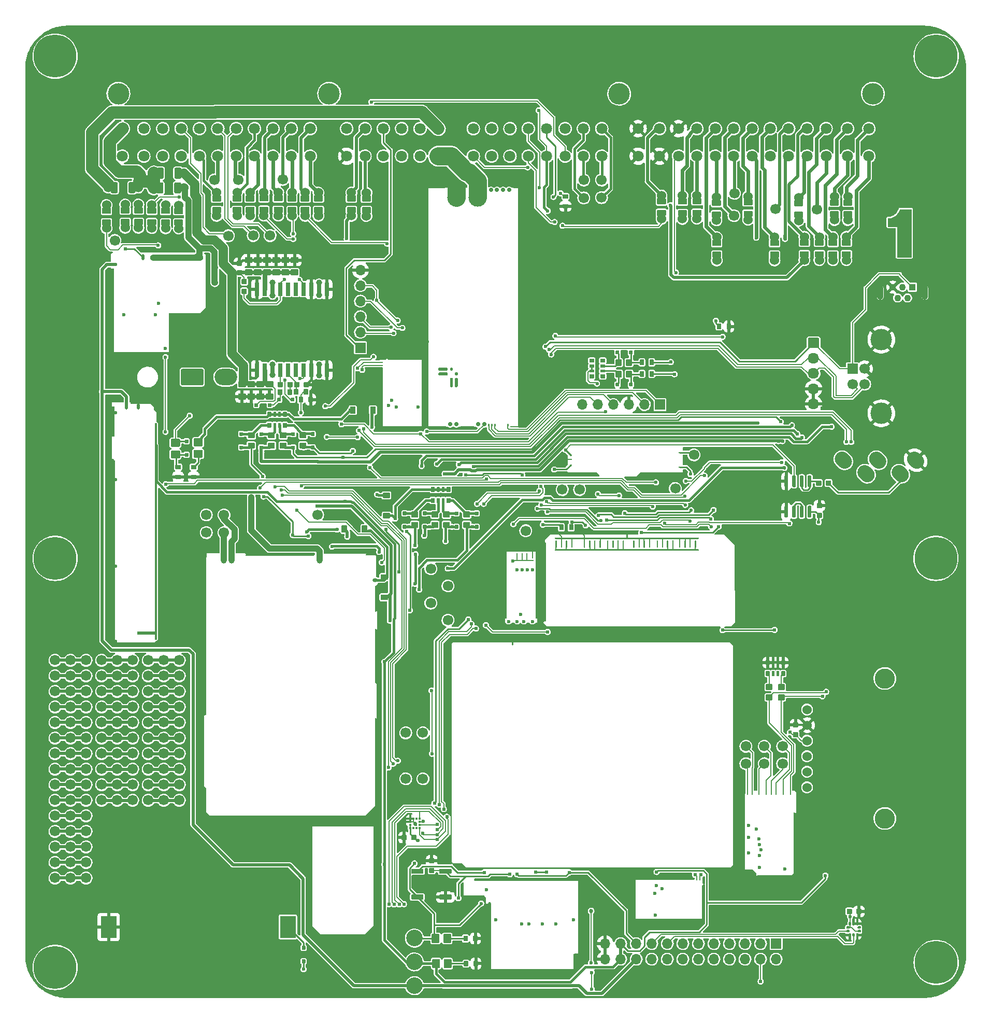
<source format=gtl>
G04 #@! TF.GenerationSoftware,KiCad,Pcbnew,(5.99.0-10559-g8513ca974c)*
G04 #@! TF.CreationDate,2021-09-13T21:16:51+03:00*
G04 #@! TF.ProjectId,hellen64_NB1,68656c6c-656e-4363-945f-4e42312e6b69,b*
G04 #@! TF.SameCoordinates,PX141ef50PYa2cc1bc*
G04 #@! TF.FileFunction,Copper,L1,Top*
G04 #@! TF.FilePolarity,Positive*
%FSLAX46Y46*%
G04 Gerber Fmt 4.6, Leading zero omitted, Abs format (unit mm)*
G04 Created by KiCad (PCBNEW (5.99.0-10559-g8513ca974c)) date 2021-09-13 21:16:51*
%MOMM*%
%LPD*%
G01*
G04 APERTURE LIST*
G04 #@! TA.AperFunction,EtchedComponent*
%ADD10C,0.100000*%
G04 #@! TD*
G04 #@! TA.AperFunction,SMDPad,CuDef*
%ADD11O,0.499999X2.999999*%
G04 #@! TD*
G04 #@! TA.AperFunction,SMDPad,CuDef*
%ADD12O,0.499999X12.700000*%
G04 #@! TD*
G04 #@! TA.AperFunction,SMDPad,CuDef*
%ADD13O,1.200000X0.499999*%
G04 #@! TD*
G04 #@! TA.AperFunction,SMDPad,CuDef*
%ADD14O,17.400001X0.399999*%
G04 #@! TD*
G04 #@! TA.AperFunction,SMDPad,CuDef*
%ADD15O,0.499999X11.400000*%
G04 #@! TD*
G04 #@! TA.AperFunction,SMDPad,CuDef*
%ADD16O,14.449999X0.499999*%
G04 #@! TD*
G04 #@! TA.AperFunction,ComponentPad*
%ADD17C,0.599999*%
G04 #@! TD*
G04 #@! TA.AperFunction,SMDPad,CuDef*
%ADD18O,0.499999X0.250000*%
G04 #@! TD*
G04 #@! TA.AperFunction,ComponentPad*
%ADD19C,1.524000*%
G04 #@! TD*
G04 #@! TA.AperFunction,ComponentPad*
%ADD20C,1.700000*%
G04 #@! TD*
G04 #@! TA.AperFunction,ComponentPad*
%ADD21R,1.700000X1.700000*%
G04 #@! TD*
G04 #@! TA.AperFunction,ComponentPad*
%ADD22O,1.700000X1.700000*%
G04 #@! TD*
G04 #@! TA.AperFunction,SMDPad,CuDef*
%ADD23C,2.700000*%
G04 #@! TD*
G04 #@! TA.AperFunction,SMDPad,CuDef*
%ADD24O,1.699999X0.200000*%
G04 #@! TD*
G04 #@! TA.AperFunction,SMDPad,CuDef*
%ADD25O,0.200000X4.249999*%
G04 #@! TD*
G04 #@! TA.AperFunction,SMDPad,CuDef*
%ADD26O,11.324999X0.200000*%
G04 #@! TD*
G04 #@! TA.AperFunction,SMDPad,CuDef*
%ADD27O,0.200000X25.849999*%
G04 #@! TD*
G04 #@! TA.AperFunction,SMDPad,CuDef*
%ADD28O,0.200000X8.824999*%
G04 #@! TD*
G04 #@! TA.AperFunction,SMDPad,CuDef*
%ADD29O,0.200000X3.600000*%
G04 #@! TD*
G04 #@! TA.AperFunction,SMDPad,CuDef*
%ADD30O,0.200000X4.149999*%
G04 #@! TD*
G04 #@! TA.AperFunction,SMDPad,CuDef*
%ADD31O,0.200000X14.399999*%
G04 #@! TD*
G04 #@! TA.AperFunction,SMDPad,CuDef*
%ADD32O,25.699999X0.200000*%
G04 #@! TD*
G04 #@! TA.AperFunction,SMDPad,CuDef*
%ADD33O,1.000001X1.500000*%
G04 #@! TD*
G04 #@! TA.AperFunction,SMDPad,CuDef*
%ADD34O,0.800001X0.599999*%
G04 #@! TD*
G04 #@! TA.AperFunction,ComponentPad*
%ADD35C,3.500120*%
G04 #@! TD*
G04 #@! TA.AperFunction,ComponentPad*
%ADD36C,1.800000*%
G04 #@! TD*
G04 #@! TA.AperFunction,ComponentPad*
%ADD37R,1.100000X1.100000*%
G04 #@! TD*
G04 #@! TA.AperFunction,ComponentPad*
%ADD38C,1.100000*%
G04 #@! TD*
G04 #@! TA.AperFunction,ComponentPad*
%ADD39O,1.100000X2.400000*%
G04 #@! TD*
G04 #@! TA.AperFunction,ComponentPad*
%ADD40C,3.500000*%
G04 #@! TD*
G04 #@! TA.AperFunction,SMDPad,CuDef*
%ADD41O,0.250000X0.499999*%
G04 #@! TD*
G04 #@! TA.AperFunction,SMDPad,CuDef*
%ADD42O,5.669999X0.200000*%
G04 #@! TD*
G04 #@! TA.AperFunction,SMDPad,CuDef*
%ADD43O,0.399999X9.800001*%
G04 #@! TD*
G04 #@! TA.AperFunction,SMDPad,CuDef*
%ADD44O,6.799999X0.200000*%
G04 #@! TD*
G04 #@! TA.AperFunction,SMDPad,CuDef*
%ADD45O,0.200000X11.100001*%
G04 #@! TD*
G04 #@! TA.AperFunction,ComponentPad*
%ADD46C,3.302000*%
G04 #@! TD*
G04 #@! TA.AperFunction,SMDPad,CuDef*
%ADD47O,0.200000X6.799999*%
G04 #@! TD*
G04 #@! TA.AperFunction,SMDPad,CuDef*
%ADD48O,9.800001X0.399999*%
G04 #@! TD*
G04 #@! TA.AperFunction,SMDPad,CuDef*
%ADD49O,0.200000X5.669999*%
G04 #@! TD*
G04 #@! TA.AperFunction,SMDPad,CuDef*
%ADD50O,11.100001X0.200000*%
G04 #@! TD*
G04 #@! TA.AperFunction,ComponentPad*
%ADD51C,7.000000*%
G04 #@! TD*
G04 #@! TA.AperFunction,SMDPad,CuDef*
%ADD52R,0.375000X0.350000*%
G04 #@! TD*
G04 #@! TA.AperFunction,SMDPad,CuDef*
%ADD53R,0.350000X0.375000*%
G04 #@! TD*
G04 #@! TA.AperFunction,SMDPad,CuDef*
%ADD54R,2.600000X3.600000*%
G04 #@! TD*
G04 #@! TA.AperFunction,SMDPad,CuDef*
%ADD55O,0.499999X1.000001*%
G04 #@! TD*
G04 #@! TA.AperFunction,SMDPad,CuDef*
%ADD56O,8.744829X1.000001*%
G04 #@! TD*
G04 #@! TA.AperFunction,SMDPad,CuDef*
%ADD57O,9.199999X0.200000*%
G04 #@! TD*
G04 #@! TA.AperFunction,SMDPad,CuDef*
%ADD58O,0.499999X0.200000*%
G04 #@! TD*
G04 #@! TA.AperFunction,SMDPad,CuDef*
%ADD59O,0.399999X9.000000*%
G04 #@! TD*
G04 #@! TA.AperFunction,SMDPad,CuDef*
%ADD60O,0.200000X13.800000*%
G04 #@! TD*
G04 #@! TA.AperFunction,SMDPad,CuDef*
%ADD61O,5.399999X0.399999*%
G04 #@! TD*
G04 #@! TA.AperFunction,SMDPad,CuDef*
%ADD62O,0.200000X6.500000*%
G04 #@! TD*
G04 #@! TA.AperFunction,ComponentPad*
%ADD63C,0.700000*%
G04 #@! TD*
G04 #@! TA.AperFunction,SMDPad,CuDef*
%ADD64C,3.000000*%
G04 #@! TD*
G04 #@! TA.AperFunction,SMDPad,CuDef*
%ADD65R,0.950000X0.250000*%
G04 #@! TD*
G04 #@! TA.AperFunction,SMDPad,CuDef*
%ADD66R,0.250000X39.250000*%
G04 #@! TD*
G04 #@! TA.AperFunction,SMDPad,CuDef*
%ADD67R,1.450000X0.250000*%
G04 #@! TD*
G04 #@! TA.AperFunction,SMDPad,CuDef*
%ADD68R,3.100000X0.250000*%
G04 #@! TD*
G04 #@! TA.AperFunction,SMDPad,CuDef*
%ADD69R,2.950000X0.250000*%
G04 #@! TD*
G04 #@! TA.AperFunction,SMDPad,CuDef*
%ADD70R,2.250000X0.250000*%
G04 #@! TD*
G04 #@! TA.AperFunction,ComponentPad*
%ADD71O,3.700000X2.700000*%
G04 #@! TD*
G04 #@! TA.AperFunction,SMDPad,CuDef*
%ADD72O,5.100000X0.200000*%
G04 #@! TD*
G04 #@! TA.AperFunction,SMDPad,CuDef*
%ADD73O,0.200000X11.100000*%
G04 #@! TD*
G04 #@! TA.AperFunction,SMDPad,CuDef*
%ADD74O,0.200000X0.950000*%
G04 #@! TD*
G04 #@! TA.AperFunction,ComponentPad*
%ADD75C,0.600000*%
G04 #@! TD*
G04 #@! TA.AperFunction,SMDPad,CuDef*
%ADD76O,3.500000X0.200000*%
G04 #@! TD*
G04 #@! TA.AperFunction,SMDPad,CuDef*
%ADD77O,0.250000X0.500000*%
G04 #@! TD*
G04 #@! TA.AperFunction,SMDPad,CuDef*
%ADD78O,5.800001X0.250000*%
G04 #@! TD*
G04 #@! TA.AperFunction,SMDPad,CuDef*
%ADD79O,0.250000X10.200000*%
G04 #@! TD*
G04 #@! TA.AperFunction,SMDPad,CuDef*
%ADD80O,0.200000X0.399999*%
G04 #@! TD*
G04 #@! TA.AperFunction,SMDPad,CuDef*
%ADD81O,0.399999X5.000000*%
G04 #@! TD*
G04 #@! TA.AperFunction,SMDPad,CuDef*
%ADD82O,7.200001X0.399999*%
G04 #@! TD*
G04 #@! TA.AperFunction,SMDPad,CuDef*
%ADD83O,3.099999X0.200000*%
G04 #@! TD*
G04 #@! TA.AperFunction,SMDPad,CuDef*
%ADD84O,0.399999X30.000001*%
G04 #@! TD*
G04 #@! TA.AperFunction,SMDPad,CuDef*
%ADD85O,0.399999X35.400000*%
G04 #@! TD*
G04 #@! TA.AperFunction,SMDPad,CuDef*
%ADD86O,2.999999X0.499999*%
G04 #@! TD*
G04 #@! TA.AperFunction,SMDPad,CuDef*
%ADD87R,0.800000X2.200000*%
G04 #@! TD*
G04 #@! TA.AperFunction,SMDPad,CuDef*
%ADD88R,2.032000X5.080000*%
G04 #@! TD*
G04 #@! TA.AperFunction,SMDPad,CuDef*
%ADD89R,11.430000X7.620000*%
G04 #@! TD*
G04 #@! TA.AperFunction,ComponentPad*
%ADD90O,1.850000X1.700000*%
G04 #@! TD*
G04 #@! TA.AperFunction,ViaPad*
%ADD91C,0.600000*%
G04 #@! TD*
G04 #@! TA.AperFunction,ViaPad*
%ADD92C,0.685800*%
G04 #@! TD*
G04 #@! TA.AperFunction,ViaPad*
%ADD93C,0.609600*%
G04 #@! TD*
G04 #@! TA.AperFunction,ViaPad*
%ADD94C,1.000000*%
G04 #@! TD*
G04 #@! TA.AperFunction,Conductor*
%ADD95C,0.200000*%
G04 #@! TD*
G04 #@! TA.AperFunction,Conductor*
%ADD96C,0.400000*%
G04 #@! TD*
G04 #@! TA.AperFunction,Conductor*
%ADD97C,0.254000*%
G04 #@! TD*
G04 #@! TA.AperFunction,Conductor*
%ADD98C,3.000000*%
G04 #@! TD*
G04 #@! TA.AperFunction,Conductor*
%ADD99C,0.299720*%
G04 #@! TD*
G04 #@! TA.AperFunction,Conductor*
%ADD100C,0.508000*%
G04 #@! TD*
G04 #@! TA.AperFunction,Conductor*
%ADD101C,2.000000*%
G04 #@! TD*
G04 #@! TA.AperFunction,Conductor*
%ADD102C,0.600000*%
G04 #@! TD*
G04 #@! TA.AperFunction,Conductor*
%ADD103C,0.203200*%
G04 #@! TD*
G04 #@! TA.AperFunction,Conductor*
%ADD104C,1.000000*%
G04 #@! TD*
G04 #@! TA.AperFunction,Conductor*
%ADD105C,0.500000*%
G04 #@! TD*
G04 #@! TA.AperFunction,Conductor*
%ADD106C,1.500000*%
G04 #@! TD*
G04 #@! TA.AperFunction,Conductor*
%ADD107C,0.800000*%
G04 #@! TD*
G04 APERTURE END LIST*
D10*
G04 #@! TO.C,G3*
X144907029Y121113053D02*
X142607029Y121113053D01*
X142607029Y121113053D02*
X142607029Y126013053D01*
X142607029Y126013053D02*
X142597029Y126063053D01*
X142597029Y126063053D02*
X142557029Y126103053D01*
X142557029Y126103053D02*
X142507029Y126113053D01*
X142507029Y126113053D02*
X141107029Y126113053D01*
X141107029Y126113053D02*
X141107029Y127413053D01*
X141107029Y127413053D02*
X141207029Y127413053D01*
X141207029Y127413053D02*
X141387029Y127433053D01*
X141387029Y127433053D02*
X141597029Y127473053D01*
X141597029Y127473053D02*
X141807029Y127543053D01*
X141807029Y127543053D02*
X141937029Y127593053D01*
X141937029Y127593053D02*
X142117029Y127683053D01*
X142117029Y127683053D02*
X142287029Y127793053D01*
X142287029Y127793053D02*
X142467029Y127933053D01*
X142467029Y127933053D02*
X142657029Y128123053D01*
X142657029Y128123053D02*
X142747029Y128243053D01*
X142747029Y128243053D02*
X142857029Y128403053D01*
X142857029Y128403053D02*
X142967029Y128603053D01*
X142967029Y128603053D02*
X143047029Y128793053D01*
X143047029Y128793053D02*
X143087029Y128913053D01*
X143087029Y128913053D02*
X144907029Y128913053D01*
X144907029Y128913053D02*
X144907029Y121113053D01*
G36*
X144907029Y121113053D02*
G01*
X142607029Y121113053D01*
X142607029Y126013053D01*
X142597029Y126063053D01*
X142557029Y126103053D01*
X142507029Y126113053D01*
X141107029Y126113053D01*
X141107029Y127413053D01*
X141207029Y127413053D01*
X141387029Y127433053D01*
X141597029Y127473053D01*
X141807029Y127543053D01*
X141937029Y127593053D01*
X142117029Y127683053D01*
X142287029Y127793053D01*
X142467029Y127933053D01*
X142657029Y128123053D01*
X142747029Y128243053D01*
X142857029Y128403053D01*
X142967029Y128603053D01*
X143047029Y128793053D01*
X143087029Y128913053D01*
X144907029Y128913053D01*
X144907029Y121113053D01*
G37*
X144907029Y121113053D02*
X142607029Y121113053D01*
X142607029Y126013053D01*
X142597029Y126063053D01*
X142557029Y126103053D01*
X142507029Y126113053D01*
X141107029Y126113053D01*
X141107029Y127413053D01*
X141207029Y127413053D01*
X141387029Y127433053D01*
X141597029Y127473053D01*
X141807029Y127543053D01*
X141937029Y127593053D01*
X142117029Y127683053D01*
X142287029Y127793053D01*
X142467029Y127933053D01*
X142657029Y128123053D01*
X142747029Y128243053D01*
X142857029Y128403053D01*
X142967029Y128603053D01*
X143047029Y128793053D01*
X143087029Y128913053D01*
X144907029Y128913053D01*
X144907029Y121113053D01*
G04 #@! TD*
D11*
G04 #@! TO.P,M4,G,GND*
G04 #@! TO.N,GND*
X89968539Y5845064D03*
D12*
X90718540Y13232532D03*
D13*
X90318541Y7120058D03*
D14*
X82218547Y19395047D03*
D15*
X76018539Y10107529D03*
D16*
X82988541Y4570030D03*
D17*
G04 #@! TO.P,M4,V1,V33*
G04 #@! TO.N,+3V3*
X75468535Y17795040D03*
G04 #@! TO.P,M4,V2,GND*
G04 #@! TO.N,GND*
X77043549Y12890031D03*
G04 #@! TO.P,M4,V3,GND*
X89747567Y12899094D03*
G04 #@! TO.P,M4,V4,SD_CS*
G04 #@! TO.N,/SD_CS*
X81268539Y12220030D03*
G04 #@! TO.P,M4,V5,SD_MOSI*
G04 #@! TO.N,/SD_MOSI*
X82443543Y12220030D03*
G04 #@! TO.P,M4,V6,SD_SCK*
G04 #@! TO.N,/SD_SCK*
X84618537Y12220030D03*
G04 #@! TO.P,M4,V7,SD_MISO*
G04 #@! TO.N,/SD_MISO*
X86843539Y12220030D03*
G04 #@! TD*
D18*
G04 #@! TO.P,M9,E1,V5A*
G04 #@! TO.N,+5VA*
X89261466Y87168744D03*
G04 #@! TO.P,M9,E2,GND*
G04 #@! TO.N,GND*
X89261466Y88043744D03*
G04 #@! TO.P,M9,E3,OUT_KNOCK*
G04 #@! TO.N,/IN_KNOCK*
X89261466Y88743745D03*
G04 #@! TO.P,M9,W1,IN_KNOCK*
G04 #@! TO.N,/IN_KNOCK_RAW*
X107086464Y89193744D03*
G04 #@! TO.P,M9,W2,VREF*
G04 #@! TO.N,/VREF2*
X107086464Y86793741D03*
G04 #@! TD*
G04 #@! TO.P,R8,1,1*
G04 #@! TO.N,/OUT_BOOST*
G04 #@! TA.AperFunction,SMDPad,CuDef*
G36*
G01*
X128075000Y121049999D02*
X126825000Y121049999D01*
G75*
G02*
X126725000Y121149999I0J100000D01*
G01*
X126725000Y121949999D01*
G75*
G02*
X126825000Y122049999I100000J0D01*
G01*
X128075000Y122049999D01*
G75*
G02*
X128175000Y121949999I0J-100000D01*
G01*
X128175000Y121149999D01*
G75*
G02*
X128075000Y121049999I-100000J0D01*
G01*
G37*
G04 #@! TD.AperFunction*
D19*
X127450000Y120595000D03*
G04 #@! TO.P,R8,2,2*
G04 #@! TO.N,/3T*
X127450000Y124405000D03*
G04 #@! TA.AperFunction,SMDPad,CuDef*
G36*
G01*
X128075000Y122950021D02*
X126825000Y122950021D01*
G75*
G02*
X126725000Y123050021I0J100000D01*
G01*
X126725000Y123850021D01*
G75*
G02*
X126825000Y123950021I100000J0D01*
G01*
X128075000Y123950021D01*
G75*
G02*
X128175000Y123850021I0J-100000D01*
G01*
X128175000Y123050021D01*
G75*
G02*
X128075000Y122950021I-100000J0D01*
G01*
G37*
G04 #@! TD.AperFunction*
G04 #@! TD*
G04 #@! TO.P,R32,1,1*
G04 #@! TO.N,/OUT_O2H*
G04 #@! TA.AperFunction,SMDPad,CuDef*
G36*
G01*
X48649428Y128280339D02*
X47399428Y128280339D01*
G75*
G02*
X47299428Y128380339I0J100000D01*
G01*
X47299428Y129180339D01*
G75*
G02*
X47399428Y129280339I100000J0D01*
G01*
X48649428Y129280339D01*
G75*
G02*
X48749428Y129180339I0J-100000D01*
G01*
X48749428Y128380339D01*
G75*
G02*
X48649428Y128280339I-100000J0D01*
G01*
G37*
G04 #@! TD.AperFunction*
X48024428Y127825340D03*
G04 #@! TO.P,R32,2,2*
G04 #@! TO.N,/1U*
X48024428Y131635340D03*
G04 #@! TA.AperFunction,SMDPad,CuDef*
G36*
G01*
X48649428Y130180361D02*
X47399428Y130180361D01*
G75*
G02*
X47299428Y130280361I0J100000D01*
G01*
X47299428Y131080361D01*
G75*
G02*
X47399428Y131180361I100000J0D01*
G01*
X48649428Y131180361D01*
G75*
G02*
X48749428Y131080361I0J-100000D01*
G01*
X48749428Y130280361D01*
G75*
G02*
X48649428Y130180361I-100000J0D01*
G01*
G37*
G04 #@! TD.AperFunction*
G04 #@! TD*
D20*
G04 #@! TO.P,P5,1,Pin_1*
G04 #@! TO.N,/IO8*
X62302380Y35910220D03*
G04 #@! TD*
G04 #@! TO.P,P6,1,Pin_1*
G04 #@! TO.N,/IO13*
X62302380Y43412400D03*
G04 #@! TD*
G04 #@! TO.P,P47,1,Pin_1*
G04 #@! TO.N,/1N*
X40126680Y124605340D03*
G04 #@! TD*
G04 #@! TO.P,R2,1*
G04 #@! TO.N,Net-(D10-Pad2)*
G04 #@! TA.AperFunction,SMDPad,CuDef*
G36*
G01*
X24710000Y87162500D02*
X25490000Y87162500D01*
G75*
G02*
X25560000Y87092500I0J-70000D01*
G01*
X25560000Y86532500D01*
G75*
G02*
X25490000Y86462500I-70000J0D01*
G01*
X24710000Y86462500D01*
G75*
G02*
X24640000Y86532500I0J70000D01*
G01*
X24640000Y87092500D01*
G75*
G02*
X24710000Y87162500I70000J0D01*
G01*
G37*
G04 #@! TD.AperFunction*
G04 #@! TO.P,R2,2*
G04 #@! TO.N,GND*
G04 #@! TA.AperFunction,SMDPad,CuDef*
G36*
G01*
X24710000Y85562500D02*
X25490000Y85562500D01*
G75*
G02*
X25560000Y85492500I0J-70000D01*
G01*
X25560000Y84932500D01*
G75*
G02*
X25490000Y84862500I-70000J0D01*
G01*
X24710000Y84862500D01*
G75*
G02*
X24640000Y84932500I0J70000D01*
G01*
X24640000Y85492500D01*
G75*
G02*
X24710000Y85562500I70000J0D01*
G01*
G37*
G04 #@! TD.AperFunction*
G04 #@! TD*
D21*
G04 #@! TO.P,J27,1,Pin_1*
G04 #@! TO.N,Net-(J27-Pad1)*
X103851680Y97005340D03*
D22*
G04 #@! TO.P,J27,2,Pin_2*
G04 #@! TO.N,Net-(J27-Pad2)*
X101311680Y97005340D03*
G04 #@! TO.P,J27,3,Pin_3*
G04 #@! TO.N,GND*
X98771680Y97005340D03*
G04 #@! TO.P,J27,4,Pin_4*
G04 #@! TO.N,Net-(J27-Pad4)*
X96231680Y97005340D03*
G04 #@! TO.P,J27,5,Pin_5*
G04 #@! TO.N,Net-(J27-Pad5)*
X93691680Y97005340D03*
G04 #@! TO.P,J27,6,Pin_6*
G04 #@! TO.N,unconnected-(J27-Pad6)*
X91151680Y97005340D03*
G04 #@! TD*
G04 #@! TO.P,R4,1*
G04 #@! TO.N,/IN_MAF*
G04 #@! TA.AperFunction,SMDPad,CuDef*
G36*
G01*
X113151680Y109390340D02*
X113151680Y110170340D01*
G75*
G02*
X113221680Y110240340I70000J0D01*
G01*
X113781680Y110240340D01*
G75*
G02*
X113851680Y110170340I0J-70000D01*
G01*
X113851680Y109390340D01*
G75*
G02*
X113781680Y109320340I-70000J0D01*
G01*
X113221680Y109320340D01*
G75*
G02*
X113151680Y109390340I0J70000D01*
G01*
G37*
G04 #@! TD.AperFunction*
G04 #@! TO.P,R4,2*
G04 #@! TO.N,GND*
G04 #@! TA.AperFunction,SMDPad,CuDef*
G36*
G01*
X114751680Y109390340D02*
X114751680Y110170340D01*
G75*
G02*
X114821680Y110240340I70000J0D01*
G01*
X115381680Y110240340D01*
G75*
G02*
X115451680Y110170340I0J-70000D01*
G01*
X115451680Y109390340D01*
G75*
G02*
X115381680Y109320340I-70000J0D01*
G01*
X114821680Y109320340D01*
G75*
G02*
X114751680Y109390340I0J70000D01*
G01*
G37*
G04 #@! TD.AperFunction*
G04 #@! TD*
D20*
G04 #@! TO.P,P19,1,Pin_1*
G04 #@! TO.N,/3L*
X115951680Y127855340D03*
G04 #@! TD*
D23*
G04 #@! TO.P,J19,1,Pin_1*
G04 #@! TO.N,+12V*
X63719659Y2136041D03*
G04 #@! TD*
G04 #@! TO.P,C3,1*
G04 #@! TO.N,GND*
G04 #@! TA.AperFunction,SMDPad,CuDef*
G36*
G01*
X61596678Y25965340D02*
X61596678Y26645340D01*
G75*
G02*
X61681678Y26730340I85000J0D01*
G01*
X62361678Y26730340D01*
G75*
G02*
X62446678Y26645340I0J-85000D01*
G01*
X62446678Y25965340D01*
G75*
G02*
X62361678Y25880340I-85000J0D01*
G01*
X61681678Y25880340D01*
G75*
G02*
X61596678Y25965340I0J85000D01*
G01*
G37*
G04 #@! TD.AperFunction*
G04 #@! TO.P,C3,2*
G04 #@! TO.N,+3V3*
G04 #@! TA.AperFunction,SMDPad,CuDef*
G36*
G01*
X63176680Y25965340D02*
X63176680Y26645340D01*
G75*
G02*
X63261680Y26730340I85000J0D01*
G01*
X63941680Y26730340D01*
G75*
G02*
X64026680Y26645340I0J-85000D01*
G01*
X64026680Y25965340D01*
G75*
G02*
X63941680Y25880340I-85000J0D01*
G01*
X63261680Y25880340D01*
G75*
G02*
X63176680Y25965340I0J85000D01*
G01*
G37*
G04 #@! TD.AperFunction*
G04 #@! TD*
D20*
G04 #@! TO.P,G4,1*
G04 #@! TO.N,Net-(G4-Pad1)*
X20210000Y45097322D03*
G04 #@! TO.P,G4,2*
G04 #@! TO.N,Net-(G4-Pad12)*
X20210000Y47637322D03*
G04 #@! TO.P,G4,3*
G04 #@! TO.N,Net-(G4-Pad13)*
X20210000Y50177322D03*
G04 #@! TO.P,G4,4*
G04 #@! TO.N,Net-(G4-Pad14)*
X20210000Y52717322D03*
G04 #@! TO.P,G4,5*
G04 #@! TO.N,Net-(G4-Pad10)*
X20210000Y55257322D03*
G04 #@! TO.P,G4,6*
G04 #@! TO.N,Net-(G4-Pad1)*
X22750000Y45097322D03*
G04 #@! TO.P,G4,7*
G04 #@! TO.N,Net-(G4-Pad12)*
X22750000Y47637322D03*
G04 #@! TO.P,G4,8*
G04 #@! TO.N,Net-(G4-Pad13)*
X22750000Y50177322D03*
G04 #@! TO.P,G4,9*
G04 #@! TO.N,Net-(G4-Pad14)*
X22750000Y52717322D03*
G04 #@! TO.P,G4,10*
G04 #@! TO.N,Net-(G4-Pad10)*
X22750000Y55257322D03*
G04 #@! TO.P,G4,11*
G04 #@! TO.N,Net-(G4-Pad1)*
X25290000Y45097322D03*
G04 #@! TO.P,G4,12*
G04 #@! TO.N,Net-(G4-Pad12)*
X25290000Y47637322D03*
G04 #@! TO.P,G4,13*
G04 #@! TO.N,Net-(G4-Pad13)*
X25290000Y50177322D03*
G04 #@! TO.P,G4,14*
G04 #@! TO.N,Net-(G4-Pad14)*
X25290000Y52717322D03*
G04 #@! TO.P,G4,15*
G04 #@! TO.N,Net-(G4-Pad10)*
X25290000Y55257322D03*
G04 #@! TD*
G04 #@! TO.P,R9,1*
G04 #@! TO.N,Net-(C8-Pad1)*
G04 #@! TA.AperFunction,SMDPad,CuDef*
G36*
G01*
X44026680Y98690340D02*
X44026680Y99470340D01*
G75*
G02*
X44096680Y99540340I70000J0D01*
G01*
X44656680Y99540340D01*
G75*
G02*
X44726680Y99470340I0J-70000D01*
G01*
X44726680Y98690340D01*
G75*
G02*
X44656680Y98620340I-70000J0D01*
G01*
X44096680Y98620340D01*
G75*
G02*
X44026680Y98690340I0J70000D01*
G01*
G37*
G04 #@! TD.AperFunction*
G04 #@! TO.P,R9,2*
G04 #@! TO.N,/ETB_EN*
G04 #@! TA.AperFunction,SMDPad,CuDef*
G36*
G01*
X45626680Y98690340D02*
X45626680Y99470340D01*
G75*
G02*
X45696680Y99540340I70000J0D01*
G01*
X46256680Y99540340D01*
G75*
G02*
X46326680Y99470340I0J-70000D01*
G01*
X46326680Y98690340D01*
G75*
G02*
X46256680Y98620340I-70000J0D01*
G01*
X45696680Y98620340D01*
G75*
G02*
X45626680Y98690340I0J70000D01*
G01*
G37*
G04 #@! TD.AperFunction*
G04 #@! TD*
G04 #@! TO.P,P10,1,Pin_1*
G04 #@! TO.N,/2N*
X91401680Y130755340D03*
G04 #@! TD*
D19*
G04 #@! TO.P,R21,1,1*
G04 #@! TO.N,/IN_TEMP_OR_PPS2*
X55876680Y127800319D03*
G04 #@! TA.AperFunction,SMDPad,CuDef*
G36*
G01*
X56501680Y128255318D02*
X55251680Y128255318D01*
G75*
G02*
X55151680Y128355318I0J100000D01*
G01*
X55151680Y129155318D01*
G75*
G02*
X55251680Y129255318I100000J0D01*
G01*
X56501680Y129255318D01*
G75*
G02*
X56601680Y129155318I0J-100000D01*
G01*
X56601680Y128355318D01*
G75*
G02*
X56501680Y128255318I-100000J0D01*
G01*
G37*
G04 #@! TD.AperFunction*
G04 #@! TO.P,R21,2,2*
G04 #@! TO.N,Net-(P2-Pad66)*
G04 #@! TA.AperFunction,SMDPad,CuDef*
G36*
G01*
X56501680Y130155340D02*
X55251680Y130155340D01*
G75*
G02*
X55151680Y130255340I0J100000D01*
G01*
X55151680Y131055340D01*
G75*
G02*
X55251680Y131155340I100000J0D01*
G01*
X56501680Y131155340D01*
G75*
G02*
X56601680Y131055340I0J-100000D01*
G01*
X56601680Y130255340D01*
G75*
G02*
X56501680Y130155340I-100000J0D01*
G01*
G37*
G04 #@! TD.AperFunction*
X55876680Y131610319D03*
G04 #@! TD*
D20*
G04 #@! TO.P,P12,1,Pin_1*
G04 #@! TO.N,/OUT_SOLENOID_A1*
X29701680Y79005340D03*
G04 #@! TD*
G04 #@! TO.P,G12,1*
G04 #@! TO.N,Net-(G12-Pad1)*
X12590000Y32397322D03*
G04 #@! TO.P,G12,2*
G04 #@! TO.N,Net-(G12-Pad12)*
X12590000Y34937322D03*
G04 #@! TO.P,G12,3*
G04 #@! TO.N,Net-(G12-Pad13)*
X12590000Y37477322D03*
G04 #@! TO.P,G12,4*
G04 #@! TO.N,Net-(G12-Pad14)*
X12590000Y40017322D03*
G04 #@! TO.P,G12,5*
G04 #@! TO.N,Net-(G12-Pad10)*
X12590000Y42557322D03*
G04 #@! TO.P,G12,6*
G04 #@! TO.N,Net-(G12-Pad1)*
X15130000Y32397322D03*
G04 #@! TO.P,G12,7*
G04 #@! TO.N,Net-(G12-Pad12)*
X15130000Y34937322D03*
G04 #@! TO.P,G12,8*
G04 #@! TO.N,Net-(G12-Pad13)*
X15130000Y37477322D03*
G04 #@! TO.P,G12,9*
G04 #@! TO.N,Net-(G12-Pad14)*
X15130000Y40017322D03*
G04 #@! TO.P,G12,10*
G04 #@! TO.N,Net-(G12-Pad10)*
X15130000Y42557322D03*
G04 #@! TO.P,G12,11*
G04 #@! TO.N,Net-(G12-Pad1)*
X17670000Y32397322D03*
G04 #@! TO.P,G12,12*
G04 #@! TO.N,Net-(G12-Pad12)*
X17670000Y34937322D03*
G04 #@! TO.P,G12,13*
G04 #@! TO.N,Net-(G12-Pad13)*
X17670000Y37477322D03*
G04 #@! TO.P,G12,14*
G04 #@! TO.N,Net-(G12-Pad14)*
X17670000Y40017322D03*
G04 #@! TO.P,G12,15*
G04 #@! TO.N,Net-(G12-Pad10)*
X17670000Y42557322D03*
G04 #@! TD*
D24*
G04 #@! TO.P,M5,G,GND*
G04 #@! TO.N,GND*
X56641543Y72456720D03*
D25*
X57391527Y65321721D03*
D26*
X41691538Y72396721D03*
D27*
X29641557Y59196722D03*
G04 #@! TA.AperFunction,SMDPad,CuDef*
G36*
G01*
X30281049Y29751948D02*
X30281049Y29751948D01*
G75*
G02*
X30139627Y29751948I-70711J70711D01*
G01*
X29573941Y30317634D01*
G75*
G02*
X29573941Y30459056I70711J70711D01*
G01*
X29573941Y30459056D01*
G75*
G02*
X29715363Y30459056I70711J-70711D01*
G01*
X30281049Y29893370D01*
G75*
G02*
X30281049Y29751948I-70711J-70711D01*
G01*
G37*
G04 #@! TD.AperFunction*
D28*
X57389990Y55959347D03*
D29*
X57541542Y70631720D03*
D30*
X29639995Y32385711D03*
D31*
X57389993Y38601063D03*
G04 #@! TA.AperFunction,SMDPad,CuDef*
G36*
G01*
X57441065Y31485197D02*
X57441065Y31485197D01*
G75*
G02*
X57441065Y31343775I-70711J-70711D01*
G01*
X55864217Y29766927D01*
G75*
G02*
X55722795Y29766927I-70711J70711D01*
G01*
X55722795Y29766927D01*
G75*
G02*
X55722795Y29908349I70711J70711D01*
G01*
X57299643Y31485197D01*
G75*
G02*
X57441065Y31485197I70711J-70711D01*
G01*
G37*
G04 #@! TD.AperFunction*
G04 #@! TA.AperFunction,SMDPad,CuDef*
G36*
G01*
X57506862Y72489596D02*
X57577572Y72418886D01*
G75*
G02*
X57577572Y72277464I-70711J-70711D01*
G01*
X57577572Y72277464D01*
G75*
G02*
X57436150Y72277464I-70711J70711D01*
G01*
X57365440Y72348174D01*
G75*
G02*
X57365440Y72489596I70711J70711D01*
G01*
X57365440Y72489596D01*
G75*
G02*
X57506862Y72489596I70711J-70711D01*
G01*
G37*
G04 #@! TD.AperFunction*
D32*
X43016547Y29821710D03*
D33*
G04 #@! TO.P,M5,S4,OUT_SOLENOID_B1*
G04 #@! TO.N,/OUT_SOLENOID_B1*
X32559110Y71817999D03*
G04 #@! TO.P,M5,S5,OUT_SOLENOID_B2*
G04 #@! TO.N,/OUT_SOLENOID_B2*
X33814975Y71817999D03*
G04 #@! TO.P,M5,S11,V12_RAW*
G04 #@! TO.N,+12V_RAW*
X48190001Y71817999D03*
D34*
G04 #@! TO.P,M5,W5,V12P*
G04 #@! TO.N,+12V_PROT*
X57244999Y68321715D03*
G04 #@! TD*
D19*
G04 #@! TO.P,R36,1,1*
G04 #@! TO.N,/OUT_AC_FAN_RELAY*
X31401680Y127825340D03*
G04 #@! TA.AperFunction,SMDPad,CuDef*
G36*
G01*
X32026680Y128280339D02*
X30776680Y128280339D01*
G75*
G02*
X30676680Y128380339I0J100000D01*
G01*
X30676680Y129180339D01*
G75*
G02*
X30776680Y129280339I100000J0D01*
G01*
X32026680Y129280339D01*
G75*
G02*
X32126680Y129180339I0J-100000D01*
G01*
X32126680Y128380339D01*
G75*
G02*
X32026680Y128280339I-100000J0D01*
G01*
G37*
G04 #@! TD.AperFunction*
G04 #@! TO.P,R36,2,2*
G04 #@! TO.N,Net-(P2-Pad5)*
G04 #@! TA.AperFunction,SMDPad,CuDef*
G36*
G01*
X32026680Y130180361D02*
X30776680Y130180361D01*
G75*
G02*
X30676680Y130280361I0J100000D01*
G01*
X30676680Y131080361D01*
G75*
G02*
X30776680Y131180361I100000J0D01*
G01*
X32026680Y131180361D01*
G75*
G02*
X32126680Y131080361I0J-100000D01*
G01*
X32126680Y130280361D01*
G75*
G02*
X32026680Y130180361I-100000J0D01*
G01*
G37*
G04 #@! TD.AperFunction*
X31401680Y131635340D03*
G04 #@! TD*
G04 #@! TO.P,D1,1,A*
G04 #@! TO.N,+5V*
G04 #@! TA.AperFunction,SMDPad,CuDef*
G36*
G01*
X67906019Y6350340D02*
X67906019Y5110340D01*
G75*
G02*
X67776019Y4980340I-130000J0D01*
G01*
X66736019Y4980340D01*
G75*
G02*
X66606019Y5110340I0J130000D01*
G01*
X66606019Y6350340D01*
G75*
G02*
X66736019Y6480340I130000J0D01*
G01*
X67776019Y6480340D01*
G75*
G02*
X67906019Y6350340I0J-130000D01*
G01*
G37*
G04 #@! TD.AperFunction*
G04 #@! TO.P,D1,2,K*
G04 #@! TO.N,Net-(D1-Pad2)*
G04 #@! TA.AperFunction,SMDPad,CuDef*
G36*
G01*
X69806040Y6350340D02*
X69806040Y5110340D01*
G75*
G02*
X69676040Y4980340I-130000J0D01*
G01*
X68636040Y4980340D01*
G75*
G02*
X68506040Y5110340I0J130000D01*
G01*
X68506040Y6350340D01*
G75*
G02*
X68636040Y6480340I130000J0D01*
G01*
X69676040Y6480340D01*
G75*
G02*
X69806040Y6350340I0J-130000D01*
G01*
G37*
G04 #@! TD.AperFunction*
G04 #@! TD*
G04 #@! TO.P,R48,1,1*
G04 #@! TO.N,/IN_CLUTCH*
G04 #@! TA.AperFunction,SMDPad,CuDef*
G36*
G01*
X113701680Y127555318D02*
X112451680Y127555318D01*
G75*
G02*
X112351680Y127655318I0J100000D01*
G01*
X112351680Y128455318D01*
G75*
G02*
X112451680Y128555318I100000J0D01*
G01*
X113701680Y128555318D01*
G75*
G02*
X113801680Y128455318I0J-100000D01*
G01*
X113801680Y127655318D01*
G75*
G02*
X113701680Y127555318I-100000J0D01*
G01*
G37*
G04 #@! TD.AperFunction*
X113076680Y127100319D03*
G04 #@! TO.P,R48,2,2*
G04 #@! TO.N,/3I*
X113076680Y130910319D03*
G04 #@! TA.AperFunction,SMDPad,CuDef*
G36*
G01*
X113701680Y129455340D02*
X112451680Y129455340D01*
G75*
G02*
X112351680Y129555340I0J100000D01*
G01*
X112351680Y130355340D01*
G75*
G02*
X112451680Y130455340I100000J0D01*
G01*
X113701680Y130455340D01*
G75*
G02*
X113801680Y130355340I0J-100000D01*
G01*
X113801680Y129555340D01*
G75*
G02*
X113701680Y129455340I-100000J0D01*
G01*
G37*
G04 #@! TD.AperFunction*
G04 #@! TD*
G04 #@! TO.P,D15,1,K*
G04 #@! TO.N,Net-(D15-Pad1)*
G04 #@! TA.AperFunction,SMDPad,CuDef*
G36*
G01*
X62411889Y79496090D02*
X62411889Y79016090D01*
G75*
G02*
X62351889Y78956090I-60000J0D01*
G01*
X61871889Y78956090D01*
G75*
G02*
X61811889Y79016090I0J60000D01*
G01*
X61811889Y79496090D01*
G75*
G02*
X61871889Y79556090I60000J0D01*
G01*
X62351889Y79556090D01*
G75*
G02*
X62411889Y79496090I0J-60000D01*
G01*
G37*
G04 #@! TD.AperFunction*
G04 #@! TO.P,D15,2,A*
G04 #@! TO.N,/OUT_INJ1*
G04 #@! TA.AperFunction,SMDPad,CuDef*
G36*
G01*
X62411889Y77296090D02*
X62411889Y76816090D01*
G75*
G02*
X62351889Y76756090I-60000J0D01*
G01*
X61871889Y76756090D01*
G75*
G02*
X61811889Y76816090I0J60000D01*
G01*
X61811889Y77296090D01*
G75*
G02*
X61871889Y77356090I60000J0D01*
G01*
X62351889Y77356090D01*
G75*
G02*
X62411889Y77296090I0J-60000D01*
G01*
G37*
G04 #@! TD.AperFunction*
G04 #@! TD*
G04 #@! TO.P,C7,1*
G04 #@! TO.N,GND*
G04 #@! TA.AperFunction,SMDPad,CuDef*
G36*
G01*
X34790197Y120526785D02*
X35470197Y120526785D01*
G75*
G02*
X35555197Y120441785I0J-85000D01*
G01*
X35555197Y119761785D01*
G75*
G02*
X35470197Y119676785I-85000J0D01*
G01*
X34790197Y119676785D01*
G75*
G02*
X34705197Y119761785I0J85000D01*
G01*
X34705197Y120441785D01*
G75*
G02*
X34790197Y120526785I85000J0D01*
G01*
G37*
G04 #@! TD.AperFunction*
G04 #@! TO.P,C7,2*
G04 #@! TO.N,+12V_ETB*
G04 #@! TA.AperFunction,SMDPad,CuDef*
G36*
G01*
X34790197Y118946783D02*
X35470197Y118946783D01*
G75*
G02*
X35555197Y118861783I0J-85000D01*
G01*
X35555197Y118181783D01*
G75*
G02*
X35470197Y118096783I-85000J0D01*
G01*
X34790197Y118096783D01*
G75*
G02*
X34705197Y118181783I0J85000D01*
G01*
X34705197Y118861783D01*
G75*
G02*
X34790197Y118946783I85000J0D01*
G01*
G37*
G04 #@! TD.AperFunction*
G04 #@! TD*
G04 #@! TO.P,C1,1*
G04 #@! TO.N,GND*
G04 #@! TA.AperFunction,SMDPad,CuDef*
G36*
G01*
X66211680Y22945341D02*
X66891680Y22945341D01*
G75*
G02*
X66976680Y22860341I0J-85000D01*
G01*
X66976680Y22180341D01*
G75*
G02*
X66891680Y22095341I-85000J0D01*
G01*
X66211680Y22095341D01*
G75*
G02*
X66126680Y22180341I0J85000D01*
G01*
X66126680Y22860341D01*
G75*
G02*
X66211680Y22945341I85000J0D01*
G01*
G37*
G04 #@! TD.AperFunction*
G04 #@! TO.P,C1,2*
G04 #@! TO.N,/NRESET*
G04 #@! TA.AperFunction,SMDPad,CuDef*
G36*
G01*
X66211680Y21365339D02*
X66891680Y21365339D01*
G75*
G02*
X66976680Y21280339I0J-85000D01*
G01*
X66976680Y20600339D01*
G75*
G02*
X66891680Y20515339I-85000J0D01*
G01*
X66211680Y20515339D01*
G75*
G02*
X66126680Y20600339I0J85000D01*
G01*
X66126680Y21280339D01*
G75*
G02*
X66211680Y21365339I85000J0D01*
G01*
G37*
G04 #@! TD.AperFunction*
G04 #@! TD*
D20*
G04 #@! TO.P,P15,1,Pin_1*
G04 #@! TO.N,/2M*
X91401680Y133680340D03*
G04 #@! TD*
G04 #@! TO.P,S1,1*
G04 #@! TO.N,/BOOT0*
G04 #@! TA.AperFunction,SMDPad,CuDef*
G36*
G01*
X63281680Y21205341D02*
X65121680Y21205341D01*
G75*
G02*
X65201680Y21125341I0J-80000D01*
G01*
X65201680Y20485341D01*
G75*
G02*
X65121680Y20405341I-80000J0D01*
G01*
X63281680Y20405341D01*
G75*
G02*
X63201680Y20485341I0J80000D01*
G01*
X63201680Y21125341D01*
G75*
G02*
X63281680Y21205341I80000J0D01*
G01*
G37*
G04 #@! TD.AperFunction*
G04 #@! TO.P,S1,2*
G04 #@! TO.N,+3V3*
G04 #@! TA.AperFunction,SMDPad,CuDef*
G36*
G01*
X63281680Y17005340D02*
X65121680Y17005340D01*
G75*
G02*
X65201680Y16925340I0J-80000D01*
G01*
X65201680Y16285340D01*
G75*
G02*
X65121680Y16205340I-80000J0D01*
G01*
X63281680Y16205340D01*
G75*
G02*
X63201680Y16285340I0J80000D01*
G01*
X63201680Y16925340D01*
G75*
G02*
X63281680Y17005340I80000J0D01*
G01*
G37*
G04 #@! TD.AperFunction*
G04 #@! TD*
G04 #@! TO.P,D6,1,A*
G04 #@! TO.N,Net-(D12-Pad1)*
G04 #@! TA.AperFunction,SMDPad,CuDef*
G36*
G01*
X71811891Y79556089D02*
X72711891Y79556089D01*
G75*
G02*
X72811891Y79456089I0J-100000D01*
G01*
X72811891Y78656089D01*
G75*
G02*
X72711891Y78556089I-100000J0D01*
G01*
X71811891Y78556089D01*
G75*
G02*
X71711891Y78656089I0J100000D01*
G01*
X71711891Y79456089D01*
G75*
G02*
X71811891Y79556089I100000J0D01*
G01*
G37*
G04 #@! TD.AperFunction*
G04 #@! TO.P,D6,2,K*
G04 #@! TO.N,/OUT_INJ4*
G04 #@! TA.AperFunction,SMDPad,CuDef*
G36*
G01*
X71811891Y77856089D02*
X72711891Y77856089D01*
G75*
G02*
X72811891Y77756089I0J-100000D01*
G01*
X72811891Y76956089D01*
G75*
G02*
X72711891Y76856089I-100000J0D01*
G01*
X71811891Y76856089D01*
G75*
G02*
X71711891Y76956089I0J100000D01*
G01*
X71711891Y77756089D01*
G75*
G02*
X71811891Y77856089I100000J0D01*
G01*
G37*
G04 #@! TD.AperFunction*
G04 #@! TD*
G04 #@! TO.P,C4,1*
G04 #@! TO.N,Net-(C4-Pad1)*
G04 #@! TA.AperFunction,SMDPad,CuDef*
G36*
G01*
X131806682Y84545340D02*
X131806682Y83865340D01*
G75*
G02*
X131721682Y83780340I-85000J0D01*
G01*
X131041682Y83780340D01*
G75*
G02*
X130956682Y83865340I0J85000D01*
G01*
X130956682Y84545340D01*
G75*
G02*
X131041682Y84630340I85000J0D01*
G01*
X131721682Y84630340D01*
G75*
G02*
X131806682Y84545340I0J-85000D01*
G01*
G37*
G04 #@! TD.AperFunction*
G04 #@! TO.P,C4,2*
G04 #@! TO.N,Net-(C4-Pad2)*
G04 #@! TA.AperFunction,SMDPad,CuDef*
G36*
G01*
X130226680Y84545340D02*
X130226680Y83865340D01*
G75*
G02*
X130141680Y83780340I-85000J0D01*
G01*
X129461680Y83780340D01*
G75*
G02*
X129376680Y83865340I0J85000D01*
G01*
X129376680Y84545340D01*
G75*
G02*
X129461680Y84630340I85000J0D01*
G01*
X130141680Y84630340D01*
G75*
G02*
X130226680Y84545340I0J-85000D01*
G01*
G37*
G04 #@! TD.AperFunction*
G04 #@! TD*
G04 #@! TO.P,R24,1,1*
G04 #@! TO.N,/IN_O2S2*
G04 #@! TA.AperFunction,SMDPad,CuDef*
G36*
G01*
X113751680Y121005339D02*
X112501680Y121005339D01*
G75*
G02*
X112401680Y121105339I0J100000D01*
G01*
X112401680Y121905339D01*
G75*
G02*
X112501680Y122005339I100000J0D01*
G01*
X113751680Y122005339D01*
G75*
G02*
X113851680Y121905339I0J-100000D01*
G01*
X113851680Y121105339D01*
G75*
G02*
X113751680Y121005339I-100000J0D01*
G01*
G37*
G04 #@! TD.AperFunction*
D19*
X113126680Y120550340D03*
G04 #@! TO.P,R24,2,2*
G04 #@! TO.N,/3J*
G04 #@! TA.AperFunction,SMDPad,CuDef*
G36*
G01*
X113751680Y122905361D02*
X112501680Y122905361D01*
G75*
G02*
X112401680Y123005361I0J100000D01*
G01*
X112401680Y123805361D01*
G75*
G02*
X112501680Y123905361I100000J0D01*
G01*
X113751680Y123905361D01*
G75*
G02*
X113851680Y123805361I0J-100000D01*
G01*
X113851680Y123005361D01*
G75*
G02*
X113751680Y122905361I-100000J0D01*
G01*
G37*
G04 #@! TD.AperFunction*
X113126680Y124360340D03*
G04 #@! TD*
G04 #@! TO.P,D28,1,K*
G04 #@! TO.N,+12V_PROT*
G04 #@! TA.AperFunction,SMDPad,CuDef*
G36*
G01*
X55996680Y77215340D02*
X55996680Y76195340D01*
G75*
G02*
X55906680Y76105340I-90000J0D01*
G01*
X55186680Y76105340D01*
G75*
G02*
X55096680Y76195340I0J90000D01*
G01*
X55096680Y77215340D01*
G75*
G02*
X55186680Y77305340I90000J0D01*
G01*
X55906680Y77305340D01*
G75*
G02*
X55996680Y77215340I0J-90000D01*
G01*
G37*
G04 #@! TD.AperFunction*
G04 #@! TO.P,D28,2,A*
G04 #@! TO.N,/OUT_BOOST*
G04 #@! TA.AperFunction,SMDPad,CuDef*
G36*
G01*
X52696680Y77215340D02*
X52696680Y76195340D01*
G75*
G02*
X52606680Y76105340I-90000J0D01*
G01*
X51886680Y76105340D01*
G75*
G02*
X51796680Y76195340I0J90000D01*
G01*
X51796680Y77215340D01*
G75*
G02*
X51886680Y77305340I90000J0D01*
G01*
X52606680Y77305340D01*
G75*
G02*
X52696680Y77215340I0J-90000D01*
G01*
G37*
G04 #@! TD.AperFunction*
G04 #@! TD*
G04 #@! TO.P,R33,1,1*
G04 #@! TO.N,/OUT_AC_RELAY*
X43701680Y127825340D03*
G04 #@! TA.AperFunction,SMDPad,CuDef*
G36*
G01*
X44326680Y128280339D02*
X43076680Y128280339D01*
G75*
G02*
X42976680Y128380339I0J100000D01*
G01*
X42976680Y129180339D01*
G75*
G02*
X43076680Y129280339I100000J0D01*
G01*
X44326680Y129280339D01*
G75*
G02*
X44426680Y129180339I0J-100000D01*
G01*
X44426680Y128380339D01*
G75*
G02*
X44326680Y128280339I-100000J0D01*
G01*
G37*
G04 #@! TD.AperFunction*
G04 #@! TO.P,R33,2,2*
G04 #@! TO.N,Net-(P2-Pad10)*
G04 #@! TA.AperFunction,SMDPad,CuDef*
G36*
G01*
X44326680Y130180361D02*
X43076680Y130180361D01*
G75*
G02*
X42976680Y130280361I0J100000D01*
G01*
X42976680Y131080361D01*
G75*
G02*
X43076680Y131180361I100000J0D01*
G01*
X44326680Y131180361D01*
G75*
G02*
X44426680Y131080361I0J-100000D01*
G01*
X44426680Y130280361D01*
G75*
G02*
X44326680Y130180361I-100000J0D01*
G01*
G37*
G04 #@! TD.AperFunction*
X43701680Y131635340D03*
G04 #@! TD*
G04 #@! TO.P,D12,1,K*
G04 #@! TO.N,Net-(D12-Pad1)*
G04 #@! TA.AperFunction,SMDPad,CuDef*
G36*
G01*
X74199386Y79494591D02*
X74199386Y79014591D01*
G75*
G02*
X74139386Y78954591I-60000J0D01*
G01*
X73659386Y78954591D01*
G75*
G02*
X73599386Y79014591I0J60000D01*
G01*
X73599386Y79494591D01*
G75*
G02*
X73659386Y79554591I60000J0D01*
G01*
X74139386Y79554591D01*
G75*
G02*
X74199386Y79494591I0J-60000D01*
G01*
G37*
G04 #@! TD.AperFunction*
G04 #@! TO.P,D12,2,A*
G04 #@! TO.N,/OUT_INJ4*
G04 #@! TA.AperFunction,SMDPad,CuDef*
G36*
G01*
X74199386Y77294591D02*
X74199386Y76814591D01*
G75*
G02*
X74139386Y76754591I-60000J0D01*
G01*
X73659386Y76754591D01*
G75*
G02*
X73599386Y76814591I0J60000D01*
G01*
X73599386Y77294591D01*
G75*
G02*
X73659386Y77354591I60000J0D01*
G01*
X74139386Y77354591D01*
G75*
G02*
X74199386Y77294591I0J-60000D01*
G01*
G37*
G04 #@! TD.AperFunction*
G04 #@! TD*
G04 #@! TO.P,R42,1,1*
G04 #@! TO.N,+12V_PERM*
G04 #@! TA.AperFunction,SMDPad,CuDef*
G36*
G01*
X14016221Y126259437D02*
X12766221Y126259437D01*
G75*
G02*
X12666221Y126359437I0J100000D01*
G01*
X12666221Y127159437D01*
G75*
G02*
X12766221Y127259437I100000J0D01*
G01*
X14016221Y127259437D01*
G75*
G02*
X14116221Y127159437I0J-100000D01*
G01*
X14116221Y126359437D01*
G75*
G02*
X14016221Y126259437I-100000J0D01*
G01*
G37*
G04 #@! TD.AperFunction*
X13391221Y125804438D03*
G04 #@! TO.P,R42,2,2*
G04 #@! TO.N,/1A*
X13391221Y129614438D03*
G04 #@! TA.AperFunction,SMDPad,CuDef*
G36*
G01*
X14016221Y128159459D02*
X12766221Y128159459D01*
G75*
G02*
X12666221Y128259459I0J100000D01*
G01*
X12666221Y129059459D01*
G75*
G02*
X12766221Y129159459I100000J0D01*
G01*
X14016221Y129159459D01*
G75*
G02*
X14116221Y129059459I0J-100000D01*
G01*
X14116221Y128259459D01*
G75*
G02*
X14016221Y128159459I-100000J0D01*
G01*
G37*
G04 #@! TD.AperFunction*
G04 #@! TD*
D35*
G04 #@! TO.P,P2,*
G04 #@! TO.N,*
X138640980Y147779760D03*
X15340980Y147779760D03*
X49790980Y147779760D03*
X97190980Y147779760D03*
D36*
G04 #@! TO.P,P2,1,1A*
G04 #@! TO.N,/1A*
X15990980Y137579120D03*
G04 #@! TO.P,P2,2,1C*
G04 #@! TO.N,/1C*
X19488560Y137579120D03*
G04 #@! TO.P,P2,3,1E*
G04 #@! TO.N,/1E*
X22589900Y137579120D03*
G04 #@! TO.P,P2,4,1G*
G04 #@! TO.N,/1G*
X25589640Y137579120D03*
G04 #@! TO.P,P2,5,1I*
G04 #@! TO.N,Net-(P2-Pad5)*
X28589380Y137579120D03*
G04 #@! TO.P,P2,6,1K*
G04 #@! TO.N,Net-(P2-Pad6)*
X31589120Y137579120D03*
G04 #@! TO.P,P2,7,1M*
G04 #@! TO.N,/1M*
X34588860Y137579120D03*
G04 #@! TO.P,P2,8,1O*
G04 #@! TO.N,/1O*
X37588600Y137579120D03*
G04 #@! TO.P,P2,9,1Q*
G04 #@! TO.N,/1Q*
X40588340Y137579120D03*
G04 #@! TO.P,P2,10,1S*
G04 #@! TO.N,Net-(P2-Pad10)*
X43588080Y137579120D03*
G04 #@! TO.P,P2,11,1U*
G04 #@! TO.N,/1U*
X46689420Y137579120D03*
G04 #@! TO.P,P2,12,1B*
G04 #@! TO.N,/1B*
X15990980Y142080000D03*
G04 #@! TO.P,P2,13,1D*
G04 #@! TO.N,/1D*
X19488560Y142080000D03*
G04 #@! TO.P,P2,14,1F*
G04 #@! TO.N,/1F*
X22589900Y142080000D03*
G04 #@! TO.P,P2,15,1H*
G04 #@! TO.N,/1H*
X25589640Y142080000D03*
G04 #@! TO.P,P2,16,1J*
G04 #@! TO.N,/1J*
X28589380Y142080000D03*
G04 #@! TO.P,P2,17,1L*
G04 #@! TO.N,/1L*
X31589120Y142080000D03*
G04 #@! TO.P,P2,18,1N*
G04 #@! TO.N,/1N*
X34588860Y142080000D03*
G04 #@! TO.P,P2,19,1P*
G04 #@! TO.N,/1P*
X37588600Y142080000D03*
G04 #@! TO.P,P2,20,1R*
G04 #@! TO.N,Net-(P2-Pad20)*
X40588340Y142080000D03*
G04 #@! TO.P,P2,21,1T*
G04 #@! TO.N,Net-(P2-Pad21)*
X43588080Y142080000D03*
G04 #@! TO.P,P2,22,1V*
G04 #@! TO.N,/1V*
X46689420Y142080000D03*
G04 #@! TO.P,P2,23,2A*
G04 #@! TO.N,/IN_PRESSURE*
X73340980Y137579120D03*
G04 #@! TO.P,P2,24,2C*
G04 #@! TO.N,/IN_AFR*
X76340720Y137579120D03*
G04 #@! TO.P,P2,25,2E*
G04 #@! TO.N,/IN_CLT*
X79340460Y137579120D03*
G04 #@! TO.P,P2,26,2G*
G04 #@! TO.N,/IN_O2S3*
X82340200Y137579120D03*
G04 #@! TO.P,P2,27,2I*
G04 #@! TO.N,+5VA*
X85342480Y137579120D03*
G04 #@! TO.P,P2,28,2K*
G04 #@! TO.N,/OUT_TACH*
X88342220Y137579120D03*
G04 #@! TO.P,P2,29,2M*
G04 #@! TO.N,/2M*
X91341960Y137579120D03*
G04 #@! TO.P,P2,30,2O*
G04 #@! TO.N,/2O*
X94341700Y137579120D03*
G04 #@! TO.P,P2,31,2B*
G04 #@! TO.N,/IN_IAT*
X73340980Y142080000D03*
G04 #@! TO.P,P2,32,2D*
G04 #@! TO.N,/IN_VSS*
X76340720Y142080000D03*
G04 #@! TO.P,P2,33,2F*
G04 #@! TO.N,/IN_KNOCK_RAW*
X79340460Y142080000D03*
G04 #@! TO.P,P2,34,2H*
G04 #@! TO.N,/IN_CAM*
X82340200Y142080000D03*
G04 #@! TO.P,P2,35,2J*
G04 #@! TO.N,/IN_CRANK*
X85342480Y142080000D03*
G04 #@! TO.P,P2,36,2L*
G04 #@! TO.N,/IN_MAF*
X88342220Y142080000D03*
G04 #@! TO.P,P2,37,2N*
G04 #@! TO.N,/2N*
X91341960Y142080000D03*
G04 #@! TO.P,P2,38,2P*
G04 #@! TO.N,/2P*
X94341700Y142080000D03*
G04 #@! TO.P,P2,39,3A*
G04 #@! TO.N,GND*
X100287840Y137579120D03*
G04 #@! TO.P,P2,40,3C*
X103787960Y137579120D03*
G04 #@! TO.P,P2,41,3E*
G04 #@! TO.N,/IN_TPS*
X106891840Y137579120D03*
G04 #@! TO.P,P2,42,3G*
G04 #@! TO.N,/3G*
X109891580Y137579120D03*
G04 #@! TO.P,P2,43,3I*
G04 #@! TO.N,/3I*
X112891320Y137579120D03*
G04 #@! TO.P,P2,44,3K*
G04 #@! TO.N,/3K*
X115891060Y137579120D03*
G04 #@! TO.P,P2,45,3M*
G04 #@! TO.N,/OUT_IDLE*
X118890800Y137579120D03*
G04 #@! TO.P,P2,46,3O*
G04 #@! TO.N,+12V_RAW*
X121890540Y137579120D03*
G04 #@! TO.P,P2,47,3Q*
G04 #@! TO.N,/OUT_VICS*
X124890280Y137579120D03*
G04 #@! TO.P,P2,48,3S*
G04 #@! TO.N,/3S*
X127890020Y137579120D03*
G04 #@! TO.P,P2,49,3U*
G04 #@! TO.N,/3U*
X130991360Y137579120D03*
G04 #@! TO.P,P2,50,3W*
G04 #@! TO.N,/3W*
X134491480Y137579120D03*
G04 #@! TO.P,P2,51,3Y*
G04 #@! TO.N,/3Y*
X137991600Y137579120D03*
G04 #@! TO.P,P2,52,3B*
G04 #@! TO.N,GND*
X100287840Y142080000D03*
G04 #@! TO.P,P2,53,3D*
G04 #@! TO.N,/3D*
X103787960Y142080000D03*
G04 #@! TO.P,P2,54,3F*
G04 #@! TO.N,GND*
X106891840Y142080000D03*
G04 #@! TO.P,P2,55,3H*
G04 #@! TO.N,/3H*
X109891580Y142080000D03*
G04 #@! TO.P,P2,56,3J*
G04 #@! TO.N,/3J*
X112891320Y142080000D03*
G04 #@! TO.P,P2,57,3L*
G04 #@! TO.N,/3L*
X115891060Y142080000D03*
G04 #@! TO.P,P2,58,3N*
G04 #@! TO.N,/3N*
X118890800Y142080000D03*
G04 #@! TO.P,P2,59,3P*
G04 #@! TO.N,Net-(P2-Pad59)*
X121890540Y142080000D03*
G04 #@! TO.P,P2,60,3R*
G04 #@! TO.N,/3R*
X124890280Y142080000D03*
G04 #@! TO.P,P2,61,3T*
G04 #@! TO.N,/3T*
X127890020Y142080000D03*
G04 #@! TO.P,P2,62,3V*
G04 #@! TO.N,/3V*
X130991360Y142080000D03*
G04 #@! TO.P,P2,63,3X*
G04 #@! TO.N,/3X*
X134491480Y142080000D03*
G04 #@! TO.P,P2,64,3Z*
G04 #@! TO.N,/3Z*
X137991600Y142080000D03*
G04 #@! TO.P,P2,65,4A*
G04 #@! TO.N,GND*
X52640980Y137579120D03*
G04 #@! TO.P,P2,66,4C*
G04 #@! TO.N,Net-(P2-Pad66)*
X55640720Y137579120D03*
G04 #@! TO.P,P2,67,4E*
G04 #@! TO.N,/OUT_VVT*
X58640460Y137579120D03*
G04 #@! TO.P,P2,68,4G*
G04 #@! TO.N,/WBO_Vs{slash}Ip*
X61640200Y137579120D03*
G04 #@! TO.P,P2,69,4I*
G04 #@! TO.N,/WBO_R_Trim*
X64642480Y137579120D03*
G04 #@! TO.P,P2,70,4K*
G04 #@! TO.N,/4K*
X67642220Y137579120D03*
G04 #@! TO.P,P2,71,4B*
G04 #@! TO.N,/IN_DIGITAL*
X52640980Y142080000D03*
G04 #@! TO.P,P2,72,4D*
G04 #@! TO.N,Net-(P2-Pad72)*
X55640720Y142080000D03*
G04 #@! TO.P,P2,73,4F*
G04 #@! TO.N,+5VA*
X58640460Y142080000D03*
G04 #@! TO.P,P2,74,4H*
G04 #@! TO.N,/WBO_Vs*
X61640200Y142080000D03*
G04 #@! TO.P,P2,75,4J*
G04 #@! TO.N,/WBO_Ip*
X64642480Y142080000D03*
G04 #@! TO.P,P2,76,4L*
G04 #@! TO.N,/4L*
X67642220Y142080000D03*
G04 #@! TD*
G04 #@! TO.P,D22,1,K*
G04 #@! TO.N,Net-(D18-Pad1)*
G04 #@! TA.AperFunction,SMDPad,CuDef*
G36*
G01*
X38989177Y92443841D02*
X38989177Y91963841D01*
G75*
G02*
X38929177Y91903841I-60000J0D01*
G01*
X38449177Y91903841D01*
G75*
G02*
X38389177Y91963841I0J60000D01*
G01*
X38389177Y92443841D01*
G75*
G02*
X38449177Y92503841I60000J0D01*
G01*
X38929177Y92503841D01*
G75*
G02*
X38989177Y92443841I0J-60000D01*
G01*
G37*
G04 #@! TD.AperFunction*
G04 #@! TO.P,D22,2,A*
G04 #@! TO.N,/OUT_IDLE*
G04 #@! TA.AperFunction,SMDPad,CuDef*
G36*
G01*
X38989177Y90243841D02*
X38989177Y89763841D01*
G75*
G02*
X38929177Y89703841I-60000J0D01*
G01*
X38449177Y89703841D01*
G75*
G02*
X38389177Y89763841I0J60000D01*
G01*
X38389177Y90243841D01*
G75*
G02*
X38449177Y90303841I60000J0D01*
G01*
X38929177Y90303841D01*
G75*
G02*
X38989177Y90243841I0J-60000D01*
G01*
G37*
G04 #@! TD.AperFunction*
G04 #@! TD*
D20*
G04 #@! TO.P,P56,1,Pin_1*
G04 #@! TO.N,Net-(P2-Pad21)*
X42200000Y133780340D03*
G04 #@! TD*
G04 #@! TO.P,P52,1,Pin_1*
G04 #@! TO.N,/3U*
X129494479Y128900000D03*
G04 #@! TD*
G04 #@! TO.P,D11,1,A*
G04 #@! TO.N,+12V_PROT*
G04 #@! TA.AperFunction,SMDPad,CuDef*
G36*
G01*
X28995000Y90212521D02*
X27755000Y90212521D01*
G75*
G02*
X27625000Y90342521I0J130000D01*
G01*
X27625000Y91382521D01*
G75*
G02*
X27755000Y91512521I130000J0D01*
G01*
X28995000Y91512521D01*
G75*
G02*
X29125000Y91382521I0J-130000D01*
G01*
X29125000Y90342521D01*
G75*
G02*
X28995000Y90212521I-130000J0D01*
G01*
G37*
G04 #@! TD.AperFunction*
G04 #@! TO.P,D11,2,K*
G04 #@! TO.N,Net-(D11-Pad2)*
G04 #@! TA.AperFunction,SMDPad,CuDef*
G36*
G01*
X28995000Y88312500D02*
X27755000Y88312500D01*
G75*
G02*
X27625000Y88442500I0J130000D01*
G01*
X27625000Y89482500D01*
G75*
G02*
X27755000Y89612500I130000J0D01*
G01*
X28995000Y89612500D01*
G75*
G02*
X29125000Y89482500I0J-130000D01*
G01*
X29125000Y88442500D01*
G75*
G02*
X28995000Y88312500I-130000J0D01*
G01*
G37*
G04 #@! TD.AperFunction*
G04 #@! TD*
G04 #@! TO.P,C17,1*
G04 #@! TO.N,+12V_ETB*
G04 #@! TA.AperFunction,SMDPad,CuDef*
G36*
G01*
X39526680Y100830340D02*
X40576680Y100830340D01*
G75*
G02*
X40676680Y100730340I0J-100000D01*
G01*
X40676680Y99930340D01*
G75*
G02*
X40576680Y99830340I-100000J0D01*
G01*
X39526680Y99830340D01*
G75*
G02*
X39426680Y99930340I0J100000D01*
G01*
X39426680Y100730340D01*
G75*
G02*
X39526680Y100830340I100000J0D01*
G01*
G37*
G04 #@! TD.AperFunction*
G04 #@! TO.P,C17,2*
G04 #@! TO.N,GND*
G04 #@! TA.AperFunction,SMDPad,CuDef*
G36*
G01*
X39526680Y98830340D02*
X40576680Y98830340D01*
G75*
G02*
X40676680Y98730340I0J-100000D01*
G01*
X40676680Y97930340D01*
G75*
G02*
X40576680Y97830340I-100000J0D01*
G01*
X39526680Y97830340D01*
G75*
G02*
X39426680Y97930340I0J100000D01*
G01*
X39426680Y98730340D01*
G75*
G02*
X39526680Y98830340I100000J0D01*
G01*
G37*
G04 #@! TD.AperFunction*
G04 #@! TD*
G04 #@! TO.P,P44,1,Pin_1*
G04 #@! TO.N,/IN_SENS3*
X90726680Y83130340D03*
G04 #@! TD*
G04 #@! TO.P,P13,1,Pin_1*
G04 #@! TO.N,/OUT_SOLENOID_B1*
X32601680Y76105340D03*
G04 #@! TD*
G04 #@! TO.P,R11,1*
G04 #@! TO.N,/IN_PRESSURE*
G04 #@! TA.AperFunction,SMDPad,CuDef*
G36*
G01*
X88011680Y131355340D02*
X88791680Y131355340D01*
G75*
G02*
X88861680Y131285340I0J-70000D01*
G01*
X88861680Y130725340D01*
G75*
G02*
X88791680Y130655340I-70000J0D01*
G01*
X88011680Y130655340D01*
G75*
G02*
X87941680Y130725340I0J70000D01*
G01*
X87941680Y131285340D01*
G75*
G02*
X88011680Y131355340I70000J0D01*
G01*
G37*
G04 #@! TD.AperFunction*
G04 #@! TO.P,R11,2*
G04 #@! TO.N,GND*
G04 #@! TA.AperFunction,SMDPad,CuDef*
G36*
G01*
X88011680Y129755340D02*
X88791680Y129755340D01*
G75*
G02*
X88861680Y129685340I0J-70000D01*
G01*
X88861680Y129125340D01*
G75*
G02*
X88791680Y129055340I-70000J0D01*
G01*
X88011680Y129055340D01*
G75*
G02*
X87941680Y129125340I0J70000D01*
G01*
X87941680Y129685340D01*
G75*
G02*
X88011680Y129755340I70000J0D01*
G01*
G37*
G04 #@! TD.AperFunction*
G04 #@! TD*
G04 #@! TO.P,R6,1*
G04 #@! TO.N,+12V_PROT*
G04 #@! TA.AperFunction,SMDPad,CuDef*
G36*
G01*
X69611889Y83491090D02*
X69611889Y82821090D01*
G75*
G02*
X69546889Y82756090I-65000J0D01*
G01*
X69026889Y82756090D01*
G75*
G02*
X68961889Y82821090I0J65000D01*
G01*
X68961889Y83491090D01*
G75*
G02*
X69026889Y83556090I65000J0D01*
G01*
X69546889Y83556090D01*
G75*
G02*
X69611889Y83491090I0J-65000D01*
G01*
G37*
G04 #@! TD.AperFunction*
G04 #@! TO.P,R6,2*
G04 #@! TA.AperFunction,SMDPad,CuDef*
G36*
G01*
X68636889Y83511090D02*
X68636889Y82801090D01*
G75*
G02*
X68591889Y82756090I-45000J0D01*
G01*
X68231889Y82756090D01*
G75*
G02*
X68186889Y82801090I0J45000D01*
G01*
X68186889Y83511090D01*
G75*
G02*
X68231889Y83556090I45000J0D01*
G01*
X68591889Y83556090D01*
G75*
G02*
X68636889Y83511090I0J-45000D01*
G01*
G37*
G04 #@! TD.AperFunction*
G04 #@! TO.P,R6,3*
G04 #@! TA.AperFunction,SMDPad,CuDef*
G36*
G01*
X67836889Y83511090D02*
X67836889Y82801090D01*
G75*
G02*
X67791889Y82756090I-45000J0D01*
G01*
X67431889Y82756090D01*
G75*
G02*
X67386889Y82801090I0J45000D01*
G01*
X67386889Y83511090D01*
G75*
G02*
X67431889Y83556090I45000J0D01*
G01*
X67791889Y83556090D01*
G75*
G02*
X67836889Y83511090I0J-45000D01*
G01*
G37*
G04 #@! TD.AperFunction*
G04 #@! TO.P,R6,4*
G04 #@! TA.AperFunction,SMDPad,CuDef*
G36*
G01*
X67061889Y83491090D02*
X67061889Y82821090D01*
G75*
G02*
X66996889Y82756090I-65000J0D01*
G01*
X66476889Y82756090D01*
G75*
G02*
X66411889Y82821090I0J65000D01*
G01*
X66411889Y83491090D01*
G75*
G02*
X66476889Y83556090I65000J0D01*
G01*
X66996889Y83556090D01*
G75*
G02*
X67061889Y83491090I0J-65000D01*
G01*
G37*
G04 #@! TD.AperFunction*
G04 #@! TO.P,R6,5*
G04 #@! TO.N,Net-(D15-Pad1)*
G04 #@! TA.AperFunction,SMDPad,CuDef*
G36*
G01*
X67061889Y81691090D02*
X67061889Y81021090D01*
G75*
G02*
X66996889Y80956090I-65000J0D01*
G01*
X66476889Y80956090D01*
G75*
G02*
X66411889Y81021090I0J65000D01*
G01*
X66411889Y81691090D01*
G75*
G02*
X66476889Y81756090I65000J0D01*
G01*
X66996889Y81756090D01*
G75*
G02*
X67061889Y81691090I0J-65000D01*
G01*
G37*
G04 #@! TD.AperFunction*
G04 #@! TO.P,R6,6*
G04 #@! TO.N,Net-(D14-Pad1)*
G04 #@! TA.AperFunction,SMDPad,CuDef*
G36*
G01*
X67836889Y81711090D02*
X67836889Y81001090D01*
G75*
G02*
X67791889Y80956090I-45000J0D01*
G01*
X67431889Y80956090D01*
G75*
G02*
X67386889Y81001090I0J45000D01*
G01*
X67386889Y81711090D01*
G75*
G02*
X67431889Y81756090I45000J0D01*
G01*
X67791889Y81756090D01*
G75*
G02*
X67836889Y81711090I0J-45000D01*
G01*
G37*
G04 #@! TD.AperFunction*
G04 #@! TO.P,R6,7*
G04 #@! TO.N,Net-(D13-Pad1)*
G04 #@! TA.AperFunction,SMDPad,CuDef*
G36*
G01*
X68636889Y81711090D02*
X68636889Y81001090D01*
G75*
G02*
X68591889Y80956090I-45000J0D01*
G01*
X68231889Y80956090D01*
G75*
G02*
X68186889Y81001090I0J45000D01*
G01*
X68186889Y81711090D01*
G75*
G02*
X68231889Y81756090I45000J0D01*
G01*
X68591889Y81756090D01*
G75*
G02*
X68636889Y81711090I0J-45000D01*
G01*
G37*
G04 #@! TD.AperFunction*
G04 #@! TO.P,R6,8*
G04 #@! TO.N,Net-(D12-Pad1)*
G04 #@! TA.AperFunction,SMDPad,CuDef*
G36*
G01*
X69611889Y81691090D02*
X69611889Y81021090D01*
G75*
G02*
X69546889Y80956090I-65000J0D01*
G01*
X69026889Y80956090D01*
G75*
G02*
X68961889Y81021090I0J65000D01*
G01*
X68961889Y81691090D01*
G75*
G02*
X69026889Y81756090I65000J0D01*
G01*
X69546889Y81756090D01*
G75*
G02*
X69611889Y81691090I0J-65000D01*
G01*
G37*
G04 #@! TD.AperFunction*
G04 #@! TD*
D23*
G04 #@! TO.P,J20,1,Pin_1*
G04 #@! TO.N,+5V*
X63719659Y6008843D03*
G04 #@! TD*
D20*
G04 #@! TO.P,P29,1,Pin_1*
G04 #@! TO.N,/OUT_IGN5*
X120901680Y41205340D03*
G04 #@! TD*
G04 #@! TO.P,R43,1,1*
G04 #@! TO.N,/OUT_BOOST*
G04 #@! TA.AperFunction,SMDPad,CuDef*
G36*
G01*
X54051680Y128280339D02*
X52801680Y128280339D01*
G75*
G02*
X52701680Y128380339I0J100000D01*
G01*
X52701680Y129180339D01*
G75*
G02*
X52801680Y129280339I100000J0D01*
G01*
X54051680Y129280339D01*
G75*
G02*
X54151680Y129180339I0J-100000D01*
G01*
X54151680Y128380339D01*
G75*
G02*
X54051680Y128280339I-100000J0D01*
G01*
G37*
G04 #@! TD.AperFunction*
D19*
X53426680Y127825340D03*
G04 #@! TO.P,R43,2,2*
G04 #@! TO.N,Net-(P2-Pad72)*
G04 #@! TA.AperFunction,SMDPad,CuDef*
G36*
G01*
X54051680Y130180361D02*
X52801680Y130180361D01*
G75*
G02*
X52701680Y130280361I0J100000D01*
G01*
X52701680Y131080361D01*
G75*
G02*
X52801680Y131180361I100000J0D01*
G01*
X54051680Y131180361D01*
G75*
G02*
X54151680Y131080361I0J-100000D01*
G01*
X54151680Y130280361D01*
G75*
G02*
X54051680Y130180361I-100000J0D01*
G01*
G37*
G04 #@! TD.AperFunction*
X53426680Y131635340D03*
G04 #@! TD*
D37*
G04 #@! TO.P,J1,1,VBUS*
G04 #@! TO.N,/VBUS*
X145101680Y116180340D03*
D38*
G04 #@! TO.P,J1,2,D-*
G04 #@! TO.N,/USB-*
X144301680Y114430340D03*
G04 #@! TO.P,J1,3,D+*
G04 #@! TO.N,/USB+*
X143501680Y116180340D03*
G04 #@! TO.P,J1,4,ID*
G04 #@! TO.N,unconnected-(J1-Pad4)*
X142701680Y114430340D03*
G04 #@! TO.P,J1,5,GND*
G04 #@! TO.N,GND*
X141901680Y116180340D03*
D39*
G04 #@! TO.P,J1,6,Shield*
X147151680Y115305340D03*
X139851680Y115305340D03*
G04 #@! TD*
D21*
G04 #@! TO.P,J6,1,Pin_1*
G04 #@! TO.N,+5VA*
X54901680Y106280340D03*
D22*
G04 #@! TO.P,J6,2,Pin_2*
G04 #@! TO.N,/IN_TPS*
X54901680Y108820340D03*
G04 #@! TO.P,J6,3,Pin_3*
G04 #@! TO.N,/IN_TPS2*
X54901680Y111360340D03*
G04 #@! TO.P,J6,4,Pin_4*
G04 #@! TO.N,/IN_PPS*
X54901680Y113900340D03*
G04 #@! TO.P,J6,5,Pin_5*
G04 #@! TO.N,/IN_TEMP_OR_PPS2*
X54901680Y116440340D03*
G04 #@! TO.P,J6,6,Pin_6*
G04 #@! TO.N,GND*
X54901680Y118980340D03*
G04 #@! TD*
G04 #@! TO.P,D30,1,K*
G04 #@! TO.N,Net-(D27-Pad1)*
G04 #@! TA.AperFunction,SMDPad,CuDef*
G36*
G01*
X96662380Y100599897D02*
X97142380Y100599897D01*
G75*
G02*
X97202380Y100539897I0J-60000D01*
G01*
X97202380Y100059897D01*
G75*
G02*
X97142380Y99999897I-60000J0D01*
G01*
X96662380Y99999897D01*
G75*
G02*
X96602380Y100059897I0J60000D01*
G01*
X96602380Y100539897D01*
G75*
G02*
X96662380Y100599897I60000J0D01*
G01*
G37*
G04 #@! TD.AperFunction*
G04 #@! TO.P,D30,2,A*
G04 #@! TO.N,Net-(D27-Pad2)*
G04 #@! TA.AperFunction,SMDPad,CuDef*
G36*
G01*
X98862380Y100599897D02*
X99342380Y100599897D01*
G75*
G02*
X99402380Y100539897I0J-60000D01*
G01*
X99402380Y100059897D01*
G75*
G02*
X99342380Y99999897I-60000J0D01*
G01*
X98862380Y99999897D01*
G75*
G02*
X98802380Y100059897I0J60000D01*
G01*
X98802380Y100539897D01*
G75*
G02*
X98862380Y100599897I60000J0D01*
G01*
G37*
G04 #@! TD.AperFunction*
G04 #@! TD*
D20*
G04 #@! TO.P,P30,1,Pin_1*
G04 #@! TO.N,/OUT_IGN6*
X120901680Y38370220D03*
G04 #@! TD*
D21*
G04 #@! TO.P,J5,1,VBUS*
G04 #@! TO.N,/VBUS*
X135316680Y102855340D03*
D20*
G04 #@! TO.P,J5,2,D-*
G04 #@! TO.N,/USB-*
X135316680Y100355340D03*
G04 #@! TO.P,J5,3,D+*
G04 #@! TO.N,/USB+*
X137316680Y100355340D03*
G04 #@! TO.P,J5,4,GND*
G04 #@! TO.N,GND*
X137316680Y102855340D03*
D40*
G04 #@! TO.P,J5,5,Shield*
X140026680Y95585340D03*
X140026680Y107625340D03*
G04 #@! TD*
D20*
G04 #@! TO.P,P4,1,Pin_1*
G04 #@! TO.N,/IO12*
X65112640Y43410220D03*
G04 #@! TD*
G04 #@! TO.P,P25,1,Pin_1*
G04 #@! TO.N,/OUT_IGN4*
X123901680Y38370220D03*
G04 #@! TD*
D41*
G04 #@! TO.P,M8,E1,GND*
G04 #@! TO.N,GND*
X58359046Y93574906D03*
D42*
X62221543Y104374902D03*
D43*
X58359046Y98199900D03*
D44*
X61621544Y93399902D03*
D45*
X64959043Y98899901D03*
D18*
G04 #@! TO.P,M8,S1,CANL*
G04 #@! TO.N,/CAN-*
X58409044Y103924900D03*
G04 #@! TO.P,M8,S2,CANH*
G04 #@! TO.N,/CAN+*
X58409044Y103424899D03*
D17*
G04 #@! TO.P,M8,V1,V5*
G04 #@! TO.N,+5V*
X59459042Y96874902D03*
G04 #@! TO.P,M8,V2,CAN_VIO*
G04 #@! TO.N,Net-(M12-PadW2)*
X59984042Y97749904D03*
G04 #@! TO.P,M8,V5,CAN_TX*
G04 #@! TO.N,Net-(M12-PadW4)*
X60734040Y96574900D03*
G04 #@! TO.P,M8,V6,CAN_RX*
G04 #@! TO.N,Net-(M12-PadW3)*
X64284041Y96649903D03*
G04 #@! TD*
D46*
G04 #@! TO.P,U2,*
G04 #@! TO.N,*
X140601680Y52290340D03*
X140601680Y29430340D03*
D19*
G04 #@! TO.P,U2,1,VOUT*
G04 #@! TO.N,/IN_MAP3*
X127901680Y47210340D03*
G04 #@! TO.P,U2,2,GND*
G04 #@! TO.N,GND*
X127901680Y44670340D03*
G04 #@! TO.P,U2,3,VCC*
G04 #@! TO.N,+5VA*
X127901680Y42130340D03*
G04 #@! TO.P,U2,4,V1*
G04 #@! TO.N,unconnected-(U2-Pad4)*
X127901680Y39590340D03*
G04 #@! TO.P,U2,5,V2*
G04 #@! TO.N,unconnected-(U2-Pad5)*
X127901680Y37050340D03*
G04 #@! TO.P,U2,6,V_EX*
G04 #@! TO.N,unconnected-(U2-Pad6)*
X127901680Y34510340D03*
G04 #@! TD*
G04 #@! TO.P,R17,1,1*
G04 #@! TO.N,/3W*
G04 #@! TA.AperFunction,SMDPad,CuDef*
G36*
G01*
X131751680Y130496041D02*
X133001680Y130496041D01*
G75*
G02*
X133101680Y130396041I0J-100000D01*
G01*
X133101680Y129596041D01*
G75*
G02*
X133001680Y129496041I-100000J0D01*
G01*
X131751680Y129496041D01*
G75*
G02*
X131651680Y129596041I0J100000D01*
G01*
X131651680Y130396041D01*
G75*
G02*
X131751680Y130496041I100000J0D01*
G01*
G37*
G04 #@! TD.AperFunction*
X132376680Y130951040D03*
G04 #@! TO.P,R17,2,2*
G04 #@! TO.N,/OUT_INJ1*
X132376680Y127141040D03*
G04 #@! TA.AperFunction,SMDPad,CuDef*
G36*
G01*
X131751680Y128596019D02*
X133001680Y128596019D01*
G75*
G02*
X133101680Y128496019I0J-100000D01*
G01*
X133101680Y127696019D01*
G75*
G02*
X133001680Y127596019I-100000J0D01*
G01*
X131751680Y127596019D01*
G75*
G02*
X131651680Y127696019I0J100000D01*
G01*
X131651680Y128496019D01*
G75*
G02*
X131751680Y128596019I100000J0D01*
G01*
G37*
G04 #@! TD.AperFunction*
G04 #@! TD*
D20*
G04 #@! TO.P,G6,1*
G04 #@! TO.N,Net-(G6-Pad1)*
X4970000Y45097322D03*
G04 #@! TO.P,G6,2*
G04 #@! TO.N,Net-(G6-Pad12)*
X4970000Y47637322D03*
G04 #@! TO.P,G6,3*
G04 #@! TO.N,Net-(G6-Pad13)*
X4970000Y50177322D03*
G04 #@! TO.P,G6,4*
G04 #@! TO.N,Net-(G6-Pad14)*
X4970000Y52717322D03*
G04 #@! TO.P,G6,5*
G04 #@! TO.N,Net-(G6-Pad10)*
X4970000Y55257322D03*
G04 #@! TO.P,G6,6*
G04 #@! TO.N,Net-(G6-Pad1)*
X7510000Y45097322D03*
G04 #@! TO.P,G6,7*
G04 #@! TO.N,Net-(G6-Pad12)*
X7510000Y47637322D03*
G04 #@! TO.P,G6,8*
G04 #@! TO.N,Net-(G6-Pad13)*
X7510000Y50177322D03*
G04 #@! TO.P,G6,9*
G04 #@! TO.N,Net-(G6-Pad14)*
X7510000Y52717322D03*
G04 #@! TO.P,G6,10*
G04 #@! TO.N,Net-(G6-Pad10)*
X7510000Y55257322D03*
G04 #@! TO.P,G6,11*
G04 #@! TO.N,Net-(G6-Pad1)*
X10050000Y45097322D03*
G04 #@! TO.P,G6,12*
G04 #@! TO.N,Net-(G6-Pad12)*
X10050000Y47637322D03*
G04 #@! TO.P,G6,13*
G04 #@! TO.N,Net-(G6-Pad13)*
X10050000Y50177322D03*
G04 #@! TO.P,G6,14*
G04 #@! TO.N,Net-(G6-Pad14)*
X10050000Y52717322D03*
G04 #@! TO.P,G6,15*
G04 #@! TO.N,Net-(G6-Pad10)*
X10050000Y55257322D03*
G04 #@! TD*
G04 #@! TO.P,P55,1,Pin_1*
G04 #@! TO.N,/3K*
X116026680Y131505340D03*
G04 #@! TD*
G04 #@! TO.P,P17,1,Pin_1*
G04 #@! TO.N,/OUT_LOW3_DUAL*
X69201680Y61805340D03*
G04 #@! TD*
D47*
G04 #@! TO.P,M13,E1,GND*
G04 #@! TO.N,GND*
X99818541Y16291056D03*
D18*
X99993545Y19553554D03*
D48*
X104618539Y19553554D03*
D49*
X110793541Y15691057D03*
D50*
X105318540Y12953557D03*
D41*
G04 #@! TO.P,M13,S1,CANL*
G04 #@! TO.N,/CAN-*
X110343539Y19503556D03*
G04 #@! TO.P,M13,S2,CANH*
G04 #@! TO.N,/CAN+*
X109843538Y19503556D03*
D17*
G04 #@! TO.P,M13,V1,V5*
G04 #@! TO.N,+5V*
X103293541Y18453558D03*
G04 #@! TO.P,M13,V2,CAN_VIO*
G04 #@! TO.N,/CAN_VIO*
X104168543Y17928558D03*
G04 #@! TO.P,M13,V5,CAN_TX*
G04 #@! TO.N,/CAN_TX*
X102993539Y17178560D03*
G04 #@! TO.P,M13,V6,CAN_RX*
G04 #@! TO.N,/CAN_RX*
X103068542Y13628559D03*
G04 #@! TD*
G04 #@! TO.P,S2,1*
G04 #@! TO.N,/NRESET*
G04 #@! TA.AperFunction,SMDPad,CuDef*
G36*
G01*
X67856680Y21205341D02*
X69696680Y21205341D01*
G75*
G02*
X69776680Y21125341I0J-80000D01*
G01*
X69776680Y20485341D01*
G75*
G02*
X69696680Y20405341I-80000J0D01*
G01*
X67856680Y20405341D01*
G75*
G02*
X67776680Y20485341I0J80000D01*
G01*
X67776680Y21125341D01*
G75*
G02*
X67856680Y21205341I80000J0D01*
G01*
G37*
G04 #@! TD.AperFunction*
G04 #@! TO.P,S2,2*
G04 #@! TO.N,GND*
G04 #@! TA.AperFunction,SMDPad,CuDef*
G36*
G01*
X67856680Y17005340D02*
X69696680Y17005340D01*
G75*
G02*
X69776680Y16925340I0J-80000D01*
G01*
X69776680Y16285340D01*
G75*
G02*
X69696680Y16205340I-80000J0D01*
G01*
X67856680Y16205340D01*
G75*
G02*
X67776680Y16285340I0J80000D01*
G01*
X67776680Y16925340D01*
G75*
G02*
X67856680Y17005340I80000J0D01*
G01*
G37*
G04 #@! TD.AperFunction*
G04 #@! TD*
D20*
G04 #@! TO.P,P11,1,Pin_1*
G04 #@! TO.N,/OUT_SOLENOID_A2*
X29701680Y76105340D03*
G04 #@! TD*
G04 #@! TO.P,P50,1,Pin_1*
G04 #@! TO.N,Net-(P2-Pad6)*
X31051680Y133705340D03*
G04 #@! TD*
G04 #@! TO.P,R40,1,1*
G04 #@! TO.N,/CAN+*
G04 #@! TA.AperFunction,SMDPad,CuDef*
G36*
G01*
X23666221Y126254437D02*
X22416221Y126254437D01*
G75*
G02*
X22316221Y126354437I0J100000D01*
G01*
X22316221Y127154437D01*
G75*
G02*
X22416221Y127254437I100000J0D01*
G01*
X23666221Y127254437D01*
G75*
G02*
X23766221Y127154437I0J-100000D01*
G01*
X23766221Y126354437D01*
G75*
G02*
X23666221Y126254437I-100000J0D01*
G01*
G37*
G04 #@! TD.AperFunction*
D19*
X23041221Y125799438D03*
G04 #@! TO.P,R40,2,2*
G04 #@! TO.N,/1C*
G04 #@! TA.AperFunction,SMDPad,CuDef*
G36*
G01*
X23666221Y128154459D02*
X22416221Y128154459D01*
G75*
G02*
X22316221Y128254459I0J100000D01*
G01*
X22316221Y129054459D01*
G75*
G02*
X22416221Y129154459I100000J0D01*
G01*
X23666221Y129154459D01*
G75*
G02*
X23766221Y129054459I0J-100000D01*
G01*
X23766221Y128254459D01*
G75*
G02*
X23666221Y128154459I-100000J0D01*
G01*
G37*
G04 #@! TD.AperFunction*
X23041221Y129609438D03*
G04 #@! TD*
G04 #@! TO.P,D23,1,K*
G04 #@! TO.N,Net-(D19-Pad1)*
G04 #@! TA.AperFunction,SMDPad,CuDef*
G36*
G01*
X35701680Y92445340D02*
X35701680Y91965340D01*
G75*
G02*
X35641680Y91905340I-60000J0D01*
G01*
X35161680Y91905340D01*
G75*
G02*
X35101680Y91965340I0J60000D01*
G01*
X35101680Y92445340D01*
G75*
G02*
X35161680Y92505340I60000J0D01*
G01*
X35641680Y92505340D01*
G75*
G02*
X35701680Y92445340I0J-60000D01*
G01*
G37*
G04 #@! TD.AperFunction*
G04 #@! TO.P,D23,2,A*
G04 #@! TO.N,/OUT_ECF_RELAY*
G04 #@! TA.AperFunction,SMDPad,CuDef*
G36*
G01*
X35701680Y90245340D02*
X35701680Y89765340D01*
G75*
G02*
X35641680Y89705340I-60000J0D01*
G01*
X35161680Y89705340D01*
G75*
G02*
X35101680Y89765340I0J60000D01*
G01*
X35101680Y90245340D01*
G75*
G02*
X35161680Y90305340I60000J0D01*
G01*
X35641680Y90305340D01*
G75*
G02*
X35701680Y90245340I0J-60000D01*
G01*
G37*
G04 #@! TD.AperFunction*
G04 #@! TD*
G04 #@! TO.P,D26,1,A*
G04 #@! TO.N,Net-(D26-Pad1)*
G04 #@! TA.AperFunction,SMDPad,CuDef*
G36*
G01*
X96602381Y103412402D02*
X96602381Y104312402D01*
G75*
G02*
X96702381Y104412402I100000J0D01*
G01*
X97502381Y104412402D01*
G75*
G02*
X97602381Y104312402I0J-100000D01*
G01*
X97602381Y103412402D01*
G75*
G02*
X97502381Y103312402I-100000J0D01*
G01*
X96702381Y103312402D01*
G75*
G02*
X96602381Y103412402I0J100000D01*
G01*
G37*
G04 #@! TD.AperFunction*
G04 #@! TO.P,D26,2,K*
G04 #@! TO.N,Net-(D26-Pad2)*
G04 #@! TA.AperFunction,SMDPad,CuDef*
G36*
G01*
X98302381Y103412402D02*
X98302381Y104312402D01*
G75*
G02*
X98402381Y104412402I100000J0D01*
G01*
X99202381Y104412402D01*
G75*
G02*
X99302381Y104312402I0J-100000D01*
G01*
X99302381Y103412402D01*
G75*
G02*
X99202381Y103312402I-100000J0D01*
G01*
X98402381Y103312402D01*
G75*
G02*
X98302381Y103412402I0J100000D01*
G01*
G37*
G04 #@! TD.AperFunction*
G04 #@! TD*
G04 #@! TO.P,C16,1*
G04 #@! TO.N,GND*
G04 #@! TA.AperFunction,SMDPad,CuDef*
G36*
G01*
X43605197Y121111784D02*
X44655197Y121111784D01*
G75*
G02*
X44755197Y121011784I0J-100000D01*
G01*
X44755197Y120211784D01*
G75*
G02*
X44655197Y120111784I-100000J0D01*
G01*
X43605197Y120111784D01*
G75*
G02*
X43505197Y120211784I0J100000D01*
G01*
X43505197Y121011784D01*
G75*
G02*
X43605197Y121111784I100000J0D01*
G01*
G37*
G04 #@! TD.AperFunction*
G04 #@! TO.P,C16,2*
G04 #@! TO.N,+12V_ETB*
G04 #@! TA.AperFunction,SMDPad,CuDef*
G36*
G01*
X43605197Y119111784D02*
X44655197Y119111784D01*
G75*
G02*
X44755197Y119011784I0J-100000D01*
G01*
X44755197Y118211784D01*
G75*
G02*
X44655197Y118111784I-100000J0D01*
G01*
X43605197Y118111784D01*
G75*
G02*
X43505197Y118211784I0J100000D01*
G01*
X43505197Y119011784D01*
G75*
G02*
X43605197Y119111784I100000J0D01*
G01*
G37*
G04 #@! TD.AperFunction*
G04 #@! TD*
D51*
G04 #@! TO.P,J13,1,Pin_1*
G04 #@! TO.N,unconnected-(J13-Pad1)*
X5000000Y5100000D03*
G04 #@! TD*
G04 #@! TO.P,R16,1*
G04 #@! TO.N,unconnected-(R16-Pad1)*
G04 #@! TA.AperFunction,SMDPad,CuDef*
G36*
G01*
X92367380Y104512400D02*
X93037380Y104512400D01*
G75*
G02*
X93102380Y104447400I0J-65000D01*
G01*
X93102380Y103927400D01*
G75*
G02*
X93037380Y103862400I-65000J0D01*
G01*
X92367380Y103862400D01*
G75*
G02*
X92302380Y103927400I0J65000D01*
G01*
X92302380Y104447400D01*
G75*
G02*
X92367380Y104512400I65000J0D01*
G01*
G37*
G04 #@! TD.AperFunction*
G04 #@! TO.P,R16,2*
G04 #@! TO.N,+5V*
G04 #@! TA.AperFunction,SMDPad,CuDef*
G36*
G01*
X92347380Y103537400D02*
X93057380Y103537400D01*
G75*
G02*
X93102380Y103492400I0J-45000D01*
G01*
X93102380Y103132400D01*
G75*
G02*
X93057380Y103087400I-45000J0D01*
G01*
X92347380Y103087400D01*
G75*
G02*
X92302380Y103132400I0J45000D01*
G01*
X92302380Y103492400D01*
G75*
G02*
X92347380Y103537400I45000J0D01*
G01*
G37*
G04 #@! TD.AperFunction*
G04 #@! TO.P,R16,3*
G04 #@! TA.AperFunction,SMDPad,CuDef*
G36*
G01*
X92347380Y102737400D02*
X93057380Y102737400D01*
G75*
G02*
X93102380Y102692400I0J-45000D01*
G01*
X93102380Y102332400D01*
G75*
G02*
X93057380Y102287400I-45000J0D01*
G01*
X92347380Y102287400D01*
G75*
G02*
X92302380Y102332400I0J45000D01*
G01*
X92302380Y102692400D01*
G75*
G02*
X92347380Y102737400I45000J0D01*
G01*
G37*
G04 #@! TD.AperFunction*
G04 #@! TO.P,R16,4*
G04 #@! TO.N,unconnected-(R16-Pad4)*
G04 #@! TA.AperFunction,SMDPad,CuDef*
G36*
G01*
X92367380Y101962400D02*
X93037380Y101962400D01*
G75*
G02*
X93102380Y101897400I0J-65000D01*
G01*
X93102380Y101377400D01*
G75*
G02*
X93037380Y101312400I-65000J0D01*
G01*
X92367380Y101312400D01*
G75*
G02*
X92302380Y101377400I0J65000D01*
G01*
X92302380Y101897400D01*
G75*
G02*
X92367380Y101962400I65000J0D01*
G01*
G37*
G04 #@! TD.AperFunction*
G04 #@! TO.P,R16,5*
G04 #@! TO.N,unconnected-(R16-Pad5)*
G04 #@! TA.AperFunction,SMDPad,CuDef*
G36*
G01*
X94167380Y101962400D02*
X94837380Y101962400D01*
G75*
G02*
X94902380Y101897400I0J-65000D01*
G01*
X94902380Y101377400D01*
G75*
G02*
X94837380Y101312400I-65000J0D01*
G01*
X94167380Y101312400D01*
G75*
G02*
X94102380Y101377400I0J65000D01*
G01*
X94102380Y101897400D01*
G75*
G02*
X94167380Y101962400I65000J0D01*
G01*
G37*
G04 #@! TD.AperFunction*
G04 #@! TO.P,R16,6*
G04 #@! TO.N,Net-(D27-Pad1)*
G04 #@! TA.AperFunction,SMDPad,CuDef*
G36*
G01*
X94147380Y102737400D02*
X94857380Y102737400D01*
G75*
G02*
X94902380Y102692400I0J-45000D01*
G01*
X94902380Y102332400D01*
G75*
G02*
X94857380Y102287400I-45000J0D01*
G01*
X94147380Y102287400D01*
G75*
G02*
X94102380Y102332400I0J45000D01*
G01*
X94102380Y102692400D01*
G75*
G02*
X94147380Y102737400I45000J0D01*
G01*
G37*
G04 #@! TD.AperFunction*
G04 #@! TO.P,R16,7*
G04 #@! TO.N,Net-(D26-Pad1)*
G04 #@! TA.AperFunction,SMDPad,CuDef*
G36*
G01*
X94147380Y103537400D02*
X94857380Y103537400D01*
G75*
G02*
X94902380Y103492400I0J-45000D01*
G01*
X94902380Y103132400D01*
G75*
G02*
X94857380Y103087400I-45000J0D01*
G01*
X94147380Y103087400D01*
G75*
G02*
X94102380Y103132400I0J45000D01*
G01*
X94102380Y103492400D01*
G75*
G02*
X94147380Y103537400I45000J0D01*
G01*
G37*
G04 #@! TD.AperFunction*
G04 #@! TO.P,R16,8*
G04 #@! TO.N,unconnected-(R16-Pad8)*
G04 #@! TA.AperFunction,SMDPad,CuDef*
G36*
G01*
X94167380Y104512400D02*
X94837380Y104512400D01*
G75*
G02*
X94902380Y104447400I0J-65000D01*
G01*
X94902380Y103927400D01*
G75*
G02*
X94837380Y103862400I-65000J0D01*
G01*
X94167380Y103862400D01*
G75*
G02*
X94102380Y103927400I0J65000D01*
G01*
X94102380Y104447400D01*
G75*
G02*
X94167380Y104512400I65000J0D01*
G01*
G37*
G04 #@! TD.AperFunction*
G04 #@! TD*
G04 #@! TO.P,M7,G,GND*
G04 #@! TO.N,GND*
G04 #@! TA.AperFunction,SMDPad,CuDef*
G36*
G01*
X48361543Y10519216D02*
X55651543Y10519216D01*
G75*
G02*
X55751543Y10419216I0J-100000D01*
G01*
X55751543Y10419216D01*
G75*
G02*
X55651543Y10319216I-100000J0D01*
G01*
X48361543Y10319216D01*
G75*
G02*
X48261543Y10419216I0J100000D01*
G01*
X48261543Y10419216D01*
G75*
G02*
X48361543Y10519216I100000J0D01*
G01*
G37*
G04 #@! TD.AperFunction*
G04 #@! TA.AperFunction,SMDPad,CuDef*
G36*
G01*
X55585075Y10491668D02*
X57027573Y11934166D01*
G75*
G02*
X57168995Y11934166I70711J-70711D01*
G01*
X57168995Y11934166D01*
G75*
G02*
X57168995Y11792744I-70711J-70711D01*
G01*
X55726497Y10350246D01*
G75*
G02*
X55585075Y10350246I-70711J70711D01*
G01*
X55585075Y10350246D01*
G75*
G02*
X55585075Y10491668I70711J70711D01*
G01*
G37*
G04 #@! TD.AperFunction*
G04 #@! TA.AperFunction,SMDPad,CuDef*
G36*
G01*
X57000026Y11918203D02*
X57000026Y28178203D01*
G75*
G02*
X57100026Y28278203I100000J0D01*
G01*
X57100026Y28278203D01*
G75*
G02*
X57200026Y28178203I0J-100000D01*
G01*
X57200026Y11918203D01*
G75*
G02*
X57100026Y11818203I-100000J0D01*
G01*
X57100026Y11818203D01*
G75*
G02*
X57000026Y11918203I0J100000D01*
G01*
G37*
G04 #@! TD.AperFunction*
G04 #@! TA.AperFunction,SMDPad,CuDef*
G36*
G01*
X57102209Y28111700D02*
X46932209Y28111700D01*
G75*
G02*
X46832209Y28211700I0J100000D01*
G01*
X46832209Y28211700D01*
G75*
G02*
X46932209Y28311700I100000J0D01*
G01*
X57102209Y28311700D01*
G75*
G02*
X57202209Y28211700I0J-100000D01*
G01*
X57202209Y28211700D01*
G75*
G02*
X57102209Y28111700I-100000J0D01*
G01*
G37*
G04 #@! TD.AperFunction*
G04 #@! TA.AperFunction,SMDPad,CuDef*
G36*
G01*
X46995234Y11903931D02*
X48402376Y10496789D01*
G75*
G02*
X48402376Y10355367I-70711J-70711D01*
G01*
X48402376Y10355367D01*
G75*
G02*
X48260954Y10355367I-70711J70711D01*
G01*
X46853812Y11762509D01*
G75*
G02*
X46853812Y11903931I70711J70711D01*
G01*
X46853812Y11903931D01*
G75*
G02*
X46995234Y11903931I70711J-70711D01*
G01*
G37*
G04 #@! TD.AperFunction*
G04 #@! TA.AperFunction,SMDPad,CuDef*
G36*
G01*
X46822400Y11839779D02*
X46822400Y28189779D01*
G75*
G02*
X46922400Y28289779I100000J0D01*
G01*
X46922400Y28289779D01*
G75*
G02*
X47022400Y28189779I0J-100000D01*
G01*
X47022400Y11839779D01*
G75*
G02*
X46922400Y11739779I-100000J0D01*
G01*
X46922400Y11739779D01*
G75*
G02*
X46822400Y11839779I0J100000D01*
G01*
G37*
G04 #@! TD.AperFunction*
G04 #@! TD*
G04 #@! TO.P,D9,1,A*
G04 #@! TO.N,Net-(D15-Pad1)*
G04 #@! TA.AperFunction,SMDPad,CuDef*
G36*
G01*
X63311891Y79556089D02*
X64211891Y79556089D01*
G75*
G02*
X64311891Y79456089I0J-100000D01*
G01*
X64311891Y78656089D01*
G75*
G02*
X64211891Y78556089I-100000J0D01*
G01*
X63311891Y78556089D01*
G75*
G02*
X63211891Y78656089I0J100000D01*
G01*
X63211891Y79456089D01*
G75*
G02*
X63311891Y79556089I100000J0D01*
G01*
G37*
G04 #@! TD.AperFunction*
G04 #@! TO.P,D9,2,K*
G04 #@! TO.N,/OUT_INJ1*
G04 #@! TA.AperFunction,SMDPad,CuDef*
G36*
G01*
X63311891Y77856089D02*
X64211891Y77856089D01*
G75*
G02*
X64311891Y77756089I0J-100000D01*
G01*
X64311891Y76956089D01*
G75*
G02*
X64211891Y76856089I-100000J0D01*
G01*
X63311891Y76856089D01*
G75*
G02*
X63211891Y76956089I0J100000D01*
G01*
X63211891Y77756089D01*
G75*
G02*
X63311891Y77856089I100000J0D01*
G01*
G37*
G04 #@! TD.AperFunction*
G04 #@! TD*
D20*
G04 #@! TO.P,P28,1,Pin_1*
G04 #@! TO.N,/IN_D4*
X81913040Y76406220D03*
G04 #@! TD*
G04 #@! TO.P,P24,1,Pin_1*
G04 #@! TO.N,/OUT_IGN3*
X123901680Y41205340D03*
G04 #@! TD*
G04 #@! TO.P,D8,1,A*
G04 #@! TO.N,Net-(D14-Pad1)*
G04 #@! TA.AperFunction,SMDPad,CuDef*
G36*
G01*
X66611891Y79556089D02*
X67511891Y79556089D01*
G75*
G02*
X67611891Y79456089I0J-100000D01*
G01*
X67611891Y78656089D01*
G75*
G02*
X67511891Y78556089I-100000J0D01*
G01*
X66611891Y78556089D01*
G75*
G02*
X66511891Y78656089I0J100000D01*
G01*
X66511891Y79456089D01*
G75*
G02*
X66611891Y79556089I100000J0D01*
G01*
G37*
G04 #@! TD.AperFunction*
G04 #@! TO.P,D8,2,K*
G04 #@! TO.N,/OUT_INJ2*
G04 #@! TA.AperFunction,SMDPad,CuDef*
G36*
G01*
X66611891Y77856089D02*
X67511891Y77856089D01*
G75*
G02*
X67611891Y77756089I0J-100000D01*
G01*
X67611891Y76956089D01*
G75*
G02*
X67511891Y76856089I-100000J0D01*
G01*
X66611891Y76856089D01*
G75*
G02*
X66511891Y76956089I0J100000D01*
G01*
X66511891Y77756089D01*
G75*
G02*
X66611891Y77856089I100000J0D01*
G01*
G37*
G04 #@! TD.AperFunction*
G04 #@! TD*
G04 #@! TO.P,P8,1,Pin_1*
G04 #@! TO.N,/2P*
X94301680Y130805340D03*
G04 #@! TD*
G04 #@! TO.P,G9,1*
G04 #@! TO.N,Net-(G9-Pad1)*
X4970000Y19697322D03*
G04 #@! TO.P,G9,2*
G04 #@! TO.N,Net-(G9-Pad12)*
X4970000Y22237322D03*
G04 #@! TO.P,G9,3*
G04 #@! TO.N,Net-(G9-Pad13)*
X4970000Y24777322D03*
G04 #@! TO.P,G9,4*
G04 #@! TO.N,Net-(G9-Pad14)*
X4970000Y27317322D03*
G04 #@! TO.P,G9,5*
G04 #@! TO.N,Net-(G9-Pad10)*
X4970000Y29857322D03*
G04 #@! TO.P,G9,6*
G04 #@! TO.N,Net-(G9-Pad1)*
X7510000Y19697322D03*
G04 #@! TO.P,G9,7*
G04 #@! TO.N,Net-(G9-Pad12)*
X7510000Y22237322D03*
G04 #@! TO.P,G9,8*
G04 #@! TO.N,Net-(G9-Pad13)*
X7510000Y24777322D03*
G04 #@! TO.P,G9,9*
G04 #@! TO.N,Net-(G9-Pad14)*
X7510000Y27317322D03*
G04 #@! TO.P,G9,10*
G04 #@! TO.N,Net-(G9-Pad10)*
X7510000Y29857322D03*
G04 #@! TO.P,G9,11*
G04 #@! TO.N,Net-(G9-Pad1)*
X10050000Y19697322D03*
G04 #@! TO.P,G9,12*
G04 #@! TO.N,Net-(G9-Pad12)*
X10050000Y22237322D03*
G04 #@! TO.P,G9,13*
G04 #@! TO.N,Net-(G9-Pad13)*
X10050000Y24777322D03*
G04 #@! TO.P,G9,14*
G04 #@! TO.N,Net-(G9-Pad14)*
X10050000Y27317322D03*
G04 #@! TO.P,G9,15*
G04 #@! TO.N,Net-(G9-Pad10)*
X10050000Y29857322D03*
G04 #@! TD*
G04 #@! TO.P,D14,1,K*
G04 #@! TO.N,Net-(D14-Pad1)*
G04 #@! TA.AperFunction,SMDPad,CuDef*
G36*
G01*
X65711889Y79496090D02*
X65711889Y79016090D01*
G75*
G02*
X65651889Y78956090I-60000J0D01*
G01*
X65171889Y78956090D01*
G75*
G02*
X65111889Y79016090I0J60000D01*
G01*
X65111889Y79496090D01*
G75*
G02*
X65171889Y79556090I60000J0D01*
G01*
X65651889Y79556090D01*
G75*
G02*
X65711889Y79496090I0J-60000D01*
G01*
G37*
G04 #@! TD.AperFunction*
G04 #@! TO.P,D14,2,A*
G04 #@! TO.N,/OUT_INJ2*
G04 #@! TA.AperFunction,SMDPad,CuDef*
G36*
G01*
X65711889Y77296090D02*
X65711889Y76816090D01*
G75*
G02*
X65651889Y76756090I-60000J0D01*
G01*
X65171889Y76756090D01*
G75*
G02*
X65111889Y76816090I0J60000D01*
G01*
X65111889Y77296090D01*
G75*
G02*
X65171889Y77356090I60000J0D01*
G01*
X65651889Y77356090D01*
G75*
G02*
X65711889Y77296090I0J-60000D01*
G01*
G37*
G04 #@! TD.AperFunction*
G04 #@! TD*
G04 #@! TO.P,M1,E1,GND*
G04 #@! TO.N,GND*
G04 #@! TA.AperFunction,SMDPad,CuDef*
G36*
G01*
X84987640Y61640012D02*
X84987640Y74440012D01*
G75*
G02*
X85087640Y74540012I100000J0D01*
G01*
X85087640Y74540012D01*
G75*
G02*
X85187640Y74440012I0J-100000D01*
G01*
X85187640Y61640012D01*
G75*
G02*
X85087640Y61540012I-100000J0D01*
G01*
X85087640Y61540012D01*
G75*
G02*
X84987640Y61640012I0J100000D01*
G01*
G37*
G04 #@! TD.AperFunction*
G04 #@! TO.P,M1,J1,PULL_V5A*
G04 #@! TO.N,+5VA*
G04 #@! TA.AperFunction,SMDPad,CuDef*
G36*
G01*
X86767640Y73385021D02*
X110117640Y73385021D01*
G75*
G02*
X110242640Y73260021I0J-125000D01*
G01*
X110242640Y73260021D01*
G75*
G02*
X110117640Y73135021I-125000J0D01*
G01*
X86767640Y73135021D01*
G75*
G02*
X86642640Y73260021I0J125000D01*
G01*
X86642640Y73260021D01*
G75*
G02*
X86767640Y73385021I125000J0D01*
G01*
G37*
G04 #@! TD.AperFunction*
G04 #@! TO.P,M1,J2,PULL_GNDA*
G04 #@! TO.N,GND*
G04 #@! TA.AperFunction,SMDPad,CuDef*
G36*
G01*
X110092640Y75059984D02*
X86742640Y75059984D01*
G75*
G02*
X86617640Y75184984I0J125000D01*
G01*
X86617640Y75184984D01*
G75*
G02*
X86742640Y75309984I125000J0D01*
G01*
X110092640Y75309984D01*
G75*
G02*
X110217640Y75184984I0J-125000D01*
G01*
X110217640Y75184984D01*
G75*
G02*
X110092640Y75059984I-125000J0D01*
G01*
G37*
G04 #@! TD.AperFunction*
G04 #@! TO.P,M1,J3,PULL_RES2*
G04 #@! TO.N,+5VA*
G04 #@! TA.AperFunction,SMDPad,CuDef*
G36*
G01*
X109742623Y74760003D02*
X109742623Y73710003D01*
G75*
G02*
X109642623Y73610003I-100000J0D01*
G01*
X109642623Y73610003D01*
G75*
G02*
X109542623Y73710003I0J100000D01*
G01*
X109542623Y74760003D01*
G75*
G02*
X109642623Y74860003I100000J0D01*
G01*
X109642623Y74860003D01*
G75*
G02*
X109742623Y74760003I0J-100000D01*
G01*
G37*
G04 #@! TD.AperFunction*
G04 #@! TO.P,M1,J4,PULL_O2S2*
G04 #@! TO.N,GND*
G04 #@! TA.AperFunction,SMDPad,CuDef*
G36*
G01*
X108867624Y74760003D02*
X108867624Y73710003D01*
G75*
G02*
X108767624Y73610003I-100000J0D01*
G01*
X108767624Y73610003D01*
G75*
G02*
X108667624Y73710003I0J100000D01*
G01*
X108667624Y74760003D01*
G75*
G02*
X108767624Y74860003I100000J0D01*
G01*
X108767624Y74860003D01*
G75*
G02*
X108867624Y74760003I0J-100000D01*
G01*
G37*
G04 #@! TD.AperFunction*
G04 #@! TO.P,M1,J5,PULL_PPS*
G04 #@! TA.AperFunction,SMDPad,CuDef*
G36*
G01*
X108067598Y74760014D02*
X108067598Y73710014D01*
G75*
G02*
X107967598Y73610014I-100000J0D01*
G01*
X107967598Y73610014D01*
G75*
G02*
X107867598Y73710014I0J100000D01*
G01*
X107867598Y74760014D01*
G75*
G02*
X107967598Y74860014I100000J0D01*
G01*
X107967598Y74860014D01*
G75*
G02*
X108067598Y74760014I0J-100000D01*
G01*
G37*
G04 #@! TD.AperFunction*
G04 #@! TO.P,M1,J6,PULL_RES1*
G04 #@! TA.AperFunction,SMDPad,CuDef*
G36*
G01*
X107192595Y74760014D02*
X107192595Y73710014D01*
G75*
G02*
X107092595Y73610014I-100000J0D01*
G01*
X107092595Y73610014D01*
G75*
G02*
X106992595Y73710014I0J100000D01*
G01*
X106992595Y74760014D01*
G75*
G02*
X107092595Y74860014I100000J0D01*
G01*
X107092595Y74860014D01*
G75*
G02*
X107192595Y74760014I0J-100000D01*
G01*
G37*
G04 #@! TD.AperFunction*
G04 #@! TO.P,M1,J7,PULL_AUX4*
G04 #@! TO.N,+5VA*
G04 #@! TA.AperFunction,SMDPad,CuDef*
G36*
G01*
X106067637Y74760014D02*
X106067637Y73710014D01*
G75*
G02*
X105967637Y73610014I-100000J0D01*
G01*
X105967637Y73610014D01*
G75*
G02*
X105867637Y73710014I0J100000D01*
G01*
X105867637Y74760014D01*
G75*
G02*
X105967637Y74860014I100000J0D01*
G01*
X105967637Y74860014D01*
G75*
G02*
X106067637Y74760014I0J-100000D01*
G01*
G37*
G04 #@! TD.AperFunction*
G04 #@! TO.P,M1,J8,PULL_AUX3*
G04 #@! TA.AperFunction,SMDPad,CuDef*
G36*
G01*
X105192635Y74760014D02*
X105192635Y73710014D01*
G75*
G02*
X105092635Y73610014I-100000J0D01*
G01*
X105092635Y73610014D01*
G75*
G02*
X104992635Y73710014I0J100000D01*
G01*
X104992635Y74760014D01*
G75*
G02*
X105092635Y74860014I100000J0D01*
G01*
X105092635Y74860014D01*
G75*
G02*
X105192635Y74760014I0J-100000D01*
G01*
G37*
G04 #@! TD.AperFunction*
G04 #@! TO.P,M1,J9,PULL_AUX2*
G04 #@! TO.N,GND*
G04 #@! TA.AperFunction,SMDPad,CuDef*
G36*
G01*
X104392637Y74760014D02*
X104392637Y73710014D01*
G75*
G02*
X104292637Y73610014I-100000J0D01*
G01*
X104292637Y73610014D01*
G75*
G02*
X104192637Y73710014I0J100000D01*
G01*
X104192637Y74760014D01*
G75*
G02*
X104292637Y74860014I100000J0D01*
G01*
X104292637Y74860014D01*
G75*
G02*
X104392637Y74760014I0J-100000D01*
G01*
G37*
G04 #@! TD.AperFunction*
G04 #@! TO.P,M1,J10,PULL_AUX1*
G04 #@! TO.N,unconnected-(M1-PadJ10)*
G04 #@! TA.AperFunction,SMDPad,CuDef*
G36*
G01*
X103517635Y74760014D02*
X103517635Y73710014D01*
G75*
G02*
X103417635Y73610014I-100000J0D01*
G01*
X103417635Y73610014D01*
G75*
G02*
X103317635Y73710014I0J100000D01*
G01*
X103317635Y74760014D01*
G75*
G02*
X103417635Y74860014I100000J0D01*
G01*
X103417635Y74860014D01*
G75*
G02*
X103517635Y74760014I0J-100000D01*
G01*
G37*
G04 #@! TD.AperFunction*
G04 #@! TO.P,M1,J11,PULL_RES3*
G04 #@! TO.N,GND*
G04 #@! TA.AperFunction,SMDPad,CuDef*
G36*
G01*
X102242638Y74760014D02*
X102242638Y73710014D01*
G75*
G02*
X102142638Y73610014I-100000J0D01*
G01*
X102142638Y73610014D01*
G75*
G02*
X102042638Y73710014I0J100000D01*
G01*
X102042638Y74760014D01*
G75*
G02*
X102142638Y74860014I100000J0D01*
G01*
X102142638Y74860014D01*
G75*
G02*
X102242638Y74760014I0J-100000D01*
G01*
G37*
G04 #@! TD.AperFunction*
G04 #@! TO.P,M1,J12,PULL_MAP3*
G04 #@! TA.AperFunction,SMDPad,CuDef*
G36*
G01*
X101367636Y74760014D02*
X101367636Y73710014D01*
G75*
G02*
X101267636Y73610014I-100000J0D01*
G01*
X101267636Y73610014D01*
G75*
G02*
X101167636Y73710014I0J100000D01*
G01*
X101167636Y74760014D01*
G75*
G02*
X101267636Y74860014I100000J0D01*
G01*
X101267636Y74860014D01*
G75*
G02*
X101367636Y74760014I0J-100000D01*
G01*
G37*
G04 #@! TD.AperFunction*
G04 #@! TO.P,M1,J13,PULL_MAP2*
G04 #@! TA.AperFunction,SMDPad,CuDef*
G36*
G01*
X100567638Y74760014D02*
X100567638Y73710014D01*
G75*
G02*
X100467638Y73610014I-100000J0D01*
G01*
X100467638Y73610014D01*
G75*
G02*
X100367638Y73710014I0J100000D01*
G01*
X100367638Y74760014D01*
G75*
G02*
X100467638Y74860014I100000J0D01*
G01*
X100467638Y74860014D01*
G75*
G02*
X100567638Y74760014I0J-100000D01*
G01*
G37*
G04 #@! TD.AperFunction*
G04 #@! TO.P,M1,J14,PULL_MAP1*
G04 #@! TO.N,unconnected-(M1-PadJ14)*
G04 #@! TA.AperFunction,SMDPad,CuDef*
G36*
G01*
X99692636Y74760014D02*
X99692636Y73710014D01*
G75*
G02*
X99592636Y73610014I-100000J0D01*
G01*
X99592636Y73610014D01*
G75*
G02*
X99492636Y73710014I0J100000D01*
G01*
X99492636Y74760014D01*
G75*
G02*
X99592636Y74860014I100000J0D01*
G01*
X99592636Y74860014D01*
G75*
G02*
X99692636Y74760014I0J-100000D01*
G01*
G37*
G04 #@! TD.AperFunction*
G04 #@! TO.P,M1,J15,PULL_IAT*
G04 #@! TO.N,+5VA*
G04 #@! TA.AperFunction,SMDPad,CuDef*
G36*
G01*
X97967633Y74760014D02*
X97967633Y73710014D01*
G75*
G02*
X97867633Y73610014I-100000J0D01*
G01*
X97867633Y73610014D01*
G75*
G02*
X97767633Y73710014I0J100000D01*
G01*
X97767633Y74760014D01*
G75*
G02*
X97867633Y74860014I100000J0D01*
G01*
X97867633Y74860014D01*
G75*
G02*
X97967633Y74760014I0J-100000D01*
G01*
G37*
G04 #@! TD.AperFunction*
G04 #@! TO.P,M1,J16,PULL_CLT*
G04 #@! TA.AperFunction,SMDPad,CuDef*
G36*
G01*
X97092631Y74760014D02*
X97092631Y73710014D01*
G75*
G02*
X96992631Y73610014I-100000J0D01*
G01*
X96992631Y73610014D01*
G75*
G02*
X96892631Y73710014I0J100000D01*
G01*
X96892631Y74760014D01*
G75*
G02*
X96992631Y74860014I100000J0D01*
G01*
X96992631Y74860014D01*
G75*
G02*
X97092631Y74760014I0J-100000D01*
G01*
G37*
G04 #@! TD.AperFunction*
G04 #@! TO.P,M1,J17,PULL_CAM*
G04 #@! TO.N,unconnected-(M1-PadJ17)*
G04 #@! TA.AperFunction,SMDPad,CuDef*
G36*
G01*
X96292632Y74760014D02*
X96292632Y73710014D01*
G75*
G02*
X96192632Y73610014I-100000J0D01*
G01*
X96192632Y73610014D01*
G75*
G02*
X96092632Y73710014I0J100000D01*
G01*
X96092632Y74760014D01*
G75*
G02*
X96192632Y74860014I100000J0D01*
G01*
X96192632Y74860014D01*
G75*
G02*
X96292632Y74760014I0J-100000D01*
G01*
G37*
G04 #@! TD.AperFunction*
G04 #@! TO.P,M1,J18,PULL_VSS*
G04 #@! TO.N,+5VA*
G04 #@! TA.AperFunction,SMDPad,CuDef*
G36*
G01*
X95417630Y74760014D02*
X95417630Y73710014D01*
G75*
G02*
X95317630Y73610014I-100000J0D01*
G01*
X95317630Y73610014D01*
G75*
G02*
X95217630Y73710014I0J100000D01*
G01*
X95217630Y74760014D01*
G75*
G02*
X95317630Y74860014I100000J0D01*
G01*
X95317630Y74860014D01*
G75*
G02*
X95417630Y74760014I0J-100000D01*
G01*
G37*
G04 #@! TD.AperFunction*
G04 #@! TO.P,M1,J19,PULL_TPS*
G04 #@! TO.N,GND*
G04 #@! TA.AperFunction,SMDPad,CuDef*
G36*
G01*
X94167643Y74760014D02*
X94167643Y73710014D01*
G75*
G02*
X94067643Y73610014I-100000J0D01*
G01*
X94067643Y73610014D01*
G75*
G02*
X93967643Y73710014I0J100000D01*
G01*
X93967643Y74760014D01*
G75*
G02*
X94067643Y74860014I100000J0D01*
G01*
X94067643Y74860014D01*
G75*
G02*
X94167643Y74760014I0J-100000D01*
G01*
G37*
G04 #@! TD.AperFunction*
G04 #@! TO.P,M1,J20,PULL_O2S*
G04 #@! TO.N,+5VA*
G04 #@! TA.AperFunction,SMDPad,CuDef*
G36*
G01*
X93292640Y74760014D02*
X93292640Y73710014D01*
G75*
G02*
X93192640Y73610014I-100000J0D01*
G01*
X93192640Y73610014D01*
G75*
G02*
X93092640Y73710014I0J100000D01*
G01*
X93092640Y74760014D01*
G75*
G02*
X93192640Y74860014I100000J0D01*
G01*
X93192640Y74860014D01*
G75*
G02*
X93292640Y74760014I0J-100000D01*
G01*
G37*
G04 #@! TD.AperFunction*
G04 #@! TO.P,M1,J21,PULL_CRANK*
G04 #@! TA.AperFunction,SMDPad,CuDef*
G36*
G01*
X92492643Y74760014D02*
X92492643Y73710014D01*
G75*
G02*
X92392643Y73610014I-100000J0D01*
G01*
X92392643Y73610014D01*
G75*
G02*
X92292643Y73710014I0J100000D01*
G01*
X92292643Y74760014D01*
G75*
G02*
X92392643Y74860014I100000J0D01*
G01*
X92392643Y74860014D01*
G75*
G02*
X92492643Y74760014I0J-100000D01*
G01*
G37*
G04 #@! TD.AperFunction*
G04 #@! TO.P,M1,J22,PULL_KNOCK*
G04 #@! TO.N,GND*
G04 #@! TA.AperFunction,SMDPad,CuDef*
G36*
G01*
X91617640Y74760014D02*
X91617640Y73710014D01*
G75*
G02*
X91517640Y73610014I-100000J0D01*
G01*
X91517640Y73610014D01*
G75*
G02*
X91417640Y73710014I0J100000D01*
G01*
X91417640Y74760014D01*
G75*
G02*
X91517640Y74860014I100000J0D01*
G01*
X91517640Y74860014D01*
G75*
G02*
X91617640Y74760014I0J-100000D01*
G01*
G37*
G04 #@! TD.AperFunction*
G04 #@! TO.P,M1,J23,PULL_SENS4*
G04 #@! TA.AperFunction,SMDPad,CuDef*
G36*
G01*
X89537629Y74760019D02*
X89537629Y73710019D01*
G75*
G02*
X89437629Y73610019I-100000J0D01*
G01*
X89437629Y73610019D01*
G75*
G02*
X89337629Y73710019I0J100000D01*
G01*
X89337629Y74760019D01*
G75*
G02*
X89437629Y74860019I100000J0D01*
G01*
X89437629Y74860019D01*
G75*
G02*
X89537629Y74760019I0J-100000D01*
G01*
G37*
G04 #@! TD.AperFunction*
G04 #@! TO.P,M1,J24,PULL_SENS3*
G04 #@! TO.N,+5VA*
G04 #@! TA.AperFunction,SMDPad,CuDef*
G36*
G01*
X88662627Y74760019D02*
X88662627Y73710019D01*
G75*
G02*
X88562627Y73610019I-100000J0D01*
G01*
X88562627Y73610019D01*
G75*
G02*
X88462627Y73710019I0J100000D01*
G01*
X88462627Y74760019D01*
G75*
G02*
X88562627Y74860019I100000J0D01*
G01*
X88562627Y74860019D01*
G75*
G02*
X88662627Y74760019I0J-100000D01*
G01*
G37*
G04 #@! TD.AperFunction*
G04 #@! TO.P,M1,J25,PULL_SENS2*
G04 #@! TO.N,GND*
G04 #@! TA.AperFunction,SMDPad,CuDef*
G36*
G01*
X87862629Y74760019D02*
X87862629Y73710019D01*
G75*
G02*
X87762629Y73610019I-100000J0D01*
G01*
X87762629Y73610019D01*
G75*
G02*
X87662629Y73710019I0J100000D01*
G01*
X87662629Y74760019D01*
G75*
G02*
X87762629Y74860019I100000J0D01*
G01*
X87762629Y74860019D01*
G75*
G02*
X87862629Y74760019I0J-100000D01*
G01*
G37*
G04 #@! TD.AperFunction*
G04 #@! TO.P,M1,J26,PULL_SENS1*
G04 #@! TO.N,+5VA*
G04 #@! TA.AperFunction,SMDPad,CuDef*
G36*
G01*
X86987627Y74760019D02*
X86987627Y73710019D01*
G75*
G02*
X86887627Y73610019I-100000J0D01*
G01*
X86887627Y73610019D01*
G75*
G02*
X86787627Y73710019I0J100000D01*
G01*
X86787627Y74760019D01*
G75*
G02*
X86887627Y74860019I100000J0D01*
G01*
X86887627Y74860019D01*
G75*
G02*
X86987627Y74760019I0J-100000D01*
G01*
G37*
G04 #@! TD.AperFunction*
G04 #@! TD*
D23*
G04 #@! TO.P,J22,1,Pin_1*
G04 #@! TO.N,GND*
X63726680Y14030340D03*
G04 #@! TD*
G04 #@! TO.P,C13,1*
G04 #@! TO.N,+12V_ETB*
G04 #@! TA.AperFunction,SMDPad,CuDef*
G36*
G01*
X41655197Y118111784D02*
X40605197Y118111784D01*
G75*
G02*
X40505197Y118211784I0J100000D01*
G01*
X40505197Y119011784D01*
G75*
G02*
X40605197Y119111784I100000J0D01*
G01*
X41655197Y119111784D01*
G75*
G02*
X41755197Y119011784I0J-100000D01*
G01*
X41755197Y118211784D01*
G75*
G02*
X41655197Y118111784I-100000J0D01*
G01*
G37*
G04 #@! TD.AperFunction*
G04 #@! TO.P,C13,2*
G04 #@! TO.N,GND*
G04 #@! TA.AperFunction,SMDPad,CuDef*
G36*
G01*
X41655197Y120111784D02*
X40605197Y120111784D01*
G75*
G02*
X40505197Y120211784I0J100000D01*
G01*
X40505197Y121011784D01*
G75*
G02*
X40605197Y121111784I100000J0D01*
G01*
X41655197Y121111784D01*
G75*
G02*
X41755197Y121011784I0J-100000D01*
G01*
X41755197Y120211784D01*
G75*
G02*
X41655197Y120111784I-100000J0D01*
G01*
G37*
G04 #@! TD.AperFunction*
G04 #@! TD*
G04 #@! TO.P,D29,1,K*
G04 #@! TO.N,Net-(D26-Pad1)*
G04 #@! TA.AperFunction,SMDPad,CuDef*
G36*
G01*
X96662380Y105812400D02*
X97142380Y105812400D01*
G75*
G02*
X97202380Y105752400I0J-60000D01*
G01*
X97202380Y105272400D01*
G75*
G02*
X97142380Y105212400I-60000J0D01*
G01*
X96662380Y105212400D01*
G75*
G02*
X96602380Y105272400I0J60000D01*
G01*
X96602380Y105752400D01*
G75*
G02*
X96662380Y105812400I60000J0D01*
G01*
G37*
G04 #@! TD.AperFunction*
G04 #@! TO.P,D29,2,A*
G04 #@! TO.N,Net-(D26-Pad2)*
G04 #@! TA.AperFunction,SMDPad,CuDef*
G36*
G01*
X98862380Y105812400D02*
X99342380Y105812400D01*
G75*
G02*
X99402380Y105752400I0J-60000D01*
G01*
X99402380Y105272400D01*
G75*
G02*
X99342380Y105212400I-60000J0D01*
G01*
X98862380Y105212400D01*
G75*
G02*
X98802380Y105272400I0J60000D01*
G01*
X98802380Y105752400D01*
G75*
G02*
X98862380Y105812400I60000J0D01*
G01*
G37*
G04 #@! TD.AperFunction*
G04 #@! TD*
D19*
G04 #@! TO.P,R38,1,1*
G04 #@! TO.N,/IN_BRAKE*
X16441221Y125874438D03*
G04 #@! TA.AperFunction,SMDPad,CuDef*
G36*
G01*
X17066221Y126329437D02*
X15816221Y126329437D01*
G75*
G02*
X15716221Y126429437I0J100000D01*
G01*
X15716221Y127229437D01*
G75*
G02*
X15816221Y127329437I100000J0D01*
G01*
X17066221Y127329437D01*
G75*
G02*
X17166221Y127229437I0J-100000D01*
G01*
X17166221Y126429437D01*
G75*
G02*
X17066221Y126329437I-100000J0D01*
G01*
G37*
G04 #@! TD.AperFunction*
G04 #@! TO.P,R38,2,2*
G04 #@! TO.N,/1F*
X16441221Y129684438D03*
G04 #@! TA.AperFunction,SMDPad,CuDef*
G36*
G01*
X17066221Y128229459D02*
X15816221Y128229459D01*
G75*
G02*
X15716221Y128329459I0J100000D01*
G01*
X15716221Y129129459D01*
G75*
G02*
X15816221Y129229459I100000J0D01*
G01*
X17066221Y129229459D01*
G75*
G02*
X17166221Y129129459I0J-100000D01*
G01*
X17166221Y128329459D01*
G75*
G02*
X17066221Y128229459I-100000J0D01*
G01*
G37*
G04 #@! TD.AperFunction*
G04 #@! TD*
G04 #@! TO.P,R44,1,1*
G04 #@! TO.N,/IN_EGR_BOOST*
X126525000Y127045000D03*
G04 #@! TA.AperFunction,SMDPad,CuDef*
G36*
G01*
X127150000Y127499999D02*
X125900000Y127499999D01*
G75*
G02*
X125800000Y127599999I0J100000D01*
G01*
X125800000Y128399999D01*
G75*
G02*
X125900000Y128499999I100000J0D01*
G01*
X127150000Y128499999D01*
G75*
G02*
X127250000Y128399999I0J-100000D01*
G01*
X127250000Y127599999D01*
G75*
G02*
X127150000Y127499999I-100000J0D01*
G01*
G37*
G04 #@! TD.AperFunction*
G04 #@! TO.P,R44,2,2*
G04 #@! TO.N,/3S*
X126525000Y130855000D03*
G04 #@! TA.AperFunction,SMDPad,CuDef*
G36*
G01*
X127150000Y129400021D02*
X125900000Y129400021D01*
G75*
G02*
X125800000Y129500021I0J100000D01*
G01*
X125800000Y130300021D01*
G75*
G02*
X125900000Y130400021I100000J0D01*
G01*
X127150000Y130400021D01*
G75*
G02*
X127250000Y130300021I0J-100000D01*
G01*
X127250000Y129500021D01*
G75*
G02*
X127150000Y129400021I-100000J0D01*
G01*
G37*
G04 #@! TD.AperFunction*
G04 #@! TD*
G04 #@! TO.P,C9,1*
G04 #@! TO.N,+12V_ETB*
G04 #@! TA.AperFunction,SMDPad,CuDef*
G36*
G01*
X37155197Y118111784D02*
X36105197Y118111784D01*
G75*
G02*
X36005197Y118211784I0J100000D01*
G01*
X36005197Y119011784D01*
G75*
G02*
X36105197Y119111784I100000J0D01*
G01*
X37155197Y119111784D01*
G75*
G02*
X37255197Y119011784I0J-100000D01*
G01*
X37255197Y118211784D01*
G75*
G02*
X37155197Y118111784I-100000J0D01*
G01*
G37*
G04 #@! TD.AperFunction*
G04 #@! TO.P,C9,2*
G04 #@! TO.N,GND*
G04 #@! TA.AperFunction,SMDPad,CuDef*
G36*
G01*
X37155197Y120111784D02*
X36105197Y120111784D01*
G75*
G02*
X36005197Y120211784I0J100000D01*
G01*
X36005197Y121011784D01*
G75*
G02*
X36105197Y121111784I100000J0D01*
G01*
X37155197Y121111784D01*
G75*
G02*
X37255197Y121011784I0J-100000D01*
G01*
X37255197Y120211784D01*
G75*
G02*
X37155197Y120111784I-100000J0D01*
G01*
G37*
G04 #@! TD.AperFunction*
G04 #@! TD*
G04 #@! TO.P,D16,1,A*
G04 #@! TO.N,Net-(D16-Pad1)*
G04 #@! TA.AperFunction,SMDPad,CuDef*
G36*
G01*
X45051680Y92512399D02*
X45951680Y92512399D01*
G75*
G02*
X46051680Y92412399I0J-100000D01*
G01*
X46051680Y91612399D01*
G75*
G02*
X45951680Y91512399I-100000J0D01*
G01*
X45051680Y91512399D01*
G75*
G02*
X44951680Y91612399I0J100000D01*
G01*
X44951680Y92412399D01*
G75*
G02*
X45051680Y92512399I100000J0D01*
G01*
G37*
G04 #@! TD.AperFunction*
G04 #@! TO.P,D16,2,K*
G04 #@! TO.N,/OUT_CHECK_ENGINE*
G04 #@! TA.AperFunction,SMDPad,CuDef*
G36*
G01*
X45051680Y90812399D02*
X45951680Y90812399D01*
G75*
G02*
X46051680Y90712399I0J-100000D01*
G01*
X46051680Y89912399D01*
G75*
G02*
X45951680Y89812399I-100000J0D01*
G01*
X45051680Y89812399D01*
G75*
G02*
X44951680Y89912399I0J100000D01*
G01*
X44951680Y90712399D01*
G75*
G02*
X45051680Y90812399I100000J0D01*
G01*
G37*
G04 #@! TD.AperFunction*
G04 #@! TD*
G04 #@! TO.P,M3,S2,GND*
G04 #@! TO.N,GND*
G04 #@! TA.AperFunction,SMDPad,CuDef*
G36*
G01*
X115453132Y21213843D02*
X72153132Y21213843D01*
G75*
G02*
X72053132Y21313843I0J100000D01*
G01*
X72053132Y21313843D01*
G75*
G02*
X72153132Y21413843I100000J0D01*
G01*
X115453132Y21413843D01*
G75*
G02*
X115553132Y21313843I0J-100000D01*
G01*
X115553132Y21313843D01*
G75*
G02*
X115453132Y21213843I-100000J0D01*
G01*
G37*
G04 #@! TD.AperFunction*
G04 #@! TA.AperFunction,SMDPad,CuDef*
G36*
G01*
X115793538Y21746752D02*
X115793538Y57736752D01*
G75*
G02*
X115893538Y57836752I100000J0D01*
G01*
X115893538Y57836752D01*
G75*
G02*
X115993538Y57736752I0J-100000D01*
G01*
X115993538Y21746752D01*
G75*
G02*
X115893538Y21646752I-100000J0D01*
G01*
X115893538Y21646752D01*
G75*
G02*
X115793538Y21746752I0J100000D01*
G01*
G37*
G04 #@! TD.AperFunction*
G04 #@! TA.AperFunction,SMDPad,CuDef*
G36*
G01*
X115368541Y58163846D02*
X69968541Y58163846D01*
G75*
G02*
X69868541Y58263846I0J100000D01*
G01*
X69868541Y58263846D01*
G75*
G02*
X69968541Y58363846I100000J0D01*
G01*
X115368541Y58363846D01*
G75*
G02*
X115468541Y58263846I0J-100000D01*
G01*
X115468541Y58263846D01*
G75*
G02*
X115368541Y58163846I-100000J0D01*
G01*
G37*
G04 #@! TD.AperFunction*
G04 #@! TA.AperFunction,SMDPad,CuDef*
G36*
G01*
X115960973Y21670669D02*
X115536709Y21246405D01*
G75*
G02*
X115395287Y21246405I-70711J70711D01*
G01*
X115395287Y21246405D01*
G75*
G02*
X115395287Y21387827I70711J70711D01*
G01*
X115819551Y21812091D01*
G75*
G02*
X115960973Y21812091I70711J-70711D01*
G01*
X115960973Y21812091D01*
G75*
G02*
X115960973Y21670669I-70711J-70711D01*
G01*
G37*
G04 #@! TD.AperFunction*
G04 #@! TA.AperFunction,SMDPad,CuDef*
G36*
G01*
X69790505Y22358298D02*
X70037993Y22110810D01*
G75*
G02*
X70037993Y21969388I-70711J-70711D01*
G01*
X70037993Y21969388D01*
G75*
G02*
X69896571Y21969388I-70711J70711D01*
G01*
X69649083Y22216876D01*
G75*
G02*
X69649083Y22358298I70711J70711D01*
G01*
X69649083Y22358298D01*
G75*
G02*
X69790505Y22358298I70711J-70711D01*
G01*
G37*
G04 #@! TD.AperFunction*
G04 #@! TA.AperFunction,SMDPad,CuDef*
G36*
G01*
X69650982Y58062704D02*
X69919682Y58331404D01*
G75*
G02*
X70061104Y58331404I70711J-70711D01*
G01*
X70061104Y58331404D01*
G75*
G02*
X70061104Y58189982I-70711J-70711D01*
G01*
X69792404Y57921282D01*
G75*
G02*
X69650982Y57921282I-70711J70711D01*
G01*
X69650982Y57921282D01*
G75*
G02*
X69650982Y58062704I70711J70711D01*
G01*
G37*
G04 #@! TD.AperFunction*
G04 #@! TA.AperFunction,SMDPad,CuDef*
G36*
G01*
X115821958Y57669006D02*
X115298698Y58192266D01*
G75*
G02*
X115298698Y58333688I70711J70711D01*
G01*
X115298698Y58333688D01*
G75*
G02*
X115440120Y58333688I70711J-70711D01*
G01*
X115963380Y57810428D01*
G75*
G02*
X115963380Y57669006I-70711J-70711D01*
G01*
X115963380Y57669006D01*
G75*
G02*
X115821958Y57669006I-70711J70711D01*
G01*
G37*
G04 #@! TD.AperFunction*
G04 #@! TA.AperFunction,SMDPad,CuDef*
G36*
G01*
X71498195Y22100606D02*
X72205301Y21393500D01*
G75*
G02*
X72205301Y21252078I-70711J-70711D01*
G01*
X72205301Y21252078D01*
G75*
G02*
X72063879Y21252078I-70711J70711D01*
G01*
X71356773Y21959184D01*
G75*
G02*
X71356773Y22100606I70711J70711D01*
G01*
X71356773Y22100606D01*
G75*
G02*
X71498195Y22100606I70711J-70711D01*
G01*
G37*
G04 #@! TD.AperFunction*
G04 #@! TA.AperFunction,SMDPad,CuDef*
G36*
G01*
X71393539Y21938843D02*
X69993539Y21938843D01*
G75*
G02*
X69893539Y22038843I0J100000D01*
G01*
X69893539Y22038843D01*
G75*
G02*
X69993539Y22138843I100000J0D01*
G01*
X71393539Y22138843D01*
G75*
G02*
X71493539Y22038843I0J-100000D01*
G01*
X71493539Y22038843D01*
G75*
G02*
X71393539Y21938843I-100000J0D01*
G01*
G37*
G04 #@! TD.AperFunction*
G04 #@! TA.AperFunction,SMDPad,CuDef*
G36*
G01*
X69618541Y22288840D02*
X69618541Y57988840D01*
G75*
G02*
X69718541Y58088840I100000J0D01*
G01*
X69718541Y58088840D01*
G75*
G02*
X69818541Y57988840I0J-100000D01*
G01*
X69818541Y22288840D01*
G75*
G02*
X69718541Y22188840I-100000J0D01*
G01*
X69718541Y22188840D01*
G75*
G02*
X69618541Y22288840I0J100000D01*
G01*
G37*
G04 #@! TD.AperFunction*
G04 #@! TA.AperFunction,SMDPad,CuDef*
G36*
G01*
X79638541Y57788843D02*
X79638541Y58238843D01*
G75*
G02*
X79763541Y58363843I125000J0D01*
G01*
X79763541Y58363843D01*
G75*
G02*
X79888541Y58238843I0J-125000D01*
G01*
X79888541Y57788843D01*
G75*
G02*
X79763541Y57663843I-125000J0D01*
G01*
X79763541Y57663843D01*
G75*
G02*
X79638541Y57788843I0J125000D01*
G01*
G37*
G04 #@! TD.AperFunction*
G04 #@! TD*
G04 #@! TO.P,R3,1*
G04 #@! TO.N,+5VA*
G04 #@! TA.AperFunction,SMDPad,CuDef*
G36*
G01*
X87401680Y76590340D02*
X87401680Y77370340D01*
G75*
G02*
X87471680Y77440340I70000J0D01*
G01*
X88031680Y77440340D01*
G75*
G02*
X88101680Y77370340I0J-70000D01*
G01*
X88101680Y76590340D01*
G75*
G02*
X88031680Y76520340I-70000J0D01*
G01*
X87471680Y76520340D01*
G75*
G02*
X87401680Y76590340I0J70000D01*
G01*
G37*
G04 #@! TD.AperFunction*
G04 #@! TO.P,R3,2*
G04 #@! TO.N,/IN_CAM*
G04 #@! TA.AperFunction,SMDPad,CuDef*
G36*
G01*
X89001680Y76590340D02*
X89001680Y77370340D01*
G75*
G02*
X89071680Y77440340I70000J0D01*
G01*
X89631680Y77440340D01*
G75*
G02*
X89701680Y77370340I0J-70000D01*
G01*
X89701680Y76590340D01*
G75*
G02*
X89631680Y76520340I-70000J0D01*
G01*
X89071680Y76520340D01*
G75*
G02*
X89001680Y76590340I0J70000D01*
G01*
G37*
G04 #@! TD.AperFunction*
G04 #@! TD*
G04 #@! TO.P,R10,1*
G04 #@! TO.N,Net-(C10-Pad1)*
G04 #@! TA.AperFunction,SMDPad,CuDef*
G36*
G01*
X43701680Y99445340D02*
X43701680Y98665340D01*
G75*
G02*
X43631680Y98595340I-70000J0D01*
G01*
X43071680Y98595340D01*
G75*
G02*
X43001680Y98665340I0J70000D01*
G01*
X43001680Y99445340D01*
G75*
G02*
X43071680Y99515340I70000J0D01*
G01*
X43631680Y99515340D01*
G75*
G02*
X43701680Y99445340I0J-70000D01*
G01*
G37*
G04 #@! TD.AperFunction*
G04 #@! TO.P,R10,2*
G04 #@! TO.N,Net-(D33-Pad1)*
G04 #@! TA.AperFunction,SMDPad,CuDef*
G36*
G01*
X42101680Y99445340D02*
X42101680Y98665340D01*
G75*
G02*
X42031680Y98595340I-70000J0D01*
G01*
X41471680Y98595340D01*
G75*
G02*
X41401680Y98665340I0J70000D01*
G01*
X41401680Y99445340D01*
G75*
G02*
X41471680Y99515340I70000J0D01*
G01*
X42031680Y99515340D01*
G75*
G02*
X42101680Y99445340I0J-70000D01*
G01*
G37*
G04 #@! TD.AperFunction*
G04 #@! TD*
G04 #@! TO.P,D19,1,A*
G04 #@! TO.N,Net-(D19-Pad1)*
G04 #@! TA.AperFunction,SMDPad,CuDef*
G36*
G01*
X36601682Y92505339D02*
X37501682Y92505339D01*
G75*
G02*
X37601682Y92405339I0J-100000D01*
G01*
X37601682Y91605339D01*
G75*
G02*
X37501682Y91505339I-100000J0D01*
G01*
X36601682Y91505339D01*
G75*
G02*
X36501682Y91605339I0J100000D01*
G01*
X36501682Y92405339D01*
G75*
G02*
X36601682Y92505339I100000J0D01*
G01*
G37*
G04 #@! TD.AperFunction*
G04 #@! TO.P,D19,2,K*
G04 #@! TO.N,/OUT_ECF_RELAY*
G04 #@! TA.AperFunction,SMDPad,CuDef*
G36*
G01*
X36601682Y90805339D02*
X37501682Y90805339D01*
G75*
G02*
X37601682Y90705339I0J-100000D01*
G01*
X37601682Y89905339D01*
G75*
G02*
X37501682Y89805339I-100000J0D01*
G01*
X36601682Y89805339D01*
G75*
G02*
X36501682Y89905339I0J100000D01*
G01*
X36501682Y90705339D01*
G75*
G02*
X36601682Y90805339I100000J0D01*
G01*
G37*
G04 #@! TD.AperFunction*
G04 #@! TD*
G04 #@! TO.P,R30,1,1*
G04 #@! TO.N,/IN_AC_SW*
X34726680Y127825340D03*
G04 #@! TA.AperFunction,SMDPad,CuDef*
G36*
G01*
X35351680Y128280339D02*
X34101680Y128280339D01*
G75*
G02*
X34001680Y128380339I0J100000D01*
G01*
X34001680Y129180339D01*
G75*
G02*
X34101680Y129280339I100000J0D01*
G01*
X35351680Y129280339D01*
G75*
G02*
X35451680Y129180339I0J-100000D01*
G01*
X35451680Y128380339D01*
G75*
G02*
X35351680Y128280339I-100000J0D01*
G01*
G37*
G04 #@! TD.AperFunction*
G04 #@! TO.P,R30,2,2*
G04 #@! TO.N,/1P*
G04 #@! TA.AperFunction,SMDPad,CuDef*
G36*
G01*
X35351680Y130180361D02*
X34101680Y130180361D01*
G75*
G02*
X34001680Y130280361I0J100000D01*
G01*
X34001680Y131080361D01*
G75*
G02*
X34101680Y131180361I100000J0D01*
G01*
X35351680Y131180361D01*
G75*
G02*
X35451680Y131080361I0J-100000D01*
G01*
X35451680Y130280361D01*
G75*
G02*
X35351680Y130180361I-100000J0D01*
G01*
G37*
G04 #@! TD.AperFunction*
X34726680Y131635340D03*
G04 #@! TD*
G04 #@! TO.P,D21,1,K*
G04 #@! TO.N,Net-(D17-Pad1)*
G04 #@! TA.AperFunction,SMDPad,CuDef*
G36*
G01*
X44201680Y92445340D02*
X44201680Y91965340D01*
G75*
G02*
X44141680Y91905340I-60000J0D01*
G01*
X43661680Y91905340D01*
G75*
G02*
X43601680Y91965340I0J60000D01*
G01*
X43601680Y92445340D01*
G75*
G02*
X43661680Y92505340I60000J0D01*
G01*
X44141680Y92505340D01*
G75*
G02*
X44201680Y92445340I0J-60000D01*
G01*
G37*
G04 #@! TD.AperFunction*
G04 #@! TO.P,D21,2,A*
G04 #@! TO.N,/OUT_PUMP_RELAY*
G04 #@! TA.AperFunction,SMDPad,CuDef*
G36*
G01*
X44201680Y90245340D02*
X44201680Y89765340D01*
G75*
G02*
X44141680Y89705340I-60000J0D01*
G01*
X43661680Y89705340D01*
G75*
G02*
X43601680Y89765340I0J60000D01*
G01*
X43601680Y90245340D01*
G75*
G02*
X43661680Y90305340I60000J0D01*
G01*
X44141680Y90305340D01*
G75*
G02*
X44201680Y90245340I0J-60000D01*
G01*
G37*
G04 #@! TD.AperFunction*
G04 #@! TD*
D20*
G04 #@! TO.P,P48,1,Pin_1*
G04 #@! TO.N,/1M*
X34926680Y133705340D03*
G04 #@! TD*
G04 #@! TO.P,R31,1,1*
G04 #@! TO.N,/OUT_O2H2*
G04 #@! TA.AperFunction,SMDPad,CuDef*
G36*
G01*
X130525000Y121050000D02*
X129275000Y121050000D01*
G75*
G02*
X129175000Y121150000I0J100000D01*
G01*
X129175000Y121950000D01*
G75*
G02*
X129275000Y122050000I100000J0D01*
G01*
X130525000Y122050000D01*
G75*
G02*
X130625000Y121950000I0J-100000D01*
G01*
X130625000Y121150000D01*
G75*
G02*
X130525000Y121050000I-100000J0D01*
G01*
G37*
G04 #@! TD.AperFunction*
D19*
X129900000Y120595001D03*
G04 #@! TO.P,R31,2,2*
G04 #@! TO.N,/3V*
G04 #@! TA.AperFunction,SMDPad,CuDef*
G36*
G01*
X130525000Y122950022D02*
X129275000Y122950022D01*
G75*
G02*
X129175000Y123050022I0J100000D01*
G01*
X129175000Y123850022D01*
G75*
G02*
X129275000Y123950022I100000J0D01*
G01*
X130525000Y123950022D01*
G75*
G02*
X130625000Y123850022I0J-100000D01*
G01*
X130625000Y123050022D01*
G75*
G02*
X130525000Y122950022I-100000J0D01*
G01*
G37*
G04 #@! TD.AperFunction*
X129900000Y124405001D03*
G04 #@! TD*
D51*
G04 #@! TO.P,J16,1,Pin_1*
G04 #@! TO.N,unconnected-(J16-Pad1)*
X149000000Y153900000D03*
G04 #@! TD*
D20*
G04 #@! TO.P,P32,1,Pin_1*
G04 #@! TO.N,/OUT_IGN8*
X117901680Y38370220D03*
G04 #@! TD*
D52*
G04 #@! TO.P,U1,1,SCL/SPC*
G04 #@! TO.N,/EXT_SPI_SCK*
X64564180Y27855340D03*
G04 #@! TO.P,U1,2,~CS*
G04 #@! TO.N,Net-(M3-PadE4)*
X64564180Y28355340D03*
G04 #@! TO.P,U1,3,SA0/SDO*
G04 #@! TO.N,/EXT_SPI_MISO*
X64564180Y28855340D03*
G04 #@! TO.P,U1,4,SDA/SDI*
G04 #@! TO.N,/EXT_SPI_MOSI*
X64564180Y29355340D03*
D53*
G04 #@! TO.P,U1,5,NC*
G04 #@! TO.N,unconnected-(U1-Pad5)*
X64051680Y29367840D03*
G04 #@! TO.P,U1,6,GND*
G04 #@! TO.N,GND*
X63551680Y29367840D03*
D52*
G04 #@! TO.P,U1,7,RES*
X63039180Y29355340D03*
G04 #@! TO.P,U1,8,GND*
X63039180Y28855340D03*
G04 #@! TO.P,U1,9,Vdd*
G04 #@! TO.N,+3V3*
X63039180Y28355340D03*
G04 #@! TO.P,U1,10,Vdd_IO*
X63039180Y27855340D03*
D53*
G04 #@! TO.P,U1,11,INT2*
G04 #@! TO.N,unconnected-(U1-Pad11)*
X63551680Y27842840D03*
G04 #@! TO.P,U1,12,INT1*
G04 #@! TO.N,unconnected-(U1-Pad12)*
X64051680Y27842840D03*
G04 #@! TD*
D54*
G04 #@! TO.P,BT1,1,+*
G04 #@! TO.N,Net-(BT1-Pad1)*
X43051680Y11705340D03*
G04 #@! TO.P,BT1,2,-*
G04 #@! TO.N,GND*
X13751680Y11705340D03*
G04 #@! TD*
G04 #@! TO.P,R5,1*
G04 #@! TO.N,Net-(D11-Pad2)*
G04 #@! TA.AperFunction,SMDPad,CuDef*
G36*
G01*
X27260000Y87162500D02*
X28040000Y87162500D01*
G75*
G02*
X28110000Y87092500I0J-70000D01*
G01*
X28110000Y86532500D01*
G75*
G02*
X28040000Y86462500I-70000J0D01*
G01*
X27260000Y86462500D01*
G75*
G02*
X27190000Y86532500I0J70000D01*
G01*
X27190000Y87092500D01*
G75*
G02*
X27260000Y87162500I70000J0D01*
G01*
G37*
G04 #@! TD.AperFunction*
G04 #@! TO.P,R5,2*
G04 #@! TO.N,GND*
G04 #@! TA.AperFunction,SMDPad,CuDef*
G36*
G01*
X27260000Y85562500D02*
X28040000Y85562500D01*
G75*
G02*
X28110000Y85492500I0J-70000D01*
G01*
X28110000Y84932500D01*
G75*
G02*
X28040000Y84862500I-70000J0D01*
G01*
X27260000Y84862500D01*
G75*
G02*
X27190000Y84932500I0J70000D01*
G01*
X27190000Y85492500D01*
G75*
G02*
X27260000Y85562500I70000J0D01*
G01*
G37*
G04 #@! TD.AperFunction*
G04 #@! TD*
D51*
G04 #@! TO.P,J14,1,Pin_1*
G04 #@! TO.N,unconnected-(J14-Pad1)*
X149000000Y5900000D03*
G04 #@! TD*
G04 #@! TO.P,D2,1,A*
G04 #@! TO.N,+3V3*
G04 #@! TA.AperFunction,SMDPad,CuDef*
G36*
G01*
X67826659Y10450340D02*
X67826659Y9210340D01*
G75*
G02*
X67696659Y9080340I-130000J0D01*
G01*
X66656659Y9080340D01*
G75*
G02*
X66526659Y9210340I0J130000D01*
G01*
X66526659Y10450340D01*
G75*
G02*
X66656659Y10580340I130000J0D01*
G01*
X67696659Y10580340D01*
G75*
G02*
X67826659Y10450340I0J-130000D01*
G01*
G37*
G04 #@! TD.AperFunction*
G04 #@! TO.P,D2,2,K*
G04 #@! TO.N,Net-(D2-Pad2)*
G04 #@! TA.AperFunction,SMDPad,CuDef*
G36*
G01*
X69726680Y10450340D02*
X69726680Y9210340D01*
G75*
G02*
X69596680Y9080340I-130000J0D01*
G01*
X68556680Y9080340D01*
G75*
G02*
X68426680Y9210340I0J130000D01*
G01*
X68426680Y10450340D01*
G75*
G02*
X68556680Y10580340I130000J0D01*
G01*
X69596680Y10580340D01*
G75*
G02*
X69726680Y10450340I0J-130000D01*
G01*
G37*
G04 #@! TD.AperFunction*
G04 #@! TD*
D20*
G04 #@! TO.P,P9,1,Pin_1*
G04 #@! TO.N,/2O*
X94301680Y133680340D03*
G04 #@! TD*
G04 #@! TO.P,J25,R*
G04 #@! TO.N,unconnected-(J25-PadR)*
G04 #@! TA.AperFunction,ComponentPad*
G36*
G01*
X136466020Y86792657D02*
X136466020Y86792657D01*
G75*
G02*
X138163076Y86792657I848528J-848528D01*
G01*
X138587340Y86368393D01*
G75*
G02*
X138587340Y84671337I-848528J-848528D01*
G01*
X138587340Y84671337D01*
G75*
G02*
X136890284Y84671337I-848528J848528D01*
G01*
X136466020Y85095601D01*
G75*
G02*
X136466020Y86792657I848528J848528D01*
G01*
G37*
G04 #@! TD.AperFunction*
G04 #@! TO.P,J25,RN*
G04 #@! TO.N,unconnected-(J25-PadRN)*
G04 #@! TA.AperFunction,ComponentPad*
G36*
G01*
X138366020Y88992657D02*
X138366020Y88992657D01*
G75*
G02*
X140063076Y88992657I848528J-848528D01*
G01*
X140487340Y88568393D01*
G75*
G02*
X140487340Y86871337I-848528J-848528D01*
G01*
X140487340Y86871337D01*
G75*
G02*
X138790284Y86871337I-848528J848528D01*
G01*
X138366020Y87295601D01*
G75*
G02*
X138366020Y88992657I848528J848528D01*
G01*
G37*
G04 #@! TD.AperFunction*
G04 #@! TO.P,J25,S*
G04 #@! TO.N,GND*
G04 #@! TA.AperFunction,ComponentPad*
G36*
G01*
X144566020Y88992657D02*
X144566020Y88992657D01*
G75*
G02*
X146263076Y88992657I848528J-848528D01*
G01*
X146687340Y88568393D01*
G75*
G02*
X146687340Y86871337I-848528J-848528D01*
G01*
X146687340Y86871337D01*
G75*
G02*
X144990284Y86871337I-848528J848528D01*
G01*
X144566020Y87295601D01*
G75*
G02*
X144566020Y88992657I848528J848528D01*
G01*
G37*
G04 #@! TD.AperFunction*
G04 #@! TO.P,J25,T*
G04 #@! TO.N,Net-(C4-Pad1)*
G04 #@! TA.AperFunction,ComponentPad*
G36*
G01*
X142066020Y86792657D02*
X142066020Y86792657D01*
G75*
G02*
X143763076Y86792657I848528J-848528D01*
G01*
X144187340Y86368393D01*
G75*
G02*
X144187340Y84671337I-848528J-848528D01*
G01*
X144187340Y84671337D01*
G75*
G02*
X142490284Y84671337I-848528J848528D01*
G01*
X142066020Y85095601D01*
G75*
G02*
X142066020Y86792657I848528J848528D01*
G01*
G37*
G04 #@! TD.AperFunction*
G04 #@! TO.P,J25,TN*
G04 #@! TO.N,unconnected-(J25-PadTN)*
G04 #@! TA.AperFunction,ComponentPad*
G36*
G01*
X132766020Y88992657D02*
X132766020Y88992657D01*
G75*
G02*
X134463076Y88992657I848528J-848528D01*
G01*
X134887340Y88568393D01*
G75*
G02*
X134887340Y86871337I-848528J-848528D01*
G01*
X134887340Y86871337D01*
G75*
G02*
X133190284Y86871337I-848528J848528D01*
G01*
X132766020Y87295601D01*
G75*
G02*
X132766020Y88992657I848528J848528D01*
G01*
G37*
G04 #@! TD.AperFunction*
G04 #@! TD*
G04 #@! TO.P,D10,1,A*
G04 #@! TO.N,+12V_RAW*
G04 #@! TA.AperFunction,SMDPad,CuDef*
G36*
G01*
X25284740Y90112522D02*
X24044740Y90112522D01*
G75*
G02*
X23914740Y90242522I0J130000D01*
G01*
X23914740Y91282522D01*
G75*
G02*
X24044740Y91412522I130000J0D01*
G01*
X25284740Y91412522D01*
G75*
G02*
X25414740Y91282522I0J-130000D01*
G01*
X25414740Y90242522D01*
G75*
G02*
X25284740Y90112522I-130000J0D01*
G01*
G37*
G04 #@! TD.AperFunction*
G04 #@! TO.P,D10,2,K*
G04 #@! TO.N,Net-(D10-Pad2)*
G04 #@! TA.AperFunction,SMDPad,CuDef*
G36*
G01*
X25284740Y88212501D02*
X24044740Y88212501D01*
G75*
G02*
X23914740Y88342501I0J130000D01*
G01*
X23914740Y89382501D01*
G75*
G02*
X24044740Y89512501I130000J0D01*
G01*
X25284740Y89512501D01*
G75*
G02*
X25414740Y89382501I0J-130000D01*
G01*
X25414740Y88342501D01*
G75*
G02*
X25284740Y88212501I-130000J0D01*
G01*
G37*
G04 #@! TD.AperFunction*
G04 #@! TD*
G04 #@! TO.P,G11,1*
G04 #@! TO.N,Net-(G11-Pad1)*
X12590000Y45097322D03*
G04 #@! TO.P,G11,2*
G04 #@! TO.N,Net-(G11-Pad12)*
X12590000Y47637322D03*
G04 #@! TO.P,G11,3*
G04 #@! TO.N,Net-(G11-Pad13)*
X12590000Y50177322D03*
G04 #@! TO.P,G11,4*
G04 #@! TO.N,Net-(G11-Pad14)*
X12590000Y52717322D03*
G04 #@! TO.P,G11,5*
G04 #@! TO.N,Net-(G11-Pad10)*
X12590000Y55257322D03*
G04 #@! TO.P,G11,6*
G04 #@! TO.N,Net-(G11-Pad1)*
X15130000Y45097322D03*
G04 #@! TO.P,G11,7*
G04 #@! TO.N,Net-(G11-Pad12)*
X15130000Y47637322D03*
G04 #@! TO.P,G11,8*
G04 #@! TO.N,Net-(G11-Pad13)*
X15130000Y50177322D03*
G04 #@! TO.P,G11,9*
G04 #@! TO.N,Net-(G11-Pad14)*
X15130000Y52717322D03*
G04 #@! TO.P,G11,10*
G04 #@! TO.N,Net-(G11-Pad10)*
X15130000Y55257322D03*
G04 #@! TO.P,G11,11*
G04 #@! TO.N,Net-(G11-Pad1)*
X17670000Y45097322D03*
G04 #@! TO.P,G11,12*
G04 #@! TO.N,Net-(G11-Pad12)*
X17670000Y47637322D03*
G04 #@! TO.P,G11,13*
G04 #@! TO.N,Net-(G11-Pad13)*
X17670000Y50177322D03*
G04 #@! TO.P,G11,14*
G04 #@! TO.N,Net-(G11-Pad14)*
X17670000Y52717322D03*
G04 #@! TO.P,G11,15*
G04 #@! TO.N,Net-(G11-Pad10)*
X17670000Y55257322D03*
G04 #@! TD*
G04 #@! TO.P,P23,1,Pin_1*
G04 #@! TO.N,/OUT_HIGH2*
X47901680Y79005340D03*
G04 #@! TD*
D55*
G04 #@! TO.P,M10,E1,V5*
G04 #@! TO.N,+5V*
X19362887Y121058985D03*
D56*
G04 #@! TO.P,M10,E2,V12_RAW*
G04 #@! TO.N,+12V_RAW*
X24865452Y120973784D03*
D57*
G04 #@! TO.P,M10,S1,GND*
G04 #@! TO.N,GND*
X19119321Y105533982D03*
D58*
X23412897Y105533985D03*
G04 #@! TA.AperFunction,SMDPad,CuDef*
G36*
G01*
X29853569Y112516832D02*
X29005041Y111668304D01*
G75*
G02*
X28722199Y111668304I-141421J141421D01*
G01*
X28722199Y111668304D01*
G75*
G02*
X28722199Y111951146I141421J141421D01*
G01*
X29570727Y112799674D01*
G75*
G02*
X29853569Y112799674I141421J-141421D01*
G01*
X29853569Y112799674D01*
G75*
G02*
X29853569Y112516832I-141421J-141421D01*
G01*
G37*
G04 #@! TD.AperFunction*
D59*
X29762887Y116983979D03*
D60*
X14512887Y112377918D03*
D61*
X26287887Y111733980D03*
D62*
X23637887Y108683988D03*
D17*
G04 #@! TO.P,M10,V1,V12*
G04 #@! TO.N,+12V*
X14862888Y119883984D03*
G04 #@! TO.P,M10,V2,VBAT*
G04 #@! TO.N,/VBAT*
X16187892Y111658984D03*
G04 #@! TO.P,M10,V3,IN_VIGN*
G04 #@! TO.N,+12V_RAW*
X21420386Y111676489D03*
G04 #@! TO.P,M10,V4,V12_PERM*
G04 #@! TO.N,+12V_PERM*
X21912892Y113558985D03*
G04 #@! TO.P,M10,V5,VIGN*
G04 #@! TO.N,/VIGN*
X23037878Y106208992D03*
G04 #@! TD*
G04 #@! TO.P,D17,1,A*
G04 #@! TO.N,Net-(D17-Pad1)*
G04 #@! TA.AperFunction,SMDPad,CuDef*
G36*
G01*
X41801682Y92505339D02*
X42701682Y92505339D01*
G75*
G02*
X42801682Y92405339I0J-100000D01*
G01*
X42801682Y91605339D01*
G75*
G02*
X42701682Y91505339I-100000J0D01*
G01*
X41801682Y91505339D01*
G75*
G02*
X41701682Y91605339I0J100000D01*
G01*
X41701682Y92405339D01*
G75*
G02*
X41801682Y92505339I100000J0D01*
G01*
G37*
G04 #@! TD.AperFunction*
G04 #@! TO.P,D17,2,K*
G04 #@! TO.N,/OUT_PUMP_RELAY*
G04 #@! TA.AperFunction,SMDPad,CuDef*
G36*
G01*
X41801682Y90805339D02*
X42701682Y90805339D01*
G75*
G02*
X42801682Y90705339I0J-100000D01*
G01*
X42801682Y89905339D01*
G75*
G02*
X42701682Y89805339I-100000J0D01*
G01*
X41801682Y89805339D01*
G75*
G02*
X41701682Y89905339I0J100000D01*
G01*
X41701682Y90705339D01*
G75*
G02*
X41801682Y90805339I100000J0D01*
G01*
G37*
G04 #@! TD.AperFunction*
G04 #@! TD*
G04 #@! TO.P,R19,1*
G04 #@! TO.N,GND*
G04 #@! TA.AperFunction,SMDPad,CuDef*
G36*
G01*
X47101680Y98220340D02*
X47101680Y97440340D01*
G75*
G02*
X47031680Y97370340I-70000J0D01*
G01*
X46471680Y97370340D01*
G75*
G02*
X46401680Y97440340I0J70000D01*
G01*
X46401680Y98220340D01*
G75*
G02*
X46471680Y98290340I70000J0D01*
G01*
X47031680Y98290340D01*
G75*
G02*
X47101680Y98220340I0J-70000D01*
G01*
G37*
G04 #@! TD.AperFunction*
G04 #@! TO.P,R19,2*
G04 #@! TO.N,/ETB_EN*
G04 #@! TA.AperFunction,SMDPad,CuDef*
G36*
G01*
X45501680Y98220340D02*
X45501680Y97440340D01*
G75*
G02*
X45431680Y97370340I-70000J0D01*
G01*
X44871680Y97370340D01*
G75*
G02*
X44801680Y97440340I0J70000D01*
G01*
X44801680Y98220340D01*
G75*
G02*
X44871680Y98290340I70000J0D01*
G01*
X45431680Y98290340D01*
G75*
G02*
X45501680Y98220340I0J-70000D01*
G01*
G37*
G04 #@! TD.AperFunction*
G04 #@! TD*
G04 #@! TO.P,D3,1,A*
G04 #@! TO.N,/OUT_IGN1*
G04 #@! TA.AperFunction,SMDPad,CuDef*
G36*
G01*
X124130830Y48690850D02*
X123230830Y48690850D01*
G75*
G02*
X123130830Y48790850I0J100000D01*
G01*
X123130830Y49590850D01*
G75*
G02*
X123230830Y49690850I100000J0D01*
G01*
X124130830Y49690850D01*
G75*
G02*
X124230830Y49590850I0J-100000D01*
G01*
X124230830Y48790850D01*
G75*
G02*
X124130830Y48690850I-100000J0D01*
G01*
G37*
G04 #@! TD.AperFunction*
G04 #@! TO.P,D3,2,K*
G04 #@! TO.N,Net-(D3-Pad2)*
G04 #@! TA.AperFunction,SMDPad,CuDef*
G36*
G01*
X124130830Y50390850D02*
X123230830Y50390850D01*
G75*
G02*
X123130830Y50490850I0J100000D01*
G01*
X123130830Y51290850D01*
G75*
G02*
X123230830Y51390850I100000J0D01*
G01*
X124130830Y51390850D01*
G75*
G02*
X124230830Y51290850I0J-100000D01*
G01*
X124230830Y50490850D01*
G75*
G02*
X124130830Y50390850I-100000J0D01*
G01*
G37*
G04 #@! TD.AperFunction*
G04 #@! TD*
D20*
G04 #@! TO.P,G7,1*
G04 #@! TO.N,Net-(G7-Pad1)*
X20210000Y32397322D03*
G04 #@! TO.P,G7,2*
G04 #@! TO.N,Net-(G7-Pad12)*
X20210000Y34937322D03*
G04 #@! TO.P,G7,3*
G04 #@! TO.N,Net-(G7-Pad13)*
X20210000Y37477322D03*
G04 #@! TO.P,G7,4*
G04 #@! TO.N,Net-(G7-Pad14)*
X20210000Y40017322D03*
G04 #@! TO.P,G7,5*
G04 #@! TO.N,Net-(G7-Pad10)*
X20210000Y42557322D03*
G04 #@! TO.P,G7,6*
G04 #@! TO.N,Net-(G7-Pad1)*
X22750000Y32397322D03*
G04 #@! TO.P,G7,7*
G04 #@! TO.N,Net-(G7-Pad12)*
X22750000Y34937322D03*
G04 #@! TO.P,G7,8*
G04 #@! TO.N,Net-(G7-Pad13)*
X22750000Y37477322D03*
G04 #@! TO.P,G7,9*
G04 #@! TO.N,Net-(G7-Pad14)*
X22750000Y40017322D03*
G04 #@! TO.P,G7,10*
G04 #@! TO.N,Net-(G7-Pad10)*
X22750000Y42557322D03*
G04 #@! TO.P,G7,11*
G04 #@! TO.N,Net-(G7-Pad1)*
X25290000Y32397322D03*
G04 #@! TO.P,G7,12*
G04 #@! TO.N,Net-(G7-Pad12)*
X25290000Y34937322D03*
G04 #@! TO.P,G7,13*
G04 #@! TO.N,Net-(G7-Pad13)*
X25290000Y37477322D03*
G04 #@! TO.P,G7,14*
G04 #@! TO.N,Net-(G7-Pad14)*
X25290000Y40017322D03*
G04 #@! TO.P,G7,15*
G04 #@! TO.N,Net-(G7-Pad10)*
X25290000Y42557322D03*
G04 #@! TD*
D63*
G04 #@! TO.P,M12,E1,LSU_Un*
G04 #@! TO.N,/WBO_Vs*
X79225000Y132050000D03*
G04 #@! TO.P,M12,E2,LSU_Vm*
G04 #@! TO.N,/WBO_Vs{slash}Ip*
X78225000Y132050000D03*
G04 #@! TO.P,M12,E3,LSU_Ip*
G04 #@! TO.N,/WBO_Ip*
X77225000Y132050000D03*
G04 #@! TO.P,M12,E4,LSU_Rtrim*
G04 #@! TO.N,/WBO_R_Trim*
X76225000Y132050000D03*
D64*
G04 #@! TO.P,M12,E5,LSU_H+*
G04 #@! TO.N,/4K*
X74075000Y130800000D03*
G04 #@! TO.P,M12,E6,LSU_H-*
G04 #@! TO.N,GND*
X70575000Y130800000D03*
D65*
G04 #@! TO.P,M12,G,GND*
X80350000Y132425000D03*
D66*
X80700000Y112925000D03*
D67*
X80100000Y93425000D03*
D66*
X65950000Y112925000D03*
D68*
X67375000Y93425000D03*
D69*
X67300000Y132425000D03*
D70*
X72350000Y93425000D03*
G04 #@! TO.P,M12,J1,SEL1*
G04 #@! TO.N,unconnected-(M12-PadJ1)*
G04 #@! TA.AperFunction,SMDPad,CuDef*
G36*
G01*
X67775000Y103050000D02*
X69025000Y103050000D01*
G75*
G02*
X69150000Y102925000I0J-125000D01*
G01*
X69150000Y102675000D01*
G75*
G02*
X69025000Y102550000I-125000J0D01*
G01*
X67775000Y102550000D01*
G75*
G02*
X67650000Y102675000I0J125000D01*
G01*
X67650000Y102925000D01*
G75*
G02*
X67775000Y103050000I125000J0D01*
G01*
G37*
G04 #@! TD.AperFunction*
G04 #@! TO.P,M12,J2,SEL2*
G04 #@! TO.N,unconnected-(M12-PadJ2)*
G04 #@! TA.AperFunction,SMDPad,CuDef*
G36*
G01*
X70450000Y101375000D02*
X70700000Y101375000D01*
G75*
G02*
X70825000Y101250000I0J-125000D01*
G01*
X70825000Y100000000D01*
G75*
G02*
X70700000Y99875000I-125000J0D01*
G01*
X70450000Y99875000D01*
G75*
G02*
X70325000Y100000000I0J125000D01*
G01*
X70325000Y101250000D01*
G75*
G02*
X70450000Y101375000I125000J0D01*
G01*
G37*
G04 #@! TD.AperFunction*
G04 #@! TO.P,M12,J_GND1,PULL_DOWN1*
G04 #@! TO.N,unconnected-(M12-PadJ_GND1)*
G04 #@! TA.AperFunction,SMDPad,CuDef*
G36*
G01*
X67775000Y102250000D02*
X69025000Y102250000D01*
G75*
G02*
X69150000Y102125000I0J-125000D01*
G01*
X69150000Y101875000D01*
G75*
G02*
X69025000Y101750000I-125000J0D01*
G01*
X67775000Y101750000D01*
G75*
G02*
X67650000Y101875000I0J125000D01*
G01*
X67650000Y102125000D01*
G75*
G02*
X67775000Y102250000I125000J0D01*
G01*
G37*
G04 #@! TD.AperFunction*
G04 #@! TO.P,M12,J_GND2,PULL_DOWN2*
G04 #@! TO.N,unconnected-(M12-PadJ_GND2)*
G04 #@! TA.AperFunction,SMDPad,CuDef*
G36*
G01*
X70325000Y101925000D02*
X70325000Y102175000D01*
G75*
G02*
X70450000Y102300000I125000J0D01*
G01*
X70700000Y102300000D01*
G75*
G02*
X70825000Y102175000I0J-125000D01*
G01*
X70825000Y101925000D01*
G75*
G02*
X70700000Y101800000I-125000J0D01*
G01*
X70450000Y101800000D01*
G75*
G02*
X70325000Y101925000I0J125000D01*
G01*
G37*
G04 #@! TD.AperFunction*
G04 #@! TO.P,M12,J_VCC1,PULL_UP1*
G04 #@! TO.N,unconnected-(M12-PadJ_VCC1)*
G04 #@! TA.AperFunction,SMDPad,CuDef*
G36*
G01*
X69650000Y103050000D02*
X69900000Y103050000D01*
G75*
G02*
X70025000Y102925000I0J-125000D01*
G01*
X70025000Y102675000D01*
G75*
G02*
X69900000Y102550000I-125000J0D01*
G01*
X69650000Y102550000D01*
G75*
G02*
X69525000Y102675000I0J125000D01*
G01*
X69525000Y102925000D01*
G75*
G02*
X69650000Y103050000I125000J0D01*
G01*
G37*
G04 #@! TD.AperFunction*
G04 #@! TO.P,M12,J_VCC2,PULL_UP2*
G04 #@! TO.N,unconnected-(M12-PadJ_VCC2)*
G04 #@! TA.AperFunction,SMDPad,CuDef*
G36*
G01*
X69650000Y101375000D02*
X69900000Y101375000D01*
G75*
G02*
X70025000Y101250000I0J-125000D01*
G01*
X70025000Y100000000D01*
G75*
G02*
X69900000Y99875000I-125000J0D01*
G01*
X69650000Y99875000D01*
G75*
G02*
X69525000Y100000000I0J125000D01*
G01*
X69525000Y101250000D01*
G75*
G02*
X69650000Y101375000I125000J0D01*
G01*
G37*
G04 #@! TD.AperFunction*
D63*
G04 #@! TO.P,M12,W1,V5_IN*
G04 #@! TO.N,+5V*
X69575000Y93800000D03*
G04 #@! TO.P,M12,W2,CAN_VIO*
G04 #@! TO.N,Net-(M12-PadW2)*
X70575000Y93800000D03*
G04 #@! TO.P,M12,W3,CAN_RX*
G04 #@! TO.N,Net-(M12-PadW3)*
X74125000Y93800000D03*
G04 #@! TO.P,M12,W4,CAN_TX*
G04 #@! TO.N,Net-(M12-PadW4)*
X75125000Y93800000D03*
G04 #@! TO.P,M12,W5,nReset*
G04 #@! TO.N,Net-(J27-Pad5)*
G04 #@! TA.AperFunction,SMDPad,CuDef*
G36*
G01*
X75875000Y93400000D02*
X75875000Y93400000D01*
G75*
G02*
X75750000Y93525000I0J125000D01*
G01*
X75750000Y93775000D01*
G75*
G02*
X75875000Y93900000I125000J0D01*
G01*
X75875000Y93900000D01*
G75*
G02*
X76000000Y93775000I0J-125000D01*
G01*
X76000000Y93525000D01*
G75*
G02*
X75875000Y93400000I-125000J0D01*
G01*
G37*
G04 #@! TD.AperFunction*
G04 #@! TO.P,M12,W6,SWDIO*
G04 #@! TO.N,Net-(J27-Pad4)*
G04 #@! TA.AperFunction,SMDPad,CuDef*
G36*
G01*
X76375000Y93400000D02*
X76375000Y93400000D01*
G75*
G02*
X76250000Y93525000I0J125000D01*
G01*
X76250000Y93775000D01*
G75*
G02*
X76375000Y93900000I125000J0D01*
G01*
X76375000Y93900000D01*
G75*
G02*
X76500000Y93775000I0J-125000D01*
G01*
X76500000Y93525000D01*
G75*
G02*
X76375000Y93400000I-125000J0D01*
G01*
G37*
G04 #@! TD.AperFunction*
G04 #@! TO.P,M12,W7,SWCLK*
G04 #@! TO.N,Net-(J27-Pad2)*
G04 #@! TA.AperFunction,SMDPad,CuDef*
G36*
G01*
X76875000Y93400000D02*
X76875000Y93400000D01*
G75*
G02*
X76750000Y93525000I0J125000D01*
G01*
X76750000Y93775000D01*
G75*
G02*
X76875000Y93900000I125000J0D01*
G01*
X76875000Y93900000D01*
G75*
G02*
X77000000Y93775000I0J-125000D01*
G01*
X77000000Y93525000D01*
G75*
G02*
X76875000Y93400000I-125000J0D01*
G01*
G37*
G04 #@! TD.AperFunction*
G04 #@! TO.P,M12,W8,V33_OUT*
G04 #@! TO.N,Net-(J27-Pad1)*
G04 #@! TA.AperFunction,SMDPad,CuDef*
G36*
G01*
X78975000Y93400000D02*
X78975000Y93400000D01*
G75*
G02*
X78850000Y93525000I0J125000D01*
G01*
X78850000Y93775000D01*
G75*
G02*
X78975000Y93900000I125000J0D01*
G01*
X78975000Y93900000D01*
G75*
G02*
X79100000Y93775000I0J-125000D01*
G01*
X79100000Y93525000D01*
G75*
G02*
X78975000Y93400000I-125000J0D01*
G01*
G37*
G04 #@! TD.AperFunction*
G04 #@! TD*
G04 #@! TO.P,U3,1*
G04 #@! TO.N,Net-(C4-Pad2)*
G04 #@! TA.AperFunction,SMDPad,CuDef*
G36*
G01*
X128156680Y85455340D02*
X128456680Y85455340D01*
G75*
G02*
X128606680Y85305340I0J-150000D01*
G01*
X128606680Y83655340D01*
G75*
G02*
X128456680Y83505340I-150000J0D01*
G01*
X128156680Y83505340D01*
G75*
G02*
X128006680Y83655340I0J150000D01*
G01*
X128006680Y85305340D01*
G75*
G02*
X128156680Y85455340I150000J0D01*
G01*
G37*
G04 #@! TD.AperFunction*
G04 #@! TO.P,U3,2,-*
G04 #@! TA.AperFunction,SMDPad,CuDef*
G36*
G01*
X126886680Y85455340D02*
X127186680Y85455340D01*
G75*
G02*
X127336680Y85305340I0J-150000D01*
G01*
X127336680Y83655340D01*
G75*
G02*
X127186680Y83505340I-150000J0D01*
G01*
X126886680Y83505340D01*
G75*
G02*
X126736680Y83655340I0J150000D01*
G01*
X126736680Y85305340D01*
G75*
G02*
X126886680Y85455340I150000J0D01*
G01*
G37*
G04 #@! TD.AperFunction*
G04 #@! TO.P,U3,3,+*
G04 #@! TO.N,/IN_KNOCK*
G04 #@! TA.AperFunction,SMDPad,CuDef*
G36*
G01*
X125616680Y85455340D02*
X125916680Y85455340D01*
G75*
G02*
X126066680Y85305340I0J-150000D01*
G01*
X126066680Y83655340D01*
G75*
G02*
X125916680Y83505340I-150000J0D01*
G01*
X125616680Y83505340D01*
G75*
G02*
X125466680Y83655340I0J150000D01*
G01*
X125466680Y85305340D01*
G75*
G02*
X125616680Y85455340I150000J0D01*
G01*
G37*
G04 #@! TD.AperFunction*
G04 #@! TO.P,U3,4,V-*
G04 #@! TO.N,GND*
G04 #@! TA.AperFunction,SMDPad,CuDef*
G36*
G01*
X124346680Y85455340D02*
X124646680Y85455340D01*
G75*
G02*
X124796680Y85305340I0J-150000D01*
G01*
X124796680Y83655340D01*
G75*
G02*
X124646680Y83505340I-150000J0D01*
G01*
X124346680Y83505340D01*
G75*
G02*
X124196680Y83655340I0J150000D01*
G01*
X124196680Y85305340D01*
G75*
G02*
X124346680Y85455340I150000J0D01*
G01*
G37*
G04 #@! TD.AperFunction*
G04 #@! TO.P,U3,5,+*
G04 #@! TA.AperFunction,SMDPad,CuDef*
G36*
G01*
X124346680Y80505340D02*
X124646680Y80505340D01*
G75*
G02*
X124796680Y80355340I0J-150000D01*
G01*
X124796680Y78705340D01*
G75*
G02*
X124646680Y78555340I-150000J0D01*
G01*
X124346680Y78555340D01*
G75*
G02*
X124196680Y78705340I0J150000D01*
G01*
X124196680Y80355340D01*
G75*
G02*
X124346680Y80505340I150000J0D01*
G01*
G37*
G04 #@! TD.AperFunction*
G04 #@! TO.P,U3,6,-*
G04 #@! TO.N,Net-(U3-Pad6)*
G04 #@! TA.AperFunction,SMDPad,CuDef*
G36*
G01*
X125616680Y80505340D02*
X125916680Y80505340D01*
G75*
G02*
X126066680Y80355340I0J-150000D01*
G01*
X126066680Y78705340D01*
G75*
G02*
X125916680Y78555340I-150000J0D01*
G01*
X125616680Y78555340D01*
G75*
G02*
X125466680Y78705340I0J150000D01*
G01*
X125466680Y80355340D01*
G75*
G02*
X125616680Y80505340I150000J0D01*
G01*
G37*
G04 #@! TD.AperFunction*
G04 #@! TO.P,U3,7*
G04 #@! TA.AperFunction,SMDPad,CuDef*
G36*
G01*
X126886680Y80505340D02*
X127186680Y80505340D01*
G75*
G02*
X127336680Y80355340I0J-150000D01*
G01*
X127336680Y78705340D01*
G75*
G02*
X127186680Y78555340I-150000J0D01*
G01*
X126886680Y78555340D01*
G75*
G02*
X126736680Y78705340I0J150000D01*
G01*
X126736680Y80355340D01*
G75*
G02*
X126886680Y80505340I150000J0D01*
G01*
G37*
G04 #@! TD.AperFunction*
G04 #@! TO.P,U3,8,V+*
G04 #@! TO.N,+5V*
G04 #@! TA.AperFunction,SMDPad,CuDef*
G36*
G01*
X128156680Y80505340D02*
X128456680Y80505340D01*
G75*
G02*
X128606680Y80355340I0J-150000D01*
G01*
X128606680Y78705340D01*
G75*
G02*
X128456680Y78555340I-150000J0D01*
G01*
X128156680Y78555340D01*
G75*
G02*
X128006680Y78705340I0J150000D01*
G01*
X128006680Y80355340D01*
G75*
G02*
X128156680Y80505340I150000J0D01*
G01*
G37*
G04 #@! TD.AperFunction*
G04 #@! TD*
G04 #@! TO.P,U4,1,VDDio*
G04 #@! TO.N,+3V3*
G04 #@! TA.AperFunction,SMDPad,CuDef*
G36*
G01*
X134301680Y11530340D02*
X134301680Y11730340D01*
G75*
G02*
X134401680Y11830340I100000J0D01*
G01*
X134751680Y11830340D01*
G75*
G02*
X134851680Y11730340I0J-100000D01*
G01*
X134851680Y11530340D01*
G75*
G02*
X134751680Y11430340I-100000J0D01*
G01*
X134401680Y11430340D01*
G75*
G02*
X134301680Y11530340I0J100000D01*
G01*
G37*
G04 #@! TD.AperFunction*
G04 #@! TO.P,U4,2,SCL/SCLK*
G04 #@! TO.N,/EXT_I2C_SCL*
G04 #@! TA.AperFunction,SMDPad,CuDef*
G36*
G01*
X134301680Y10930340D02*
X134301680Y11130340D01*
G75*
G02*
X134401680Y11230340I100000J0D01*
G01*
X134751680Y11230340D01*
G75*
G02*
X134851680Y11130340I0J-100000D01*
G01*
X134851680Y10930340D01*
G75*
G02*
X134751680Y10830340I-100000J0D01*
G01*
X134401680Y10830340D01*
G75*
G02*
X134301680Y10930340I0J100000D01*
G01*
G37*
G04 #@! TD.AperFunction*
G04 #@! TO.P,U4,3,GND*
G04 #@! TO.N,GND*
G04 #@! TA.AperFunction,SMDPad,CuDef*
G36*
G01*
X134701680Y10230340D02*
X134701680Y10580340D01*
G75*
G02*
X134801680Y10680340I100000J0D01*
G01*
X135001680Y10680340D01*
G75*
G02*
X135101680Y10580340I0J-100000D01*
G01*
X135101680Y10230340D01*
G75*
G02*
X135001680Y10130340I-100000J0D01*
G01*
X134801680Y10130340D01*
G75*
G02*
X134701680Y10230340I0J100000D01*
G01*
G37*
G04 #@! TD.AperFunction*
G04 #@! TO.P,U4,4,SDA/MOSI*
G04 #@! TO.N,/EXT_I2C_SDA*
G04 #@! TA.AperFunction,SMDPad,CuDef*
G36*
G01*
X135301680Y10230340D02*
X135301680Y10580340D01*
G75*
G02*
X135401680Y10680340I100000J0D01*
G01*
X135601680Y10680340D01*
G75*
G02*
X135701680Y10580340I0J-100000D01*
G01*
X135701680Y10230340D01*
G75*
G02*
X135601680Y10130340I-100000J0D01*
G01*
X135401680Y10130340D01*
G75*
G02*
X135301680Y10230340I0J100000D01*
G01*
G37*
G04 #@! TD.AperFunction*
G04 #@! TO.P,U4,5,SA0/MISO*
G04 #@! TO.N,GND*
G04 #@! TA.AperFunction,SMDPad,CuDef*
G36*
G01*
X135901680Y10230340D02*
X135901680Y10580340D01*
G75*
G02*
X136001680Y10680340I100000J0D01*
G01*
X136201680Y10680340D01*
G75*
G02*
X136301680Y10580340I0J-100000D01*
G01*
X136301680Y10230340D01*
G75*
G02*
X136201680Y10130340I-100000J0D01*
G01*
X136001680Y10130340D01*
G75*
G02*
X135901680Y10230340I0J100000D01*
G01*
G37*
G04 #@! TD.AperFunction*
G04 #@! TO.P,U4,6,~CS*
G04 #@! TO.N,+3V3*
G04 #@! TA.AperFunction,SMDPad,CuDef*
G36*
G01*
X136151680Y10930340D02*
X136151680Y11130340D01*
G75*
G02*
X136251680Y11230340I100000J0D01*
G01*
X136601680Y11230340D01*
G75*
G02*
X136701680Y11130340I0J-100000D01*
G01*
X136701680Y10930340D01*
G75*
G02*
X136601680Y10830340I-100000J0D01*
G01*
X136251680Y10830340D01*
G75*
G02*
X136151680Y10930340I0J100000D01*
G01*
G37*
G04 #@! TD.AperFunction*
G04 #@! TO.P,U4,7,INT_DRDY*
G04 #@! TO.N,unconnected-(U4-Pad7)*
G04 #@! TA.AperFunction,SMDPad,CuDef*
G36*
G01*
X136151680Y11530340D02*
X136151680Y11730340D01*
G75*
G02*
X136251680Y11830340I100000J0D01*
G01*
X136601680Y11830340D01*
G75*
G02*
X136701680Y11730340I0J-100000D01*
G01*
X136701680Y11530340D01*
G75*
G02*
X136601680Y11430340I-100000J0D01*
G01*
X136251680Y11430340D01*
G75*
G02*
X136151680Y11530340I0J100000D01*
G01*
G37*
G04 #@! TD.AperFunction*
G04 #@! TO.P,U4,8,GND*
G04 #@! TO.N,GND*
G04 #@! TA.AperFunction,SMDPad,CuDef*
G36*
G01*
X135901680Y12080340D02*
X135901680Y12430340D01*
G75*
G02*
X136001680Y12530340I100000J0D01*
G01*
X136201680Y12530340D01*
G75*
G02*
X136301680Y12430340I0J-100000D01*
G01*
X136301680Y12080340D01*
G75*
G02*
X136201680Y11980340I-100000J0D01*
G01*
X136001680Y11980340D01*
G75*
G02*
X135901680Y12080340I0J100000D01*
G01*
G37*
G04 #@! TD.AperFunction*
G04 #@! TO.P,U4,9,GND*
G04 #@! TA.AperFunction,SMDPad,CuDef*
G36*
G01*
X135301680Y12080340D02*
X135301680Y12430340D01*
G75*
G02*
X135401680Y12530340I100000J0D01*
G01*
X135601680Y12530340D01*
G75*
G02*
X135701680Y12430340I0J-100000D01*
G01*
X135701680Y12080340D01*
G75*
G02*
X135601680Y11980340I-100000J0D01*
G01*
X135401680Y11980340D01*
G75*
G02*
X135301680Y12080340I0J100000D01*
G01*
G37*
G04 #@! TD.AperFunction*
G04 #@! TO.P,U4,10,VDD*
G04 #@! TO.N,+3V3*
G04 #@! TA.AperFunction,SMDPad,CuDef*
G36*
G01*
X134701680Y12080340D02*
X134701680Y12430340D01*
G75*
G02*
X134801680Y12530340I100000J0D01*
G01*
X135001680Y12530340D01*
G75*
G02*
X135101680Y12430340I0J-100000D01*
G01*
X135101680Y12080340D01*
G75*
G02*
X135001680Y11980340I-100000J0D01*
G01*
X134801680Y11980340D01*
G75*
G02*
X134701680Y12080340I0J100000D01*
G01*
G37*
G04 #@! TD.AperFunction*
G04 #@! TD*
D51*
G04 #@! TO.P,J15,1,Pin_1*
G04 #@! TO.N,unconnected-(J15-Pad1)*
X148950800Y71900000D03*
G04 #@! TD*
G04 #@! TO.P,C20,1*
G04 #@! TO.N,GND*
G04 #@! TA.AperFunction,SMDPad,CuDef*
G36*
G01*
X36076680Y97830340D02*
X35026680Y97830340D01*
G75*
G02*
X34926680Y97930340I0J100000D01*
G01*
X34926680Y98730340D01*
G75*
G02*
X35026680Y98830340I100000J0D01*
G01*
X36076680Y98830340D01*
G75*
G02*
X36176680Y98730340I0J-100000D01*
G01*
X36176680Y97930340D01*
G75*
G02*
X36076680Y97830340I-100000J0D01*
G01*
G37*
G04 #@! TD.AperFunction*
G04 #@! TO.P,C20,2*
G04 #@! TO.N,+12V_ETB*
G04 #@! TA.AperFunction,SMDPad,CuDef*
G36*
G01*
X36076680Y99830340D02*
X35026680Y99830340D01*
G75*
G02*
X34926680Y99930340I0J100000D01*
G01*
X34926680Y100730340D01*
G75*
G02*
X35026680Y100830340I100000J0D01*
G01*
X36076680Y100830340D01*
G75*
G02*
X36176680Y100730340I0J-100000D01*
G01*
X36176680Y99930340D01*
G75*
G02*
X36076680Y99830340I-100000J0D01*
G01*
G37*
G04 #@! TD.AperFunction*
G04 #@! TD*
D19*
G04 #@! TO.P,R47,1,1*
G04 #@! TO.N,/OUT_IGN1*
X109897027Y127371405D03*
G04 #@! TA.AperFunction,SMDPad,CuDef*
G36*
G01*
X110522027Y127826404D02*
X109272027Y127826404D01*
G75*
G02*
X109172027Y127926404I0J100000D01*
G01*
X109172027Y128726404D01*
G75*
G02*
X109272027Y128826404I100000J0D01*
G01*
X110522027Y128826404D01*
G75*
G02*
X110622027Y128726404I0J-100000D01*
G01*
X110622027Y127926404D01*
G75*
G02*
X110522027Y127826404I-100000J0D01*
G01*
G37*
G04 #@! TD.AperFunction*
G04 #@! TO.P,R47,2,2*
G04 #@! TO.N,/3G*
X109897027Y131181405D03*
G04 #@! TA.AperFunction,SMDPad,CuDef*
G36*
G01*
X110522027Y129726426D02*
X109272027Y129726426D01*
G75*
G02*
X109172027Y129826426I0J100000D01*
G01*
X109172027Y130626426D01*
G75*
G02*
X109272027Y130726426I100000J0D01*
G01*
X110522027Y130726426D01*
G75*
G02*
X110622027Y130626426I0J-100000D01*
G01*
X110622027Y129826426D01*
G75*
G02*
X110522027Y129726426I-100000J0D01*
G01*
G37*
G04 #@! TD.AperFunction*
G04 #@! TD*
G04 #@! TO.P,C10,1*
G04 #@! TO.N,Net-(C10-Pad1)*
G04 #@! TA.AperFunction,SMDPad,CuDef*
G36*
G01*
X43816681Y100620340D02*
X43816681Y99940340D01*
G75*
G02*
X43731681Y99855340I-85000J0D01*
G01*
X43051681Y99855340D01*
G75*
G02*
X42966681Y99940340I0J85000D01*
G01*
X42966681Y100620340D01*
G75*
G02*
X43051681Y100705340I85000J0D01*
G01*
X43731681Y100705340D01*
G75*
G02*
X43816681Y100620340I0J-85000D01*
G01*
G37*
G04 #@! TD.AperFunction*
G04 #@! TO.P,C10,2*
G04 #@! TO.N,Net-(C10-Pad2)*
G04 #@! TA.AperFunction,SMDPad,CuDef*
G36*
G01*
X42236679Y100620340D02*
X42236679Y99940340D01*
G75*
G02*
X42151679Y99855340I-85000J0D01*
G01*
X41471679Y99855340D01*
G75*
G02*
X41386679Y99940340I0J85000D01*
G01*
X41386679Y100620340D01*
G75*
G02*
X41471679Y100705340I85000J0D01*
G01*
X42151679Y100705340D01*
G75*
G02*
X42236679Y100620340I0J-85000D01*
G01*
G37*
G04 #@! TD.AperFunction*
G04 #@! TD*
G04 #@! TO.P,F1,1,1*
G04 #@! TO.N,/1B*
G04 #@! TA.AperFunction,SMDPad,CuDef*
G36*
G01*
X22469990Y131500000D02*
X21779990Y131500000D01*
G75*
G02*
X21549990Y131730000I0J230000D01*
G01*
X21549990Y133070000D01*
G75*
G02*
X21779990Y133300000I230000J0D01*
G01*
X22469990Y133300000D01*
G75*
G02*
X22699990Y133070000I0J-230000D01*
G01*
X22699990Y131730000D01*
G75*
G02*
X22469990Y131500000I-230000J0D01*
G01*
G37*
G04 #@! TD.AperFunction*
X21125000Y132400000D03*
G04 #@! TO.P,F1,2,2*
G04 #@! TO.N,+12V_RAW*
G04 #@! TA.AperFunction,SMDPad,CuDef*
G36*
G01*
X25370010Y131500000D02*
X24680010Y131500000D01*
G75*
G02*
X24450010Y131730000I0J230000D01*
G01*
X24450010Y133070000D01*
G75*
G02*
X24680010Y133300000I230000J0D01*
G01*
X25370010Y133300000D01*
G75*
G02*
X25600010Y133070000I0J-230000D01*
G01*
X25600010Y131730000D01*
G75*
G02*
X25370010Y131500000I-230000J0D01*
G01*
G37*
G04 #@! TD.AperFunction*
X26025000Y132400000D03*
G04 #@! TD*
G04 #@! TO.P,C14,1*
G04 #@! TO.N,+12V_ETB*
G04 #@! TA.AperFunction,SMDPad,CuDef*
G36*
G01*
X35560000Y117515001D02*
X36240000Y117515001D01*
G75*
G02*
X36325000Y117430001I0J-85000D01*
G01*
X36325000Y116750001D01*
G75*
G02*
X36240000Y116665001I-85000J0D01*
G01*
X35560000Y116665001D01*
G75*
G02*
X35475000Y116750001I0J85000D01*
G01*
X35475000Y117430001D01*
G75*
G02*
X35560000Y117515001I85000J0D01*
G01*
G37*
G04 #@! TD.AperFunction*
G04 #@! TO.P,C14,2*
G04 #@! TO.N,Net-(C14-Pad2)*
G04 #@! TA.AperFunction,SMDPad,CuDef*
G36*
G01*
X35560000Y115934999D02*
X36240000Y115934999D01*
G75*
G02*
X36325000Y115849999I0J-85000D01*
G01*
X36325000Y115169999D01*
G75*
G02*
X36240000Y115084999I-85000J0D01*
G01*
X35560000Y115084999D01*
G75*
G02*
X35475000Y115169999I0J85000D01*
G01*
X35475000Y115849999D01*
G75*
G02*
X35560000Y115934999I85000J0D01*
G01*
G37*
G04 #@! TD.AperFunction*
G04 #@! TD*
G04 #@! TO.P,R14,1*
G04 #@! TO.N,/IN_CAM*
G04 #@! TA.AperFunction,SMDPad,CuDef*
G36*
G01*
X102852380Y104302400D02*
X102852380Y103522400D01*
G75*
G02*
X102782380Y103452400I-70000J0D01*
G01*
X102222380Y103452400D01*
G75*
G02*
X102152380Y103522400I0J70000D01*
G01*
X102152380Y104302400D01*
G75*
G02*
X102222380Y104372400I70000J0D01*
G01*
X102782380Y104372400D01*
G75*
G02*
X102852380Y104302400I0J-70000D01*
G01*
G37*
G04 #@! TD.AperFunction*
G04 #@! TO.P,R14,2*
G04 #@! TO.N,Net-(D26-Pad2)*
G04 #@! TA.AperFunction,SMDPad,CuDef*
G36*
G01*
X101252380Y104302400D02*
X101252380Y103522400D01*
G75*
G02*
X101182380Y103452400I-70000J0D01*
G01*
X100622380Y103452400D01*
G75*
G02*
X100552380Y103522400I0J70000D01*
G01*
X100552380Y104302400D01*
G75*
G02*
X100622380Y104372400I70000J0D01*
G01*
X101182380Y104372400D01*
G75*
G02*
X101252380Y104302400I0J-70000D01*
G01*
G37*
G04 #@! TD.AperFunction*
G04 #@! TD*
G04 #@! TO.P,D5,1,K*
G04 #@! TO.N,+12V_RAW*
G04 #@! TA.AperFunction,SMDPad,CuDef*
G36*
G01*
X26775000Y91252500D02*
X26775000Y90772500D01*
G75*
G02*
X26715000Y90712500I-60000J0D01*
G01*
X26235000Y90712500D01*
G75*
G02*
X26175000Y90772500I0J60000D01*
G01*
X26175000Y91252500D01*
G75*
G02*
X26235000Y91312500I60000J0D01*
G01*
X26715000Y91312500D01*
G75*
G02*
X26775000Y91252500I0J-60000D01*
G01*
G37*
G04 #@! TD.AperFunction*
G04 #@! TO.P,D5,2,A*
G04 #@! TO.N,Net-(D10-Pad2)*
G04 #@! TA.AperFunction,SMDPad,CuDef*
G36*
G01*
X26775000Y89052500D02*
X26775000Y88572500D01*
G75*
G02*
X26715000Y88512500I-60000J0D01*
G01*
X26235000Y88512500D01*
G75*
G02*
X26175000Y88572500I0J60000D01*
G01*
X26175000Y89052500D01*
G75*
G02*
X26235000Y89112500I60000J0D01*
G01*
X26715000Y89112500D01*
G75*
G02*
X26775000Y89052500I0J-60000D01*
G01*
G37*
G04 #@! TD.AperFunction*
G04 #@! TD*
D20*
G04 #@! TO.P,P3,1,Pin_1*
G04 #@! TO.N,/IO7*
X65112640Y35910220D03*
G04 #@! TD*
D19*
G04 #@! TO.P,F3,1,1*
G04 #@! TO.N,/1B*
X21175000Y134800000D03*
G04 #@! TA.AperFunction,SMDPad,CuDef*
G36*
G01*
X22519990Y133900000D02*
X21829990Y133900000D01*
G75*
G02*
X21599990Y134130000I0J230000D01*
G01*
X21599990Y135470000D01*
G75*
G02*
X21829990Y135700000I230000J0D01*
G01*
X22519990Y135700000D01*
G75*
G02*
X22749990Y135470000I0J-230000D01*
G01*
X22749990Y134130000D01*
G75*
G02*
X22519990Y133900000I-230000J0D01*
G01*
G37*
G04 #@! TD.AperFunction*
G04 #@! TO.P,F3,2,2*
G04 #@! TO.N,+12V_ETB*
X26075000Y134800000D03*
G04 #@! TA.AperFunction,SMDPad,CuDef*
G36*
G01*
X25420010Y133900000D02*
X24730010Y133900000D01*
G75*
G02*
X24500010Y134130000I0J230000D01*
G01*
X24500010Y135470000D01*
G75*
G02*
X24730010Y135700000I230000J0D01*
G01*
X25420010Y135700000D01*
G75*
G02*
X25650010Y135470000I0J-230000D01*
G01*
X25650010Y134130000D01*
G75*
G02*
X25420010Y133900000I-230000J0D01*
G01*
G37*
G04 #@! TD.AperFunction*
G04 #@! TD*
G04 #@! TO.P,C11,1*
G04 #@! TO.N,+12V_ETB*
G04 #@! TA.AperFunction,SMDPad,CuDef*
G36*
G01*
X38655197Y118111784D02*
X37605197Y118111784D01*
G75*
G02*
X37505197Y118211784I0J100000D01*
G01*
X37505197Y119011784D01*
G75*
G02*
X37605197Y119111784I100000J0D01*
G01*
X38655197Y119111784D01*
G75*
G02*
X38755197Y119011784I0J-100000D01*
G01*
X38755197Y118211784D01*
G75*
G02*
X38655197Y118111784I-100000J0D01*
G01*
G37*
G04 #@! TD.AperFunction*
G04 #@! TO.P,C11,2*
G04 #@! TO.N,GND*
G04 #@! TA.AperFunction,SMDPad,CuDef*
G36*
G01*
X38655197Y120111784D02*
X37605197Y120111784D01*
G75*
G02*
X37505197Y120211784I0J100000D01*
G01*
X37505197Y121011784D01*
G75*
G02*
X37605197Y121111784I100000J0D01*
G01*
X38655197Y121111784D01*
G75*
G02*
X38755197Y121011784I0J-100000D01*
G01*
X38755197Y120211784D01*
G75*
G02*
X38655197Y120111784I-100000J0D01*
G01*
G37*
G04 #@! TD.AperFunction*
G04 #@! TD*
G04 #@! TO.P,C19,1*
G04 #@! TO.N,GND*
G04 #@! TA.AperFunction,SMDPad,CuDef*
G36*
G01*
X37576680Y97830340D02*
X36526680Y97830340D01*
G75*
G02*
X36426680Y97930340I0J100000D01*
G01*
X36426680Y98730340D01*
G75*
G02*
X36526680Y98830340I100000J0D01*
G01*
X37576680Y98830340D01*
G75*
G02*
X37676680Y98730340I0J-100000D01*
G01*
X37676680Y97930340D01*
G75*
G02*
X37576680Y97830340I-100000J0D01*
G01*
G37*
G04 #@! TD.AperFunction*
G04 #@! TO.P,C19,2*
G04 #@! TO.N,+12V_ETB*
G04 #@! TA.AperFunction,SMDPad,CuDef*
G36*
G01*
X37576680Y99830340D02*
X36526680Y99830340D01*
G75*
G02*
X36426680Y99930340I0J100000D01*
G01*
X36426680Y100730340D01*
G75*
G02*
X36526680Y100830340I100000J0D01*
G01*
X37576680Y100830340D01*
G75*
G02*
X37676680Y100730340I0J-100000D01*
G01*
X37676680Y99930340D01*
G75*
G02*
X37576680Y99830340I-100000J0D01*
G01*
G37*
G04 #@! TD.AperFunction*
G04 #@! TD*
D20*
G04 #@! TO.P,G5,1*
G04 #@! TO.N,Net-(G5-Pad1)*
X4970000Y32397322D03*
G04 #@! TO.P,G5,2*
G04 #@! TO.N,Net-(G5-Pad12)*
X4970000Y34937322D03*
G04 #@! TO.P,G5,3*
G04 #@! TO.N,Net-(G5-Pad13)*
X4970000Y37477322D03*
G04 #@! TO.P,G5,4*
G04 #@! TO.N,Net-(G5-Pad14)*
X4970000Y40017322D03*
G04 #@! TO.P,G5,5*
G04 #@! TO.N,Net-(G5-Pad10)*
X4970000Y42557322D03*
G04 #@! TO.P,G5,6*
G04 #@! TO.N,Net-(G5-Pad1)*
X7510000Y32397322D03*
G04 #@! TO.P,G5,7*
G04 #@! TO.N,Net-(G5-Pad12)*
X7510000Y34937322D03*
G04 #@! TO.P,G5,8*
G04 #@! TO.N,Net-(G5-Pad13)*
X7510000Y37477322D03*
G04 #@! TO.P,G5,9*
G04 #@! TO.N,Net-(G5-Pad14)*
X7510000Y40017322D03*
G04 #@! TO.P,G5,10*
G04 #@! TO.N,Net-(G5-Pad10)*
X7510000Y42557322D03*
G04 #@! TO.P,G5,11*
G04 #@! TO.N,Net-(G5-Pad1)*
X10050000Y32397322D03*
G04 #@! TO.P,G5,12*
G04 #@! TO.N,Net-(G5-Pad12)*
X10050000Y34937322D03*
G04 #@! TO.P,G5,13*
G04 #@! TO.N,Net-(G5-Pad13)*
X10050000Y37477322D03*
G04 #@! TO.P,G5,14*
G04 #@! TO.N,Net-(G5-Pad14)*
X10050000Y40017322D03*
G04 #@! TO.P,G5,15*
G04 #@! TO.N,Net-(G5-Pad10)*
X10050000Y42557322D03*
G04 #@! TD*
G04 #@! TO.P,D31,1,K*
G04 #@! TO.N,+12V_PROT*
G04 #@! TA.AperFunction,SMDPad,CuDef*
G36*
G01*
X53201680Y95595340D02*
X53201680Y96615340D01*
G75*
G02*
X53291680Y96705340I90000J0D01*
G01*
X54011680Y96705340D01*
G75*
G02*
X54101680Y96615340I0J-90000D01*
G01*
X54101680Y95595340D01*
G75*
G02*
X54011680Y95505340I-90000J0D01*
G01*
X53291680Y95505340D01*
G75*
G02*
X53201680Y95595340I0J90000D01*
G01*
G37*
G04 #@! TD.AperFunction*
G04 #@! TO.P,D31,2,A*
G04 #@! TO.N,/OUT_VICS*
G04 #@! TA.AperFunction,SMDPad,CuDef*
G36*
G01*
X56501680Y95595340D02*
X56501680Y96615340D01*
G75*
G02*
X56591680Y96705340I90000J0D01*
G01*
X57311680Y96705340D01*
G75*
G02*
X57401680Y96615340I0J-90000D01*
G01*
X57401680Y95595340D01*
G75*
G02*
X57311680Y95505340I-90000J0D01*
G01*
X56591680Y95505340D01*
G75*
G02*
X56501680Y95595340I0J90000D01*
G01*
G37*
G04 #@! TD.AperFunction*
G04 #@! TD*
G04 #@! TO.P,R34,1,1*
G04 #@! TO.N,/OUT_ECF_RELAY*
G04 #@! TA.AperFunction,SMDPad,CuDef*
G36*
G01*
X39747748Y128308558D02*
X38497748Y128308558D01*
G75*
G02*
X38397748Y128408558I0J100000D01*
G01*
X38397748Y129208558D01*
G75*
G02*
X38497748Y129308558I100000J0D01*
G01*
X39747748Y129308558D01*
G75*
G02*
X39847748Y129208558I0J-100000D01*
G01*
X39847748Y128408558D01*
G75*
G02*
X39747748Y128308558I-100000J0D01*
G01*
G37*
G04 #@! TD.AperFunction*
D19*
X39122748Y127853559D03*
G04 #@! TO.P,R34,2,2*
G04 #@! TO.N,Net-(P2-Pad20)*
X39122748Y131663559D03*
G04 #@! TA.AperFunction,SMDPad,CuDef*
G36*
G01*
X39747748Y130208580D02*
X38497748Y130208580D01*
G75*
G02*
X38397748Y130308580I0J100000D01*
G01*
X38397748Y131108580D01*
G75*
G02*
X38497748Y131208580I100000J0D01*
G01*
X39747748Y131208580D01*
G75*
G02*
X39847748Y131108580I0J-100000D01*
G01*
X39847748Y130308580D01*
G75*
G02*
X39747748Y130208580I-100000J0D01*
G01*
G37*
G04 #@! TD.AperFunction*
G04 #@! TD*
G04 #@! TO.P,R35,1,1*
G04 #@! TO.N,/CAN-*
G04 #@! TA.AperFunction,SMDPad,CuDef*
G36*
G01*
X25816221Y126234437D02*
X24566221Y126234437D01*
G75*
G02*
X24466221Y126334437I0J100000D01*
G01*
X24466221Y127134437D01*
G75*
G02*
X24566221Y127234437I100000J0D01*
G01*
X25816221Y127234437D01*
G75*
G02*
X25916221Y127134437I0J-100000D01*
G01*
X25916221Y126334437D01*
G75*
G02*
X25816221Y126234437I-100000J0D01*
G01*
G37*
G04 #@! TD.AperFunction*
X25191221Y125779438D03*
G04 #@! TO.P,R35,2,2*
G04 #@! TO.N,/1J*
X25191221Y129589438D03*
G04 #@! TA.AperFunction,SMDPad,CuDef*
G36*
G01*
X25816221Y128134459D02*
X24566221Y128134459D01*
G75*
G02*
X24466221Y128234459I0J100000D01*
G01*
X24466221Y129034459D01*
G75*
G02*
X24566221Y129134459I100000J0D01*
G01*
X25816221Y129134459D01*
G75*
G02*
X25916221Y129034459I0J-100000D01*
G01*
X25916221Y128234459D01*
G75*
G02*
X25816221Y128134459I-100000J0D01*
G01*
G37*
G04 #@! TD.AperFunction*
G04 #@! TD*
G04 #@! TO.P,D18,1,A*
G04 #@! TO.N,Net-(D18-Pad1)*
G04 #@! TA.AperFunction,SMDPad,CuDef*
G36*
G01*
X39901682Y92505339D02*
X40801682Y92505339D01*
G75*
G02*
X40901682Y92405339I0J-100000D01*
G01*
X40901682Y91605339D01*
G75*
G02*
X40801682Y91505339I-100000J0D01*
G01*
X39901682Y91505339D01*
G75*
G02*
X39801682Y91605339I0J100000D01*
G01*
X39801682Y92405339D01*
G75*
G02*
X39901682Y92505339I100000J0D01*
G01*
G37*
G04 #@! TD.AperFunction*
G04 #@! TO.P,D18,2,K*
G04 #@! TO.N,/OUT_IDLE*
G04 #@! TA.AperFunction,SMDPad,CuDef*
G36*
G01*
X39901682Y90805339D02*
X40801682Y90805339D01*
G75*
G02*
X40901682Y90705339I0J-100000D01*
G01*
X40901682Y89905339D01*
G75*
G02*
X40801682Y89805339I-100000J0D01*
G01*
X39901682Y89805339D01*
G75*
G02*
X39801682Y89905339I0J100000D01*
G01*
X39801682Y90705339D01*
G75*
G02*
X39901682Y90805339I100000J0D01*
G01*
G37*
G04 #@! TD.AperFunction*
G04 #@! TD*
G04 #@! TO.P,D20,1,K*
G04 #@! TO.N,Net-(D16-Pad1)*
G04 #@! TA.AperFunction,SMDPad,CuDef*
G36*
G01*
X47401680Y92450901D02*
X47401680Y91970901D01*
G75*
G02*
X47341680Y91910901I-60000J0D01*
G01*
X46861680Y91910901D01*
G75*
G02*
X46801680Y91970901I0J60000D01*
G01*
X46801680Y92450901D01*
G75*
G02*
X46861680Y92510901I60000J0D01*
G01*
X47341680Y92510901D01*
G75*
G02*
X47401680Y92450901I0J-60000D01*
G01*
G37*
G04 #@! TD.AperFunction*
G04 #@! TO.P,D20,2,A*
G04 #@! TO.N,/OUT_CHECK_ENGINE*
G04 #@! TA.AperFunction,SMDPad,CuDef*
G36*
G01*
X47401680Y90250901D02*
X47401680Y89770901D01*
G75*
G02*
X47341680Y89710901I-60000J0D01*
G01*
X46861680Y89710901D01*
G75*
G02*
X46801680Y89770901I0J60000D01*
G01*
X46801680Y90250901D01*
G75*
G02*
X46861680Y90310901I60000J0D01*
G01*
X47341680Y90310901D01*
G75*
G02*
X47401680Y90250901I0J-60000D01*
G01*
G37*
G04 #@! TD.AperFunction*
G04 #@! TD*
G04 #@! TO.P,D33,1,K*
G04 #@! TO.N,Net-(D33-Pad1)*
G04 #@! TA.AperFunction,SMDPad,CuDef*
G36*
G01*
X40315182Y96617842D02*
X39835182Y96617842D01*
G75*
G02*
X39775182Y96677842I0J60000D01*
G01*
X39775182Y97157842D01*
G75*
G02*
X39835182Y97217842I60000J0D01*
G01*
X40315182Y97217842D01*
G75*
G02*
X40375182Y97157842I0J-60000D01*
G01*
X40375182Y96677842D01*
G75*
G02*
X40315182Y96617842I-60000J0D01*
G01*
G37*
G04 #@! TD.AperFunction*
G04 #@! TO.P,D33,2,A*
G04 #@! TO.N,+12V_ETB*
G04 #@! TA.AperFunction,SMDPad,CuDef*
G36*
G01*
X38115182Y96617842D02*
X37635182Y96617842D01*
G75*
G02*
X37575182Y96677842I0J60000D01*
G01*
X37575182Y97157842D01*
G75*
G02*
X37635182Y97217842I60000J0D01*
G01*
X38115182Y97217842D01*
G75*
G02*
X38175182Y97157842I0J-60000D01*
G01*
X38175182Y96677842D01*
G75*
G02*
X38115182Y96617842I-60000J0D01*
G01*
G37*
G04 #@! TD.AperFunction*
G04 #@! TD*
G04 #@! TO.P,D27,1,A*
G04 #@! TO.N,Net-(D27-Pad1)*
G04 #@! TA.AperFunction,SMDPad,CuDef*
G36*
G01*
X96602381Y101512402D02*
X96602381Y102412402D01*
G75*
G02*
X96702381Y102512402I100000J0D01*
G01*
X97502381Y102512402D01*
G75*
G02*
X97602381Y102412402I0J-100000D01*
G01*
X97602381Y101512402D01*
G75*
G02*
X97502381Y101412402I-100000J0D01*
G01*
X96702381Y101412402D01*
G75*
G02*
X96602381Y101512402I0J100000D01*
G01*
G37*
G04 #@! TD.AperFunction*
G04 #@! TO.P,D27,2,K*
G04 #@! TO.N,Net-(D27-Pad2)*
G04 #@! TA.AperFunction,SMDPad,CuDef*
G36*
G01*
X98302381Y101512402D02*
X98302381Y102412402D01*
G75*
G02*
X98402381Y102512402I100000J0D01*
G01*
X99202381Y102512402D01*
G75*
G02*
X99302381Y102412402I0J-100000D01*
G01*
X99302381Y101512402D01*
G75*
G02*
X99202381Y101412402I-100000J0D01*
G01*
X98402381Y101412402D01*
G75*
G02*
X98302381Y101512402I0J100000D01*
G01*
G37*
G04 #@! TD.AperFunction*
G04 #@! TD*
D20*
G04 #@! TO.P,P14,1,Pin_1*
G04 #@! TO.N,/OUT_SOLENOID_B2*
X32601680Y78984220D03*
G04 #@! TD*
G04 #@! TO.P,C18,1*
G04 #@! TO.N,+12V_ETB*
G04 #@! TA.AperFunction,SMDPad,CuDef*
G36*
G01*
X38026680Y100830340D02*
X39076680Y100830340D01*
G75*
G02*
X39176680Y100730340I0J-100000D01*
G01*
X39176680Y99930340D01*
G75*
G02*
X39076680Y99830340I-100000J0D01*
G01*
X38026680Y99830340D01*
G75*
G02*
X37926680Y99930340I0J100000D01*
G01*
X37926680Y100730340D01*
G75*
G02*
X38026680Y100830340I100000J0D01*
G01*
G37*
G04 #@! TD.AperFunction*
G04 #@! TO.P,C18,2*
G04 #@! TO.N,GND*
G04 #@! TA.AperFunction,SMDPad,CuDef*
G36*
G01*
X38026680Y98830340D02*
X39076680Y98830340D01*
G75*
G02*
X39176680Y98730340I0J-100000D01*
G01*
X39176680Y97930340D01*
G75*
G02*
X39076680Y97830340I-100000J0D01*
G01*
X38026680Y97830340D01*
G75*
G02*
X37926680Y97930340I0J100000D01*
G01*
X37926680Y98730340D01*
G75*
G02*
X38026680Y98830340I100000J0D01*
G01*
G37*
G04 #@! TD.AperFunction*
G04 #@! TD*
G04 #@! TO.P,R22,1,1*
G04 #@! TO.N,/OUT_ALT_WARNING*
G04 #@! TA.AperFunction,SMDPad,CuDef*
G36*
G01*
X42097748Y128305339D02*
X40847748Y128305339D01*
G75*
G02*
X40747748Y128405339I0J100000D01*
G01*
X40747748Y129205339D01*
G75*
G02*
X40847748Y129305339I100000J0D01*
G01*
X42097748Y129305339D01*
G75*
G02*
X42197748Y129205339I0J-100000D01*
G01*
X42197748Y128405339D01*
G75*
G02*
X42097748Y128305339I-100000J0D01*
G01*
G37*
G04 #@! TD.AperFunction*
D19*
X41472748Y127850340D03*
G04 #@! TO.P,R22,2,2*
G04 #@! TO.N,/1Q*
X41472748Y131660340D03*
G04 #@! TA.AperFunction,SMDPad,CuDef*
G36*
G01*
X42097748Y130205361D02*
X40847748Y130205361D01*
G75*
G02*
X40747748Y130305361I0J100000D01*
G01*
X40747748Y131105361D01*
G75*
G02*
X40847748Y131205361I100000J0D01*
G01*
X42097748Y131205361D01*
G75*
G02*
X42197748Y131105361I0J-100000D01*
G01*
X42197748Y130305361D01*
G75*
G02*
X42097748Y130205361I-100000J0D01*
G01*
G37*
G04 #@! TD.AperFunction*
G04 #@! TD*
G04 #@! TO.P,R37,1,1*
G04 #@! TO.N,/IN_STEERING*
G04 #@! TA.AperFunction,SMDPad,CuDef*
G36*
G01*
X21416221Y126279437D02*
X20166221Y126279437D01*
G75*
G02*
X20066221Y126379437I0J100000D01*
G01*
X20066221Y127179437D01*
G75*
G02*
X20166221Y127279437I100000J0D01*
G01*
X21416221Y127279437D01*
G75*
G02*
X21516221Y127179437I0J-100000D01*
G01*
X21516221Y126379437D01*
G75*
G02*
X21416221Y126279437I-100000J0D01*
G01*
G37*
G04 #@! TD.AperFunction*
X20791221Y125824438D03*
G04 #@! TO.P,R37,2,2*
G04 #@! TO.N,/1G*
G04 #@! TA.AperFunction,SMDPad,CuDef*
G36*
G01*
X21416221Y128179459D02*
X20166221Y128179459D01*
G75*
G02*
X20066221Y128279459I0J100000D01*
G01*
X20066221Y129079459D01*
G75*
G02*
X20166221Y129179459I100000J0D01*
G01*
X21416221Y129179459D01*
G75*
G02*
X21516221Y129079459I0J-100000D01*
G01*
X21516221Y128279459D01*
G75*
G02*
X21416221Y128179459I-100000J0D01*
G01*
G37*
G04 #@! TD.AperFunction*
X20791221Y129634438D03*
G04 #@! TD*
D51*
G04 #@! TO.P,J11,1,Pin_1*
G04 #@! TO.N,unconnected-(J11-Pad1)*
X5000000Y153900000D03*
G04 #@! TD*
G04 #@! TO.P,R28,1,1*
G04 #@! TO.N,/IN_NEUTRAL*
G04 #@! TA.AperFunction,SMDPad,CuDef*
G36*
G01*
X46474428Y128280339D02*
X45224428Y128280339D01*
G75*
G02*
X45124428Y128380339I0J100000D01*
G01*
X45124428Y129180339D01*
G75*
G02*
X45224428Y129280339I100000J0D01*
G01*
X46474428Y129280339D01*
G75*
G02*
X46574428Y129180339I0J-100000D01*
G01*
X46574428Y128380339D01*
G75*
G02*
X46474428Y128280339I-100000J0D01*
G01*
G37*
G04 #@! TD.AperFunction*
D19*
X45849428Y127825340D03*
G04 #@! TO.P,R28,2,2*
G04 #@! TO.N,/1V*
X45849428Y131635340D03*
G04 #@! TA.AperFunction,SMDPad,CuDef*
G36*
G01*
X46474428Y130180361D02*
X45224428Y130180361D01*
G75*
G02*
X45124428Y130280361I0J100000D01*
G01*
X45124428Y131080361D01*
G75*
G02*
X45224428Y131180361I100000J0D01*
G01*
X46474428Y131180361D01*
G75*
G02*
X46574428Y131080361I0J-100000D01*
G01*
X46574428Y130280361D01*
G75*
G02*
X46474428Y130180361I-100000J0D01*
G01*
G37*
G04 #@! TD.AperFunction*
G04 #@! TD*
G04 #@! TO.P,R26,1,1*
G04 #@! TO.N,/OUT_INJ3*
X134312640Y120595340D03*
G04 #@! TA.AperFunction,SMDPad,CuDef*
G36*
G01*
X134937640Y121050339D02*
X133687640Y121050339D01*
G75*
G02*
X133587640Y121150339I0J100000D01*
G01*
X133587640Y121950339D01*
G75*
G02*
X133687640Y122050339I100000J0D01*
G01*
X134937640Y122050339D01*
G75*
G02*
X135037640Y121950339I0J-100000D01*
G01*
X135037640Y121150339D01*
G75*
G02*
X134937640Y121050339I-100000J0D01*
G01*
G37*
G04 #@! TD.AperFunction*
G04 #@! TO.P,R26,2,2*
G04 #@! TO.N,/3Y*
X134312640Y124405340D03*
G04 #@! TA.AperFunction,SMDPad,CuDef*
G36*
G01*
X134937640Y122950361D02*
X133687640Y122950361D01*
G75*
G02*
X133587640Y123050361I0J100000D01*
G01*
X133587640Y123850361D01*
G75*
G02*
X133687640Y123950361I100000J0D01*
G01*
X134937640Y123950361D01*
G75*
G02*
X135037640Y123850361I0J-100000D01*
G01*
X135037640Y123050361D01*
G75*
G02*
X134937640Y122950361I-100000J0D01*
G01*
G37*
G04 #@! TD.AperFunction*
G04 #@! TD*
G04 #@! TO.P,D24,1,K*
G04 #@! TO.N,/VBAT*
G04 #@! TA.AperFunction,SMDPad,CuDef*
G36*
G01*
X45314183Y5866838D02*
X45314183Y6346838D01*
G75*
G02*
X45374183Y6406838I60000J0D01*
G01*
X45854183Y6406838D01*
G75*
G02*
X45914183Y6346838I0J-60000D01*
G01*
X45914183Y5866838D01*
G75*
G02*
X45854183Y5806838I-60000J0D01*
G01*
X45374183Y5806838D01*
G75*
G02*
X45314183Y5866838I0J60000D01*
G01*
G37*
G04 #@! TD.AperFunction*
G04 #@! TO.P,D24,2,A*
G04 #@! TO.N,Net-(BT1-Pad1)*
G04 #@! TA.AperFunction,SMDPad,CuDef*
G36*
G01*
X45314183Y8066838D02*
X45314183Y8546838D01*
G75*
G02*
X45374183Y8606838I60000J0D01*
G01*
X45854183Y8606838D01*
G75*
G02*
X45914183Y8546838I0J-60000D01*
G01*
X45914183Y8066838D01*
G75*
G02*
X45854183Y8006838I-60000J0D01*
G01*
X45374183Y8006838D01*
G75*
G02*
X45314183Y8066838I0J60000D01*
G01*
G37*
G04 #@! TD.AperFunction*
G04 #@! TD*
D20*
G04 #@! TO.P,P22,1,Pin_1*
G04 #@! TO.N,/OUT_HIGH1*
X69201680Y67405340D03*
G04 #@! TD*
G04 #@! TO.P,R25,1,1*
G04 #@! TO.N,/OUT_INJ4*
G04 #@! TA.AperFunction,SMDPad,CuDef*
G36*
G01*
X135176680Y127596039D02*
X133926680Y127596039D01*
G75*
G02*
X133826680Y127696039I0J100000D01*
G01*
X133826680Y128496039D01*
G75*
G02*
X133926680Y128596039I100000J0D01*
G01*
X135176680Y128596039D01*
G75*
G02*
X135276680Y128496039I0J-100000D01*
G01*
X135276680Y127696039D01*
G75*
G02*
X135176680Y127596039I-100000J0D01*
G01*
G37*
G04 #@! TD.AperFunction*
D19*
X134551680Y127141040D03*
G04 #@! TO.P,R25,2,2*
G04 #@! TO.N,/3Z*
G04 #@! TA.AperFunction,SMDPad,CuDef*
G36*
G01*
X135176680Y129496061D02*
X133926680Y129496061D01*
G75*
G02*
X133826680Y129596061I0J100000D01*
G01*
X133826680Y130396061D01*
G75*
G02*
X133926680Y130496061I100000J0D01*
G01*
X135176680Y130496061D01*
G75*
G02*
X135276680Y130396061I0J-100000D01*
G01*
X135276680Y129596061D01*
G75*
G02*
X135176680Y129496061I-100000J0D01*
G01*
G37*
G04 #@! TD.AperFunction*
X134551680Y130951040D03*
G04 #@! TD*
G04 #@! TO.P,C8,1*
G04 #@! TO.N,Net-(C8-Pad1)*
G04 #@! TA.AperFunction,SMDPad,CuDef*
G36*
G01*
X44051680Y99940340D02*
X44051680Y100620340D01*
G75*
G02*
X44136680Y100705340I85000J0D01*
G01*
X44816680Y100705340D01*
G75*
G02*
X44901680Y100620340I0J-85000D01*
G01*
X44901680Y99940340D01*
G75*
G02*
X44816680Y99855340I-85000J0D01*
G01*
X44136680Y99855340D01*
G75*
G02*
X44051680Y99940340I0J85000D01*
G01*
G37*
G04 #@! TD.AperFunction*
G04 #@! TO.P,C8,2*
G04 #@! TO.N,GND*
G04 #@! TA.AperFunction,SMDPad,CuDef*
G36*
G01*
X45631682Y99940340D02*
X45631682Y100620340D01*
G75*
G02*
X45716682Y100705340I85000J0D01*
G01*
X46396682Y100705340D01*
G75*
G02*
X46481682Y100620340I0J-85000D01*
G01*
X46481682Y99940340D01*
G75*
G02*
X46396682Y99855340I-85000J0D01*
G01*
X45716682Y99855340D01*
G75*
G02*
X45631682Y99940340I0J85000D01*
G01*
G37*
G04 #@! TD.AperFunction*
G04 #@! TD*
D20*
G04 #@! TO.P,P20,1,Pin_1*
G04 #@! TO.N,/OUT_LOW9*
X66401680Y70205340D03*
G04 #@! TD*
G04 #@! TO.P,P18,1,Pin_1*
G04 #@! TO.N,/OUT_LOW5_PULLUP*
X66401680Y64605340D03*
G04 #@! TD*
G04 #@! TO.P,J3,1,Pin_1*
G04 #@! TO.N,/OUT_ETB-*
G04 #@! TA.AperFunction,ComponentPad*
G36*
G01*
X28999999Y100150000D02*
X25800001Y100150000D01*
G75*
G02*
X25550000Y100400001I0J250001D01*
G01*
X25550000Y102599999D01*
G75*
G02*
X25800001Y102850000I250001J0D01*
G01*
X28999999Y102850000D01*
G75*
G02*
X29250000Y102599999I0J-250001D01*
G01*
X29250000Y100400001D01*
G75*
G02*
X28999999Y100150000I-250001J0D01*
G01*
G37*
G04 #@! TD.AperFunction*
D71*
G04 #@! TO.P,J3,2,Pin_2*
G04 #@! TO.N,/OUT_ETB+*
X32900000Y101500000D03*
G04 #@! TD*
G04 #@! TO.P,D34,1,K*
G04 #@! TO.N,Net-(C14-Pad2)*
G04 #@! TA.AperFunction,SMDPad,CuDef*
G36*
G01*
X44041680Y97505340D02*
X43561680Y97505340D01*
G75*
G02*
X43501680Y97565340I0J60000D01*
G01*
X43501680Y98045340D01*
G75*
G02*
X43561680Y98105340I60000J0D01*
G01*
X44041680Y98105340D01*
G75*
G02*
X44101680Y98045340I0J-60000D01*
G01*
X44101680Y97565340D01*
G75*
G02*
X44041680Y97505340I-60000J0D01*
G01*
G37*
G04 #@! TD.AperFunction*
G04 #@! TO.P,D34,2,A*
G04 #@! TO.N,Net-(D33-Pad1)*
G04 #@! TA.AperFunction,SMDPad,CuDef*
G36*
G01*
X41841680Y97505340D02*
X41361680Y97505340D01*
G75*
G02*
X41301680Y97565340I0J60000D01*
G01*
X41301680Y98045340D01*
G75*
G02*
X41361680Y98105340I60000J0D01*
G01*
X41841680Y98105340D01*
G75*
G02*
X41901680Y98045340I0J-60000D01*
G01*
X41901680Y97565340D01*
G75*
G02*
X41841680Y97505340I-60000J0D01*
G01*
G37*
G04 #@! TD.AperFunction*
G04 #@! TD*
D19*
G04 #@! TO.P,R27,1,1*
G04 #@! TO.N,/3H*
X107526680Y131135339D03*
G04 #@! TA.AperFunction,SMDPad,CuDef*
G36*
G01*
X106901680Y130680340D02*
X108151680Y130680340D01*
G75*
G02*
X108251680Y130580340I0J-100000D01*
G01*
X108251680Y129780340D01*
G75*
G02*
X108151680Y129680340I-100000J0D01*
G01*
X106901680Y129680340D01*
G75*
G02*
X106801680Y129780340I0J100000D01*
G01*
X106801680Y130580340D01*
G75*
G02*
X106901680Y130680340I100000J0D01*
G01*
G37*
G04 #@! TD.AperFunction*
G04 #@! TO.P,R27,2,2*
G04 #@! TO.N,/OUT_IGN2*
G04 #@! TA.AperFunction,SMDPad,CuDef*
G36*
G01*
X106901680Y128780318D02*
X108151680Y128780318D01*
G75*
G02*
X108251680Y128680318I0J-100000D01*
G01*
X108251680Y127880318D01*
G75*
G02*
X108151680Y127780318I-100000J0D01*
G01*
X106901680Y127780318D01*
G75*
G02*
X106801680Y127880318I0J100000D01*
G01*
X106801680Y128680318D01*
G75*
G02*
X106901680Y128780318I100000J0D01*
G01*
G37*
G04 #@! TD.AperFunction*
X107526680Y127325339D03*
G04 #@! TD*
G04 #@! TO.P,R50,1*
G04 #@! TO.N,Net-(D2-Pad2)*
G04 #@! TA.AperFunction,SMDPad,CuDef*
G36*
G01*
X71726680Y9440340D02*
X71726680Y10220340D01*
G75*
G02*
X71796680Y10290340I70000J0D01*
G01*
X72356680Y10290340D01*
G75*
G02*
X72426680Y10220340I0J-70000D01*
G01*
X72426680Y9440340D01*
G75*
G02*
X72356680Y9370340I-70000J0D01*
G01*
X71796680Y9370340D01*
G75*
G02*
X71726680Y9440340I0J70000D01*
G01*
G37*
G04 #@! TD.AperFunction*
G04 #@! TO.P,R50,2*
G04 #@! TO.N,GND*
G04 #@! TA.AperFunction,SMDPad,CuDef*
G36*
G01*
X73326680Y9440340D02*
X73326680Y10220340D01*
G75*
G02*
X73396680Y10290340I70000J0D01*
G01*
X73956680Y10290340D01*
G75*
G02*
X74026680Y10220340I0J-70000D01*
G01*
X74026680Y9440340D01*
G75*
G02*
X73956680Y9370340I-70000J0D01*
G01*
X73396680Y9370340D01*
G75*
G02*
X73326680Y9440340I0J70000D01*
G01*
G37*
G04 #@! TD.AperFunction*
G04 #@! TD*
D72*
G04 #@! TO.P,M6,G,GND*
G04 #@! TO.N,GND*
X81176685Y73105342D03*
D73*
X83626695Y67605343D03*
X78701692Y67615107D03*
D74*
G04 #@! TO.P,M6,J1,PULL_D1*
G04 #@! TO.N,+5V*
X80451715Y72330352D03*
G04 #@! TO.P,M6,J2,PULL_D2*
X81326717Y72330352D03*
G04 #@! TO.P,M6,J3,PULL_D3*
X82126716Y72330352D03*
G04 #@! TO.P,M6,J4,PULL_D4*
G04 #@! TO.N,GND*
X83001718Y72330352D03*
D75*
G04 #@! TO.P,M6,V1,V5*
G04 #@! TO.N,+5V*
X81058676Y62730336D03*
G04 #@! TO.P,M6,V2,IN_D1*
G04 #@! TO.N,/IN_DIGITAL*
X80451715Y70005353D03*
G04 #@! TO.P,M6,V3,IN_D2*
G04 #@! TO.N,/IN_CLUTCH*
X81301716Y70005353D03*
G04 #@! TO.P,M6,V4,IN_D3*
G04 #@! TO.N,/IN_NEUTRAL*
X82151717Y70005353D03*
G04 #@! TO.P,M6,V5,IN_D4*
G04 #@! TO.N,/IN_D4*
X83001718Y70005353D03*
D76*
G04 #@! TO.P,M6,V6,PULL_V5*
G04 #@! TO.N,+5V*
X81501680Y71555340D03*
D75*
X79840312Y71454479D03*
D77*
G04 #@! TO.P,M6,W1,OUT_D4*
G04 #@! TO.N,/D4*
X82951685Y61605314D03*
D75*
X83001687Y61605314D03*
D77*
G04 #@! TO.P,M6,W2,OUT_D3*
G04 #@! TO.N,/D3*
X81651682Y61605314D03*
D75*
X81601680Y61605314D03*
G04 #@! TO.P,M6,W3,OUT_D2*
G04 #@! TO.N,/CLUTCH*
X80526688Y61605314D03*
D77*
X80476686Y61605314D03*
D75*
G04 #@! TO.P,M6,W4,OUT_D1*
G04 #@! TO.N,/DIGITAL*
X79126681Y61605314D03*
D77*
X79176684Y61605314D03*
G04 #@! TD*
G04 #@! TO.P,C6,1*
G04 #@! TO.N,GND*
G04 #@! TA.AperFunction,SMDPad,CuDef*
G36*
G01*
X136806682Y14595354D02*
X136806682Y13915354D01*
G75*
G02*
X136721682Y13830354I-85000J0D01*
G01*
X136041682Y13830354D01*
G75*
G02*
X135956682Y13915354I0J85000D01*
G01*
X135956682Y14595354D01*
G75*
G02*
X136041682Y14680354I85000J0D01*
G01*
X136721682Y14680354D01*
G75*
G02*
X136806682Y14595354I0J-85000D01*
G01*
G37*
G04 #@! TD.AperFunction*
G04 #@! TO.P,C6,2*
G04 #@! TO.N,+3V3*
G04 #@! TA.AperFunction,SMDPad,CuDef*
G36*
G01*
X135226680Y14595354D02*
X135226680Y13915354D01*
G75*
G02*
X135141680Y13830354I-85000J0D01*
G01*
X134461680Y13830354D01*
G75*
G02*
X134376680Y13915354I0J85000D01*
G01*
X134376680Y14595354D01*
G75*
G02*
X134461680Y14680354I85000J0D01*
G01*
X135141680Y14680354D01*
G75*
G02*
X135226680Y14595354I0J-85000D01*
G01*
G37*
G04 #@! TD.AperFunction*
G04 #@! TD*
D20*
G04 #@! TO.P,P53,1,Pin_1*
G04 #@! TO.N,/3R*
X122725000Y128975000D03*
G04 #@! TD*
D21*
G04 #@! TO.P,J4,1,Pin_1*
G04 #@! TO.N,/UART_EXT_TX*
X122824040Y8989220D03*
D22*
G04 #@! TO.P,J4,2,Pin_2*
G04 #@! TO.N,/EXT_SPI_MISO*
X122824040Y6449220D03*
G04 #@! TO.P,J4,3,Pin_3*
G04 #@! TO.N,/UART_EXT_RX*
X120284040Y8989220D03*
G04 #@! TO.P,J4,4,Pin_4*
G04 #@! TO.N,/EXT_SPI_SCK*
X120284040Y6449220D03*
G04 #@! TO.P,J4,5,Pin_5*
G04 #@! TO.N,/EXT_IO1*
X117744040Y8989220D03*
G04 #@! TO.P,J4,6,Pin_6*
G04 #@! TO.N,/EXT_SPI_MOSI*
X117744040Y6449220D03*
G04 #@! TO.P,J4,7,Pin_7*
G04 #@! TO.N,/EXT_IO2*
X115204040Y8989220D03*
G04 #@! TO.P,J4,8,Pin_8*
G04 #@! TO.N,/EXT_SPI_CS2*
X115204040Y6449220D03*
G04 #@! TO.P,J4,9,Pin_9*
G04 #@! TO.N,/EXT_IO3*
X112664040Y8989220D03*
G04 #@! TO.P,J4,10,Pin_10*
G04 #@! TO.N,unconnected-(J4-Pad10)*
X112664040Y6449220D03*
G04 #@! TO.P,J4,11,Pin_11*
G04 #@! TO.N,/EXT_IO4*
X110124040Y8989220D03*
G04 #@! TO.P,J4,12,Pin_12*
G04 #@! TO.N,unconnected-(J4-Pad12)*
X110124040Y6449220D03*
G04 #@! TO.P,J4,13,Pin_13*
G04 #@! TO.N,unconnected-(J4-Pad13)*
X107584040Y8989220D03*
G04 #@! TO.P,J4,14,Pin_14*
G04 #@! TO.N,unconnected-(J4-Pad14)*
X107584040Y6449220D03*
G04 #@! TO.P,J4,15,Pin_15*
G04 #@! TO.N,/EXT_I2C_SDA*
X105044040Y8989220D03*
G04 #@! TO.P,J4,16,Pin_16*
G04 #@! TO.N,unconnected-(J4-Pad16)*
X105044040Y6449220D03*
G04 #@! TO.P,J4,17,Pin_17*
G04 #@! TO.N,/EXT_I2C_SCL*
X102504040Y8989220D03*
G04 #@! TO.P,J4,18,Pin_18*
G04 #@! TO.N,unconnected-(J4-Pad18)*
X102504040Y6449220D03*
G04 #@! TO.P,J4,19,Pin_19*
G04 #@! TO.N,+3V3*
X99964040Y8989220D03*
G04 #@! TO.P,J4,20,Pin_20*
G04 #@! TO.N,+12V*
X99964040Y6449220D03*
G04 #@! TO.P,J4,21,Pin_21*
G04 #@! TO.N,+5V*
X97424040Y8989220D03*
G04 #@! TO.P,J4,22,Pin_22*
X97424040Y6449220D03*
G04 #@! TO.P,J4,23,Pin_23*
G04 #@! TO.N,GND*
X94884040Y8989220D03*
G04 #@! TO.P,J4,24,Pin_24*
X94884040Y6449220D03*
G04 #@! TD*
G04 #@! TO.P,R15,1*
G04 #@! TO.N,/IN_CRANK*
G04 #@! TA.AperFunction,SMDPad,CuDef*
G36*
G01*
X102852380Y102402400D02*
X102852380Y101622400D01*
G75*
G02*
X102782380Y101552400I-70000J0D01*
G01*
X102222380Y101552400D01*
G75*
G02*
X102152380Y101622400I0J70000D01*
G01*
X102152380Y102402400D01*
G75*
G02*
X102222380Y102472400I70000J0D01*
G01*
X102782380Y102472400D01*
G75*
G02*
X102852380Y102402400I0J-70000D01*
G01*
G37*
G04 #@! TD.AperFunction*
G04 #@! TO.P,R15,2*
G04 #@! TO.N,Net-(D27-Pad2)*
G04 #@! TA.AperFunction,SMDPad,CuDef*
G36*
G01*
X101252380Y102402400D02*
X101252380Y101622400D01*
G75*
G02*
X101182380Y101552400I-70000J0D01*
G01*
X100622380Y101552400D01*
G75*
G02*
X100552380Y101622400I0J70000D01*
G01*
X100552380Y102402400D01*
G75*
G02*
X100622380Y102472400I70000J0D01*
G01*
X101182380Y102472400D01*
G75*
G02*
X101252380Y102402400I0J-70000D01*
G01*
G37*
G04 #@! TD.AperFunction*
G04 #@! TD*
G04 #@! TO.P,R39,1,1*
G04 #@! TO.N,/OUT_CHECK_ENGINE*
G04 #@! TA.AperFunction,SMDPad,CuDef*
G36*
G01*
X19241221Y126329437D02*
X17991221Y126329437D01*
G75*
G02*
X17891221Y126429437I0J100000D01*
G01*
X17891221Y127229437D01*
G75*
G02*
X17991221Y127329437I100000J0D01*
G01*
X19241221Y127329437D01*
G75*
G02*
X19341221Y127229437I0J-100000D01*
G01*
X19341221Y126429437D01*
G75*
G02*
X19241221Y126329437I-100000J0D01*
G01*
G37*
G04 #@! TD.AperFunction*
D19*
X18616221Y125874438D03*
G04 #@! TO.P,R39,2,2*
G04 #@! TO.N,/1E*
X18616221Y129684438D03*
G04 #@! TA.AperFunction,SMDPad,CuDef*
G36*
G01*
X19241221Y128229459D02*
X17991221Y128229459D01*
G75*
G02*
X17891221Y128329459I0J100000D01*
G01*
X17891221Y129129459D01*
G75*
G02*
X17991221Y129229459I100000J0D01*
G01*
X19241221Y129229459D01*
G75*
G02*
X19341221Y129129459I0J-100000D01*
G01*
X19341221Y128329459D01*
G75*
G02*
X19241221Y128229459I-100000J0D01*
G01*
G37*
G04 #@! TD.AperFunction*
G04 #@! TD*
G04 #@! TO.P,R49,1,1*
G04 #@! TO.N,/IN_MAP*
X104101680Y127350340D03*
G04 #@! TA.AperFunction,SMDPad,CuDef*
G36*
G01*
X104726680Y127805339D02*
X103476680Y127805339D01*
G75*
G02*
X103376680Y127905339I0J100000D01*
G01*
X103376680Y128705339D01*
G75*
G02*
X103476680Y128805339I100000J0D01*
G01*
X104726680Y128805339D01*
G75*
G02*
X104826680Y128705339I0J-100000D01*
G01*
X104826680Y127905339D01*
G75*
G02*
X104726680Y127805339I-100000J0D01*
G01*
G37*
G04 #@! TD.AperFunction*
G04 #@! TO.P,R49,2,2*
G04 #@! TO.N,/3D*
X104101680Y131160340D03*
G04 #@! TA.AperFunction,SMDPad,CuDef*
G36*
G01*
X104726680Y129705361D02*
X103476680Y129705361D01*
G75*
G02*
X103376680Y129805361I0J100000D01*
G01*
X103376680Y130605361D01*
G75*
G02*
X103476680Y130705361I100000J0D01*
G01*
X104726680Y130705361D01*
G75*
G02*
X104826680Y130605361I0J-100000D01*
G01*
X104826680Y129805361D01*
G75*
G02*
X104726680Y129705361I-100000J0D01*
G01*
G37*
G04 #@! TD.AperFunction*
G04 #@! TD*
G04 #@! TO.P,D4,1,A*
G04 #@! TO.N,/OUT_IGN2*
G04 #@! TA.AperFunction,SMDPad,CuDef*
G36*
G01*
X122130830Y48690850D02*
X121230830Y48690850D01*
G75*
G02*
X121130830Y48790850I0J100000D01*
G01*
X121130830Y49590850D01*
G75*
G02*
X121230830Y49690850I100000J0D01*
G01*
X122130830Y49690850D01*
G75*
G02*
X122230830Y49590850I0J-100000D01*
G01*
X122230830Y48790850D01*
G75*
G02*
X122130830Y48690850I-100000J0D01*
G01*
G37*
G04 #@! TD.AperFunction*
G04 #@! TO.P,D4,2,K*
G04 #@! TO.N,Net-(D4-Pad2)*
G04 #@! TA.AperFunction,SMDPad,CuDef*
G36*
G01*
X122130830Y50390850D02*
X121230830Y50390850D01*
G75*
G02*
X121130830Y50490850I0J100000D01*
G01*
X121130830Y51290850D01*
G75*
G02*
X121230830Y51390850I100000J0D01*
G01*
X122130830Y51390850D01*
G75*
G02*
X122230830Y51290850I0J-100000D01*
G01*
X122230830Y50490850D01*
G75*
G02*
X122130830Y50390850I-100000J0D01*
G01*
G37*
G04 #@! TD.AperFunction*
G04 #@! TD*
G04 #@! TO.P,D7,1,A*
G04 #@! TO.N,Net-(D13-Pad1)*
G04 #@! TA.AperFunction,SMDPad,CuDef*
G36*
G01*
X68511891Y79556089D02*
X69411891Y79556089D01*
G75*
G02*
X69511891Y79456089I0J-100000D01*
G01*
X69511891Y78656089D01*
G75*
G02*
X69411891Y78556089I-100000J0D01*
G01*
X68511891Y78556089D01*
G75*
G02*
X68411891Y78656089I0J100000D01*
G01*
X68411891Y79456089D01*
G75*
G02*
X68511891Y79556089I100000J0D01*
G01*
G37*
G04 #@! TD.AperFunction*
G04 #@! TO.P,D7,2,K*
G04 #@! TO.N,/OUT_INJ3*
G04 #@! TA.AperFunction,SMDPad,CuDef*
G36*
G01*
X68511891Y77856089D02*
X69411891Y77856089D01*
G75*
G02*
X69511891Y77756089I0J-100000D01*
G01*
X69511891Y76956089D01*
G75*
G02*
X69411891Y76856089I-100000J0D01*
G01*
X68511891Y76856089D01*
G75*
G02*
X68411891Y76956089I0J100000D01*
G01*
X68411891Y77756089D01*
G75*
G02*
X68511891Y77856089I100000J0D01*
G01*
G37*
G04 #@! TD.AperFunction*
G04 #@! TD*
D51*
G04 #@! TO.P,J17,1,Pin_1*
G04 #@! TO.N,unconnected-(J17-Pad1)*
X5000000Y71900000D03*
G04 #@! TD*
D23*
G04 #@! TO.P,J21,1,Pin_1*
G04 #@! TO.N,+3V3*
X63726680Y9880340D03*
G04 #@! TD*
G04 #@! TO.P,C5,1*
G04 #@! TO.N,GND*
G04 #@! TA.AperFunction,SMDPad,CuDef*
G36*
G01*
X129561680Y80920341D02*
X130241680Y80920341D01*
G75*
G02*
X130326680Y80835341I0J-85000D01*
G01*
X130326680Y80155341D01*
G75*
G02*
X130241680Y80070341I-85000J0D01*
G01*
X129561680Y80070341D01*
G75*
G02*
X129476680Y80155341I0J85000D01*
G01*
X129476680Y80835341D01*
G75*
G02*
X129561680Y80920341I85000J0D01*
G01*
G37*
G04 #@! TD.AperFunction*
G04 #@! TO.P,C5,2*
G04 #@! TO.N,+5V*
G04 #@! TA.AperFunction,SMDPad,CuDef*
G36*
G01*
X129561680Y79340339D02*
X130241680Y79340339D01*
G75*
G02*
X130326680Y79255339I0J-85000D01*
G01*
X130326680Y78575339D01*
G75*
G02*
X130241680Y78490339I-85000J0D01*
G01*
X129561680Y78490339D01*
G75*
G02*
X129476680Y78575339I0J85000D01*
G01*
X129476680Y79255339D01*
G75*
G02*
X129561680Y79340339I85000J0D01*
G01*
G37*
G04 #@! TD.AperFunction*
G04 #@! TD*
G04 #@! TO.P,R1,1*
G04 #@! TO.N,GND*
G04 #@! TA.AperFunction,SMDPad,CuDef*
G36*
G01*
X124330832Y55225849D02*
X124330832Y54555849D01*
G75*
G02*
X124265832Y54490849I-65000J0D01*
G01*
X123745832Y54490849D01*
G75*
G02*
X123680832Y54555849I0J65000D01*
G01*
X123680832Y55225849D01*
G75*
G02*
X123745832Y55290849I65000J0D01*
G01*
X124265832Y55290849D01*
G75*
G02*
X124330832Y55225849I0J-65000D01*
G01*
G37*
G04 #@! TD.AperFunction*
G04 #@! TO.P,R1,2*
G04 #@! TA.AperFunction,SMDPad,CuDef*
G36*
G01*
X123355832Y55245849D02*
X123355832Y54535849D01*
G75*
G02*
X123310832Y54490849I-45000J0D01*
G01*
X122950832Y54490849D01*
G75*
G02*
X122905832Y54535849I0J45000D01*
G01*
X122905832Y55245849D01*
G75*
G02*
X122950832Y55290849I45000J0D01*
G01*
X123310832Y55290849D01*
G75*
G02*
X123355832Y55245849I0J-45000D01*
G01*
G37*
G04 #@! TD.AperFunction*
G04 #@! TO.P,R1,3*
G04 #@! TA.AperFunction,SMDPad,CuDef*
G36*
G01*
X122555832Y55245849D02*
X122555832Y54535849D01*
G75*
G02*
X122510832Y54490849I-45000J0D01*
G01*
X122150832Y54490849D01*
G75*
G02*
X122105832Y54535849I0J45000D01*
G01*
X122105832Y55245849D01*
G75*
G02*
X122150832Y55290849I45000J0D01*
G01*
X122510832Y55290849D01*
G75*
G02*
X122555832Y55245849I0J-45000D01*
G01*
G37*
G04 #@! TD.AperFunction*
G04 #@! TO.P,R1,4*
G04 #@! TA.AperFunction,SMDPad,CuDef*
G36*
G01*
X121780832Y55225849D02*
X121780832Y54555849D01*
G75*
G02*
X121715832Y54490849I-65000J0D01*
G01*
X121195832Y54490849D01*
G75*
G02*
X121130832Y54555849I0J65000D01*
G01*
X121130832Y55225849D01*
G75*
G02*
X121195832Y55290849I65000J0D01*
G01*
X121715832Y55290849D01*
G75*
G02*
X121780832Y55225849I0J-65000D01*
G01*
G37*
G04 #@! TD.AperFunction*
G04 #@! TO.P,R1,5*
G04 #@! TO.N,Net-(D4-Pad2)*
G04 #@! TA.AperFunction,SMDPad,CuDef*
G36*
G01*
X121780832Y53425849D02*
X121780832Y52755849D01*
G75*
G02*
X121715832Y52690849I-65000J0D01*
G01*
X121195832Y52690849D01*
G75*
G02*
X121130832Y52755849I0J65000D01*
G01*
X121130832Y53425849D01*
G75*
G02*
X121195832Y53490849I65000J0D01*
G01*
X121715832Y53490849D01*
G75*
G02*
X121780832Y53425849I0J-65000D01*
G01*
G37*
G04 #@! TD.AperFunction*
G04 #@! TO.P,R1,6*
G04 #@! TO.N,unconnected-(R1-Pad6)*
G04 #@! TA.AperFunction,SMDPad,CuDef*
G36*
G01*
X122555832Y53445849D02*
X122555832Y52735849D01*
G75*
G02*
X122510832Y52690849I-45000J0D01*
G01*
X122150832Y52690849D01*
G75*
G02*
X122105832Y52735849I0J45000D01*
G01*
X122105832Y53445849D01*
G75*
G02*
X122150832Y53490849I45000J0D01*
G01*
X122510832Y53490849D01*
G75*
G02*
X122555832Y53445849I0J-45000D01*
G01*
G37*
G04 #@! TD.AperFunction*
G04 #@! TO.P,R1,7*
G04 #@! TO.N,unconnected-(R1-Pad7)*
G04 #@! TA.AperFunction,SMDPad,CuDef*
G36*
G01*
X123355832Y53445849D02*
X123355832Y52735849D01*
G75*
G02*
X123310832Y52690849I-45000J0D01*
G01*
X122950832Y52690849D01*
G75*
G02*
X122905832Y52735849I0J45000D01*
G01*
X122905832Y53445849D01*
G75*
G02*
X122950832Y53490849I45000J0D01*
G01*
X123310832Y53490849D01*
G75*
G02*
X123355832Y53445849I0J-45000D01*
G01*
G37*
G04 #@! TD.AperFunction*
G04 #@! TO.P,R1,8*
G04 #@! TO.N,Net-(D3-Pad2)*
G04 #@! TA.AperFunction,SMDPad,CuDef*
G36*
G01*
X124330832Y53425849D02*
X124330832Y52755849D01*
G75*
G02*
X124265832Y52690849I-65000J0D01*
G01*
X123745832Y52690849D01*
G75*
G02*
X123680832Y52755849I0J65000D01*
G01*
X123680832Y53425849D01*
G75*
G02*
X123745832Y53490849I65000J0D01*
G01*
X124265832Y53490849D01*
G75*
G02*
X124330832Y53425849I0J-65000D01*
G01*
G37*
G04 #@! TD.AperFunction*
G04 #@! TD*
G04 #@! TO.P,D25,1,K*
G04 #@! TO.N,+12V_PROT*
G04 #@! TA.AperFunction,SMDPad,CuDef*
G36*
G01*
X58291680Y69300340D02*
X59311680Y69300340D01*
G75*
G02*
X59401680Y69210340I0J-90000D01*
G01*
X59401680Y68490340D01*
G75*
G02*
X59311680Y68400340I-90000J0D01*
G01*
X58291680Y68400340D01*
G75*
G02*
X58201680Y68490340I0J90000D01*
G01*
X58201680Y69210340D01*
G75*
G02*
X58291680Y69300340I90000J0D01*
G01*
G37*
G04 #@! TD.AperFunction*
G04 #@! TO.P,D25,2,A*
G04 #@! TO.N,/OUT_IDLE*
G04 #@! TA.AperFunction,SMDPad,CuDef*
G36*
G01*
X58291680Y66000340D02*
X59311680Y66000340D01*
G75*
G02*
X59401680Y65910340I0J-90000D01*
G01*
X59401680Y65190340D01*
G75*
G02*
X59311680Y65100340I-90000J0D01*
G01*
X58291680Y65100340D01*
G75*
G02*
X58201680Y65190340I0J90000D01*
G01*
X58201680Y65910340D01*
G75*
G02*
X58291680Y66000340I90000J0D01*
G01*
G37*
G04 #@! TD.AperFunction*
G04 #@! TD*
G04 #@! TO.P,R7,1*
G04 #@! TO.N,+12V_PROT*
G04 #@! TA.AperFunction,SMDPad,CuDef*
G36*
G01*
X42876680Y95765340D02*
X42876680Y95095340D01*
G75*
G02*
X42811680Y95030340I-65000J0D01*
G01*
X42291680Y95030340D01*
G75*
G02*
X42226680Y95095340I0J65000D01*
G01*
X42226680Y95765340D01*
G75*
G02*
X42291680Y95830340I65000J0D01*
G01*
X42811680Y95830340D01*
G75*
G02*
X42876680Y95765340I0J-65000D01*
G01*
G37*
G04 #@! TD.AperFunction*
G04 #@! TO.P,R7,2*
G04 #@! TA.AperFunction,SMDPad,CuDef*
G36*
G01*
X41901680Y95785340D02*
X41901680Y95075340D01*
G75*
G02*
X41856680Y95030340I-45000J0D01*
G01*
X41496680Y95030340D01*
G75*
G02*
X41451680Y95075340I0J45000D01*
G01*
X41451680Y95785340D01*
G75*
G02*
X41496680Y95830340I45000J0D01*
G01*
X41856680Y95830340D01*
G75*
G02*
X41901680Y95785340I0J-45000D01*
G01*
G37*
G04 #@! TD.AperFunction*
G04 #@! TO.P,R7,3*
G04 #@! TA.AperFunction,SMDPad,CuDef*
G36*
G01*
X41101680Y95785340D02*
X41101680Y95075340D01*
G75*
G02*
X41056680Y95030340I-45000J0D01*
G01*
X40696680Y95030340D01*
G75*
G02*
X40651680Y95075340I0J45000D01*
G01*
X40651680Y95785340D01*
G75*
G02*
X40696680Y95830340I45000J0D01*
G01*
X41056680Y95830340D01*
G75*
G02*
X41101680Y95785340I0J-45000D01*
G01*
G37*
G04 #@! TD.AperFunction*
G04 #@! TO.P,R7,4*
G04 #@! TA.AperFunction,SMDPad,CuDef*
G36*
G01*
X40326680Y95765340D02*
X40326680Y95095340D01*
G75*
G02*
X40261680Y95030340I-65000J0D01*
G01*
X39741680Y95030340D01*
G75*
G02*
X39676680Y95095340I0J65000D01*
G01*
X39676680Y95765340D01*
G75*
G02*
X39741680Y95830340I65000J0D01*
G01*
X40261680Y95830340D01*
G75*
G02*
X40326680Y95765340I0J-65000D01*
G01*
G37*
G04 #@! TD.AperFunction*
G04 #@! TO.P,R7,5*
G04 #@! TO.N,Net-(D19-Pad1)*
G04 #@! TA.AperFunction,SMDPad,CuDef*
G36*
G01*
X40326680Y93965340D02*
X40326680Y93295340D01*
G75*
G02*
X40261680Y93230340I-65000J0D01*
G01*
X39741680Y93230340D01*
G75*
G02*
X39676680Y93295340I0J65000D01*
G01*
X39676680Y93965340D01*
G75*
G02*
X39741680Y94030340I65000J0D01*
G01*
X40261680Y94030340D01*
G75*
G02*
X40326680Y93965340I0J-65000D01*
G01*
G37*
G04 #@! TD.AperFunction*
G04 #@! TO.P,R7,6*
G04 #@! TO.N,Net-(D18-Pad1)*
G04 #@! TA.AperFunction,SMDPad,CuDef*
G36*
G01*
X41101680Y93985340D02*
X41101680Y93275340D01*
G75*
G02*
X41056680Y93230340I-45000J0D01*
G01*
X40696680Y93230340D01*
G75*
G02*
X40651680Y93275340I0J45000D01*
G01*
X40651680Y93985340D01*
G75*
G02*
X40696680Y94030340I45000J0D01*
G01*
X41056680Y94030340D01*
G75*
G02*
X41101680Y93985340I0J-45000D01*
G01*
G37*
G04 #@! TD.AperFunction*
G04 #@! TO.P,R7,7*
G04 #@! TO.N,Net-(D17-Pad1)*
G04 #@! TA.AperFunction,SMDPad,CuDef*
G36*
G01*
X41901680Y93985340D02*
X41901680Y93275340D01*
G75*
G02*
X41856680Y93230340I-45000J0D01*
G01*
X41496680Y93230340D01*
G75*
G02*
X41451680Y93275340I0J45000D01*
G01*
X41451680Y93985340D01*
G75*
G02*
X41496680Y94030340I45000J0D01*
G01*
X41856680Y94030340D01*
G75*
G02*
X41901680Y93985340I0J-45000D01*
G01*
G37*
G04 #@! TD.AperFunction*
G04 #@! TO.P,R7,8*
G04 #@! TO.N,Net-(D16-Pad1)*
G04 #@! TA.AperFunction,SMDPad,CuDef*
G36*
G01*
X42876680Y93965340D02*
X42876680Y93295340D01*
G75*
G02*
X42811680Y93230340I-65000J0D01*
G01*
X42291680Y93230340D01*
G75*
G02*
X42226680Y93295340I0J65000D01*
G01*
X42226680Y93965340D01*
G75*
G02*
X42291680Y94030340I65000J0D01*
G01*
X42811680Y94030340D01*
G75*
G02*
X42876680Y93965340I0J-65000D01*
G01*
G37*
G04 #@! TD.AperFunction*
G04 #@! TD*
G04 #@! TO.P,D32,1,K*
G04 #@! TO.N,+12V_PROT*
G04 #@! TA.AperFunction,SMDPad,CuDef*
G36*
G01*
X59661680Y78435340D02*
X58641680Y78435340D01*
G75*
G02*
X58551680Y78525340I0J90000D01*
G01*
X58551680Y79245340D01*
G75*
G02*
X58641680Y79335340I90000J0D01*
G01*
X59661680Y79335340D01*
G75*
G02*
X59751680Y79245340I0J-90000D01*
G01*
X59751680Y78525340D01*
G75*
G02*
X59661680Y78435340I-90000J0D01*
G01*
G37*
G04 #@! TD.AperFunction*
G04 #@! TO.P,D32,2,A*
G04 #@! TO.N,/OUT_VVT*
G04 #@! TA.AperFunction,SMDPad,CuDef*
G36*
G01*
X59661680Y81735340D02*
X58641680Y81735340D01*
G75*
G02*
X58551680Y81825340I0J90000D01*
G01*
X58551680Y82545340D01*
G75*
G02*
X58641680Y82635340I90000J0D01*
G01*
X59661680Y82635340D01*
G75*
G02*
X59751680Y82545340I0J-90000D01*
G01*
X59751680Y81825340D01*
G75*
G02*
X59661680Y81735340I-90000J0D01*
G01*
G37*
G04 #@! TD.AperFunction*
G04 #@! TD*
G04 #@! TO.P,R13,1*
G04 #@! TO.N,Net-(D1-Pad2)*
G04 #@! TA.AperFunction,SMDPad,CuDef*
G36*
G01*
X71806040Y5340340D02*
X71806040Y6120340D01*
G75*
G02*
X71876040Y6190340I70000J0D01*
G01*
X72436040Y6190340D01*
G75*
G02*
X72506040Y6120340I0J-70000D01*
G01*
X72506040Y5340340D01*
G75*
G02*
X72436040Y5270340I-70000J0D01*
G01*
X71876040Y5270340D01*
G75*
G02*
X71806040Y5340340I0J70000D01*
G01*
G37*
G04 #@! TD.AperFunction*
G04 #@! TO.P,R13,2*
G04 #@! TO.N,GND*
G04 #@! TA.AperFunction,SMDPad,CuDef*
G36*
G01*
X73406040Y5340340D02*
X73406040Y6120340D01*
G75*
G02*
X73476040Y6190340I70000J0D01*
G01*
X74036040Y6190340D01*
G75*
G02*
X74106040Y6120340I0J-70000D01*
G01*
X74106040Y5340340D01*
G75*
G02*
X74036040Y5270340I-70000J0D01*
G01*
X73476040Y5270340D01*
G75*
G02*
X73406040Y5340340I0J70000D01*
G01*
G37*
G04 #@! TD.AperFunction*
G04 #@! TD*
D20*
G04 #@! TO.P,P7,1,Pin_1*
G04 #@! TO.N,/1D*
X14751680Y123805340D03*
G04 #@! TD*
G04 #@! TO.P,R20,1,1*
G04 #@! TO.N,/OUT_ALTERNATOR*
G04 #@! TA.AperFunction,SMDPad,CuDef*
G36*
G01*
X37497748Y128283558D02*
X36247748Y128283558D01*
G75*
G02*
X36147748Y128383558I0J100000D01*
G01*
X36147748Y129183558D01*
G75*
G02*
X36247748Y129283558I100000J0D01*
G01*
X37497748Y129283558D01*
G75*
G02*
X37597748Y129183558I0J-100000D01*
G01*
X37597748Y128383558D01*
G75*
G02*
X37497748Y128283558I-100000J0D01*
G01*
G37*
G04 #@! TD.AperFunction*
D19*
X36872748Y127828559D03*
G04 #@! TO.P,R20,2,2*
G04 #@! TO.N,/1O*
G04 #@! TA.AperFunction,SMDPad,CuDef*
G36*
G01*
X37497748Y130183580D02*
X36247748Y130183580D01*
G75*
G02*
X36147748Y130283580I0J100000D01*
G01*
X36147748Y131083580D01*
G75*
G02*
X36247748Y131183580I100000J0D01*
G01*
X37497748Y131183580D01*
G75*
G02*
X37597748Y131083580I0J-100000D01*
G01*
X37597748Y130283580D01*
G75*
G02*
X37497748Y130183580I-100000J0D01*
G01*
G37*
G04 #@! TD.AperFunction*
X36872748Y131638559D03*
G04 #@! TD*
D20*
G04 #@! TO.P,P38,1,Pin_1*
G04 #@! TO.N,/IN_RES3*
X106351680Y83330340D03*
G04 #@! TD*
G04 #@! TO.P,P1,1,Pin_1*
G04 #@! TO.N,/IN_KNOCK_RAW*
X109401044Y88805340D03*
G04 #@! TD*
D19*
G04 #@! TO.P,R46,1,1*
G04 #@! TO.N,/OUT_PUMP_RELAY*
X118251680Y127200340D03*
G04 #@! TA.AperFunction,SMDPad,CuDef*
G36*
G01*
X118876680Y127655339D02*
X117626680Y127655339D01*
G75*
G02*
X117526680Y127755339I0J100000D01*
G01*
X117526680Y128555339D01*
G75*
G02*
X117626680Y128655339I100000J0D01*
G01*
X118876680Y128655339D01*
G75*
G02*
X118976680Y128555339I0J-100000D01*
G01*
X118976680Y127755339D01*
G75*
G02*
X118876680Y127655339I-100000J0D01*
G01*
G37*
G04 #@! TD.AperFunction*
G04 #@! TO.P,R46,2,2*
G04 #@! TO.N,/3N*
G04 #@! TA.AperFunction,SMDPad,CuDef*
G36*
G01*
X118876680Y129555361D02*
X117626680Y129555361D01*
G75*
G02*
X117526680Y129655361I0J100000D01*
G01*
X117526680Y130455361D01*
G75*
G02*
X117626680Y130555361I100000J0D01*
G01*
X118876680Y130555361D01*
G75*
G02*
X118976680Y130455361I0J-100000D01*
G01*
X118976680Y129655361D01*
G75*
G02*
X118876680Y129555361I-100000J0D01*
G01*
G37*
G04 #@! TD.AperFunction*
X118251680Y131010340D03*
G04 #@! TD*
D20*
G04 #@! TO.P,P49,1,Pin_1*
G04 #@! TO.N,/1L*
X37376680Y124605340D03*
G04 #@! TD*
G04 #@! TO.P,C2,1*
G04 #@! TO.N,GND*
G04 #@! TA.AperFunction,SMDPad,CuDef*
G36*
G01*
X125662380Y45127401D02*
X126342380Y45127401D01*
G75*
G02*
X126427380Y45042401I0J-85000D01*
G01*
X126427380Y44362401D01*
G75*
G02*
X126342380Y44277401I-85000J0D01*
G01*
X125662380Y44277401D01*
G75*
G02*
X125577380Y44362401I0J85000D01*
G01*
X125577380Y45042401D01*
G75*
G02*
X125662380Y45127401I85000J0D01*
G01*
G37*
G04 #@! TD.AperFunction*
G04 #@! TO.P,C2,2*
G04 #@! TO.N,+5VA*
G04 #@! TA.AperFunction,SMDPad,CuDef*
G36*
G01*
X125662380Y43547399D02*
X126342380Y43547399D01*
G75*
G02*
X126427380Y43462399I0J-85000D01*
G01*
X126427380Y42782399D01*
G75*
G02*
X126342380Y42697399I-85000J0D01*
G01*
X125662380Y42697399D01*
G75*
G02*
X125577380Y42782399I0J85000D01*
G01*
X125577380Y43462399D01*
G75*
G02*
X125662380Y43547399I85000J0D01*
G01*
G37*
G04 #@! TD.AperFunction*
G04 #@! TD*
G04 #@! TO.P,P31,1,Pin_1*
G04 #@! TO.N,/OUT_IGN7*
X117901680Y41205340D03*
G04 #@! TD*
D78*
G04 #@! TO.P,M2,G,GND*
G04 #@! TO.N,GND*
X122638651Y20072079D03*
D79*
X125751151Y25322074D03*
G04 #@! TA.AperFunction,SMDPad,CuDef*
G36*
G01*
X125830956Y20451888D02*
X125830956Y20451888D01*
G75*
G02*
X125830956Y20275112I-88388J-88388D01*
G01*
X125548114Y19992270D01*
G75*
G02*
X125371338Y19992270I-88388J88388D01*
G01*
X125371338Y19992270D01*
G75*
G02*
X125371338Y20169046I88388J88388D01*
G01*
X125654180Y20451888D01*
G75*
G02*
X125830956Y20451888I88388J-88388D01*
G01*
G37*
G04 #@! TD.AperFunction*
D80*
G04 #@! TO.P,M2,S1,OUT_IGN8*
G04 #@! TO.N,/OUT_IGN8*
X118126203Y33446696D03*
G04 #@! TO.P,M2,S2,OUT_IGN7*
G04 #@! TO.N,/OUT_IGN7*
X118886182Y33446696D03*
G04 #@! TO.P,M2,S3,OUT_IGN6*
G04 #@! TO.N,/OUT_IGN6*
X120061175Y33446696D03*
G04 #@! TO.P,M2,S4,OUT_IGN5*
G04 #@! TO.N,/OUT_IGN5*
X121236162Y33446696D03*
G04 #@! TO.P,M2,S5,OUT_IGN4*
G04 #@! TO.N,/OUT_IGN4*
X122076074Y33446696D03*
G04 #@! TO.P,M2,S6,OUT_IGN3*
G04 #@! TO.N,/OUT_IGN3*
X122826146Y33446696D03*
G04 #@! TO.P,M2,S7,OUT_IGN2*
G04 #@! TO.N,/OUT_IGN2*
X124001157Y33446696D03*
G04 #@! TO.P,M2,S8,OUT_IGN1*
G04 #@! TO.N,/OUT_IGN1*
X125176154Y33446696D03*
D17*
G04 #@! TO.P,M2,V1,IGN8*
G04 #@! TO.N,/IGN8*
X120136151Y23347089D03*
G04 #@! TO.P,M2,V2,IGN7*
G04 #@! TO.N,/IGN7*
X118301141Y23772097D03*
G04 #@! TO.P,M2,V3,IGN6*
G04 #@! TO.N,/IGN6*
X120351149Y24322094D03*
G04 #@! TO.P,M2,V4,IGN5*
G04 #@! TO.N,/IGN5*
X120136154Y25197053D03*
G04 #@! TO.P,M2,V5,IGN4*
G04 #@! TO.N,/IGN4*
X120061147Y26047076D03*
G04 #@! TO.P,M2,V6,IGN3*
G04 #@! TO.N,/IGN3*
X118301141Y26372092D03*
G04 #@! TO.P,M2,V7,IGN2*
G04 #@! TO.N,/IGN2*
X119611141Y27672059D03*
G04 #@! TO.P,M2,V8,IGN1*
G04 #@! TO.N,/IGN1*
X118301141Y28322076D03*
G04 #@! TO.P,M2,V9,VCC*
G04 #@! TO.N,+5V_IGN*
X124226156Y21147073D03*
G04 #@! TO.P,M2,V10,V33*
G04 #@! TO.N,+3V3_IGN*
X120151150Y21447075D03*
G04 #@! TD*
D19*
G04 #@! TO.P,R12,1,1*
G04 #@! TO.N,/3X*
X132125000Y124380000D03*
G04 #@! TA.AperFunction,SMDPad,CuDef*
G36*
G01*
X131500000Y123925001D02*
X132750000Y123925001D01*
G75*
G02*
X132850000Y123825001I0J-100000D01*
G01*
X132850000Y123025001D01*
G75*
G02*
X132750000Y122925001I-100000J0D01*
G01*
X131500000Y122925001D01*
G75*
G02*
X131400000Y123025001I0J100000D01*
G01*
X131400000Y123825001D01*
G75*
G02*
X131500000Y123925001I100000J0D01*
G01*
G37*
G04 #@! TD.AperFunction*
G04 #@! TO.P,R12,2,2*
G04 #@! TO.N,/OUT_INJ2*
G04 #@! TA.AperFunction,SMDPad,CuDef*
G36*
G01*
X131500000Y122024979D02*
X132750000Y122024979D01*
G75*
G02*
X132850000Y121924979I0J-100000D01*
G01*
X132850000Y121124979D01*
G75*
G02*
X132750000Y121024979I-100000J0D01*
G01*
X131500000Y121024979D01*
G75*
G02*
X131400000Y121124979I0J100000D01*
G01*
X131400000Y121924979D01*
G75*
G02*
X131500000Y122024979I100000J0D01*
G01*
G37*
G04 #@! TD.AperFunction*
X132125000Y120570000D03*
G04 #@! TD*
G04 #@! TO.P,C12,1*
G04 #@! TO.N,+12V_ETB*
G04 #@! TA.AperFunction,SMDPad,CuDef*
G36*
G01*
X40155197Y118111784D02*
X39105197Y118111784D01*
G75*
G02*
X39005197Y118211784I0J100000D01*
G01*
X39005197Y119011784D01*
G75*
G02*
X39105197Y119111784I100000J0D01*
G01*
X40155197Y119111784D01*
G75*
G02*
X40255197Y119011784I0J-100000D01*
G01*
X40255197Y118211784D01*
G75*
G02*
X40155197Y118111784I-100000J0D01*
G01*
G37*
G04 #@! TD.AperFunction*
G04 #@! TO.P,C12,2*
G04 #@! TO.N,GND*
G04 #@! TA.AperFunction,SMDPad,CuDef*
G36*
G01*
X40155197Y120111784D02*
X39105197Y120111784D01*
G75*
G02*
X39005197Y120211784I0J100000D01*
G01*
X39005197Y121011784D01*
G75*
G02*
X39105197Y121111784I100000J0D01*
G01*
X40155197Y121111784D01*
G75*
G02*
X40255197Y121011784I0J-100000D01*
G01*
X40255197Y120211784D01*
G75*
G02*
X40155197Y120111784I-100000J0D01*
G01*
G37*
G04 #@! TD.AperFunction*
G04 #@! TD*
D20*
G04 #@! TO.P,P43,1,Pin_1*
G04 #@! TO.N,/IN_SENS2*
X87876680Y83130340D03*
G04 #@! TD*
G04 #@! TO.P,C15,1*
G04 #@! TO.N,+12V_ETB*
G04 #@! TA.AperFunction,SMDPad,CuDef*
G36*
G01*
X43155197Y118111784D02*
X42105197Y118111784D01*
G75*
G02*
X42005197Y118211784I0J100000D01*
G01*
X42005197Y119011784D01*
G75*
G02*
X42105197Y119111784I100000J0D01*
G01*
X43155197Y119111784D01*
G75*
G02*
X43255197Y119011784I0J-100000D01*
G01*
X43255197Y118211784D01*
G75*
G02*
X43155197Y118111784I-100000J0D01*
G01*
G37*
G04 #@! TD.AperFunction*
G04 #@! TO.P,C15,2*
G04 #@! TO.N,GND*
G04 #@! TA.AperFunction,SMDPad,CuDef*
G36*
G01*
X43155197Y120111784D02*
X42105197Y120111784D01*
G75*
G02*
X42005197Y120211784I0J100000D01*
G01*
X42005197Y121011784D01*
G75*
G02*
X42105197Y121111784I100000J0D01*
G01*
X43155197Y121111784D01*
G75*
G02*
X43255197Y121011784I0J-100000D01*
G01*
X43255197Y120211784D01*
G75*
G02*
X43155197Y120111784I-100000J0D01*
G01*
G37*
G04 #@! TD.AperFunction*
G04 #@! TD*
G04 #@! TO.P,R18,1,1*
G04 #@! TO.N,/OUT_PUMP_RELAY*
G04 #@! TA.AperFunction,SMDPad,CuDef*
G36*
G01*
X123201680Y121005339D02*
X121951680Y121005339D01*
G75*
G02*
X121851680Y121105339I0J100000D01*
G01*
X121851680Y121905339D01*
G75*
G02*
X121951680Y122005339I100000J0D01*
G01*
X123201680Y122005339D01*
G75*
G02*
X123301680Y121905339I0J-100000D01*
G01*
X123301680Y121105339D01*
G75*
G02*
X123201680Y121005339I-100000J0D01*
G01*
G37*
G04 #@! TD.AperFunction*
D19*
X122576680Y120550340D03*
G04 #@! TO.P,R18,2,2*
G04 #@! TO.N,Net-(P2-Pad59)*
X122576680Y124360340D03*
G04 #@! TA.AperFunction,SMDPad,CuDef*
G36*
G01*
X123201680Y122905361D02*
X121951680Y122905361D01*
G75*
G02*
X121851680Y123005361I0J100000D01*
G01*
X121851680Y123805361D01*
G75*
G02*
X121951680Y123905361I100000J0D01*
G01*
X123201680Y123905361D01*
G75*
G02*
X123301680Y123805361I0J-100000D01*
G01*
X123301680Y123005361D01*
G75*
G02*
X123201680Y122905361I-100000J0D01*
G01*
G37*
G04 #@! TD.AperFunction*
G04 #@! TD*
G04 #@! TO.P,D13,1,K*
G04 #@! TO.N,Net-(D13-Pad1)*
G04 #@! TA.AperFunction,SMDPad,CuDef*
G36*
G01*
X70899386Y79494591D02*
X70899386Y79014591D01*
G75*
G02*
X70839386Y78954591I-60000J0D01*
G01*
X70359386Y78954591D01*
G75*
G02*
X70299386Y79014591I0J60000D01*
G01*
X70299386Y79494591D01*
G75*
G02*
X70359386Y79554591I60000J0D01*
G01*
X70839386Y79554591D01*
G75*
G02*
X70899386Y79494591I0J-60000D01*
G01*
G37*
G04 #@! TD.AperFunction*
G04 #@! TO.P,D13,2,A*
G04 #@! TO.N,/OUT_INJ3*
G04 #@! TA.AperFunction,SMDPad,CuDef*
G36*
G01*
X70899386Y77294591D02*
X70899386Y76814591D01*
G75*
G02*
X70839386Y76754591I-60000J0D01*
G01*
X70359386Y76754591D01*
G75*
G02*
X70299386Y76814591I0J60000D01*
G01*
X70299386Y77294591D01*
G75*
G02*
X70359386Y77354591I60000J0D01*
G01*
X70839386Y77354591D01*
G75*
G02*
X70899386Y77294591I0J-60000D01*
G01*
G37*
G04 #@! TD.AperFunction*
G04 #@! TD*
D81*
G04 #@! TO.P,M11,G,GND*
G04 #@! TO.N,GND*
X14562495Y94212500D03*
D17*
X14837481Y70600000D03*
X14837481Y84799999D03*
D82*
X18018188Y58024998D03*
D83*
X18862494Y97195001D03*
D17*
X14837481Y58336732D03*
D84*
X14612477Y72900000D03*
D55*
X18562492Y96719996D03*
D17*
X14837481Y95699998D03*
D55*
G04 #@! TO.P,M11,V1,V12*
G04 #@! TO.N,+12V*
X16662491Y96720001D03*
D17*
G04 #@! TO.P,M11,V2,V5*
G04 #@! TO.N,+5V*
X18637493Y59725005D03*
D85*
X21437501Y76300001D03*
D86*
X20020165Y59725015D03*
G04 #@! TD*
D20*
G04 #@! TO.P,P51,1,Pin_1*
G04 #@! TO.N,/1H*
X33326680Y124580340D03*
G04 #@! TD*
D87*
G04 #@! TO.P,U5,1,GND@1*
G04 #@! TO.N,GND*
X37961680Y102655340D03*
G04 #@! TO.P,U5,2,VSA*
G04 #@! TO.N,+12V_ETB*
X39231680Y102655340D03*
G04 #@! TO.P,U5,3,OUT2A*
G04 #@! TO.N,/OUT_ETB+*
X40501680Y102655340D03*
G04 #@! TO.P,U5,4,VCP*
G04 #@! TO.N,Net-(C10-Pad2)*
X41771680Y102655340D03*
G04 #@! TO.P,U5,5,ENA*
G04 #@! TO.N,Net-(C8-Pad1)*
X43041680Y102655340D03*
G04 #@! TO.P,U5,6,IN1A*
G04 #@! TO.N,/-ETB*
X44311680Y102655340D03*
G04 #@! TO.P,U5,7,IN2A*
G04 #@! TO.N,/+ETB*
X45581680Y102655340D03*
G04 #@! TO.P,U5,8,SENSEA*
G04 #@! TO.N,GND*
X46851680Y102655340D03*
G04 #@! TO.P,U5,9,OUT1A*
G04 #@! TO.N,/OUT_ETB-*
X48121680Y102655340D03*
G04 #@! TO.P,U5,10,GND@2*
G04 #@! TO.N,GND*
X49391680Y102655340D03*
G04 #@! TO.P,U5,11,GND@3*
X49391680Y115855340D03*
G04 #@! TO.P,U5,12,OUT1B*
G04 #@! TO.N,/OUT_ETB-*
X48121680Y115855340D03*
G04 #@! TO.P,U5,13,SENSEB*
G04 #@! TO.N,GND*
X46851680Y115855340D03*
G04 #@! TO.P,U5,14,IN1B*
G04 #@! TO.N,/-ETB*
X45581680Y115855340D03*
G04 #@! TO.P,U5,15,IN2B*
G04 #@! TO.N,/+ETB*
X44311680Y115855340D03*
G04 #@! TO.P,U5,16,ENB*
G04 #@! TO.N,Net-(C8-Pad1)*
X43041680Y115855340D03*
G04 #@! TO.P,U5,17,VBOOT*
G04 #@! TO.N,Net-(C14-Pad2)*
X41771680Y115855340D03*
G04 #@! TO.P,U5,18,OUT2B*
G04 #@! TO.N,/OUT_ETB+*
X40501680Y115855340D03*
G04 #@! TO.P,U5,19,VSB*
G04 #@! TO.N,+12V_ETB*
X39231680Y115855340D03*
G04 #@! TO.P,U5,20,GND@4*
G04 #@! TO.N,GND*
X37961680Y115855340D03*
D88*
G04 #@! TO.P,U5,SLUG1,SLUG@1*
X36564680Y109255340D03*
D89*
G04 #@! TO.P,U5,SLUG2,SLUG@2*
X43676680Y109255340D03*
D88*
G04 #@! TO.P,U5,SLUG3,SLUG@3*
X50788680Y109255340D03*
G04 #@! TD*
G04 #@! TO.P,J2,1,Pin_1*
G04 #@! TO.N,/VBUS*
G04 #@! TA.AperFunction,ComponentPad*
G36*
G01*
X128276680Y107955340D02*
X129626680Y107955340D01*
G75*
G02*
X129876680Y107705340I0J-250000D01*
G01*
X129876680Y106505340D01*
G75*
G02*
X129626680Y106255340I-250000J0D01*
G01*
X128276680Y106255340D01*
G75*
G02*
X128026680Y106505340I0J250000D01*
G01*
X128026680Y107705340D01*
G75*
G02*
X128276680Y107955340I250000J0D01*
G01*
G37*
G04 #@! TD.AperFunction*
D90*
G04 #@! TO.P,J2,2,Pin_2*
G04 #@! TO.N,/USB-*
X128951680Y104605340D03*
G04 #@! TO.P,J2,3,Pin_3*
G04 #@! TO.N,/USB+*
X128951680Y102105340D03*
G04 #@! TO.P,J2,4,Pin_4*
G04 #@! TO.N,GND*
X128951680Y99605340D03*
G04 #@! TO.P,J2,5,Pin_5*
X128951680Y97105340D03*
G04 #@! TD*
G04 #@! TO.P,F2,1,1*
G04 #@! TO.N,/4L*
G04 #@! TA.AperFunction,SMDPad,CuDef*
G36*
G01*
X15006421Y131534193D02*
X14316421Y131534193D01*
G75*
G02*
X14086421Y131764193I0J230000D01*
G01*
X14086421Y133104193D01*
G75*
G02*
X14316421Y133334193I230000J0D01*
G01*
X15006421Y133334193D01*
G75*
G02*
X15236421Y133104193I0J-230000D01*
G01*
X15236421Y131764193D01*
G75*
G02*
X15006421Y131534193I-230000J0D01*
G01*
G37*
G04 #@! TD.AperFunction*
D19*
X13661431Y132434193D03*
G04 #@! TO.P,F2,2,2*
G04 #@! TO.N,/1B*
X18561431Y132434193D03*
G04 #@! TA.AperFunction,SMDPad,CuDef*
G36*
G01*
X17906441Y131534193D02*
X17216441Y131534193D01*
G75*
G02*
X16986441Y131764193I0J230000D01*
G01*
X16986441Y133104193D01*
G75*
G02*
X17216441Y133334193I230000J0D01*
G01*
X17906441Y133334193D01*
G75*
G02*
X18136441Y133104193I0J-230000D01*
G01*
X18136441Y131764193D01*
G75*
G02*
X17906441Y131534193I-230000J0D01*
G01*
G37*
G04 #@! TD.AperFunction*
G04 #@! TD*
D91*
G04 #@! TO.N,GND*
X79601680Y81105340D03*
X121201680Y18805340D03*
X127001680Y24705340D03*
X114601680Y89505340D03*
X35301680Y17005340D03*
D92*
X91002380Y76112400D03*
D91*
X28601680Y33805340D03*
X59001680Y87905340D03*
X37376680Y102605340D03*
X122776680Y78955340D03*
X118101680Y85380340D03*
X147901680Y102605340D03*
X62701680Y21955340D03*
X89351680Y105405340D03*
X65601680Y94305340D03*
X117101680Y35105340D03*
X127001680Y53805340D03*
X37676680Y85305340D03*
X138901680Y46005340D03*
X128901680Y51205340D03*
X118551680Y118605340D03*
X53476680Y122855340D03*
X62401680Y86730340D03*
X119001680Y139630340D03*
X128326680Y755340D03*
X74126680Y150555340D03*
X37376808Y117649391D03*
X65901680Y136305340D03*
X11601680Y63905340D03*
X109726680Y81430340D03*
X29501680Y132255340D03*
X74701680Y91555340D03*
X69751680Y132980340D03*
X117501680Y44905340D03*
X129151680Y8955340D03*
X85814516Y86855340D03*
X84576680Y138905340D03*
X83551680Y96880340D03*
D93*
X84262380Y68972400D03*
D91*
X117501680Y57705340D03*
D93*
X70726680Y21655340D03*
D91*
X82001680Y114005340D03*
X97401680Y109505340D03*
X117176680Y133930340D03*
X70351680Y139880340D03*
X133601680Y109405340D03*
X58501680Y56605340D03*
X129801680Y85305340D03*
D93*
X69802380Y17612400D03*
D91*
X13776680Y120705340D03*
X89726680Y150405340D03*
X124001680Y75305340D03*
X105351680Y133580340D03*
X111701680Y86405340D03*
X94101680Y121905340D03*
X35901680Y75305340D03*
X12041221Y125084438D03*
X123476680Y154380340D03*
X126901680Y6105340D03*
X88901680Y82130340D03*
X45401680Y29105340D03*
X55001680Y3705340D03*
X94301680Y114705340D03*
X136001680Y26905340D03*
X117551680Y78930340D03*
X81226680Y154305340D03*
X31126680Y99805340D03*
X16151680Y139405340D03*
X22751680Y73030340D03*
D92*
X79772380Y58912400D03*
D91*
X137601680Y17605340D03*
X116026680Y120955340D03*
X18501680Y14205340D03*
X44076680Y95755340D03*
X71301680Y62105340D03*
X25501680Y7405340D03*
X130301680Y111005340D03*
X124301680Y61405340D03*
X122176680Y98730340D03*
X49601680Y141355340D03*
X63926680Y59905340D03*
X48751680Y118605340D03*
X13801680Y96605340D03*
X71426680Y132930340D03*
X148901680Y94905340D03*
X89801680Y117005340D03*
X112301680Y20705340D03*
X85826680Y97630340D03*
X2390000Y44217322D03*
X128901680Y19505340D03*
X27201680Y122155340D03*
X109151680Y105230340D03*
X57301680Y86905340D03*
X13501680Y114205340D03*
X46426680Y118905340D03*
X32426680Y112380340D03*
X14701680Y18705340D03*
X83801680Y76105340D03*
X56826680Y83205340D03*
X26176680Y30305340D03*
X84401680Y62205340D03*
X53701680Y75005340D03*
D92*
X86002380Y76112400D03*
D91*
X130001680Y34905340D03*
X82001680Y94205340D03*
X71276680Y85598958D03*
X77501680Y71005340D03*
X124601680Y81305340D03*
X28401680Y63805340D03*
X99451680Y111905340D03*
X121976680Y116505340D03*
D93*
X36842380Y73842400D03*
D91*
X118376680Y105855340D03*
X11501680Y102805340D03*
X64701680Y24105340D03*
X35901680Y79205340D03*
D93*
X67802380Y17612400D03*
D91*
X53601680Y99230340D03*
X7801680Y98305340D03*
X128901680Y66505340D03*
X47901680Y120980340D03*
X84701680Y110105340D03*
X24001680Y140080340D03*
X117601680Y98305340D03*
X88341995Y87915701D03*
X98401680Y76105340D03*
X132991681Y6755354D03*
X34951680Y83730340D03*
X82751680Y133555340D03*
X24601680Y68005340D03*
X2401680Y96705340D03*
X109726680Y122705340D03*
X115651680Y106955340D03*
X7401680Y84705340D03*
X117301680Y29405340D03*
X43576680Y85555340D03*
X130201680Y44805340D03*
X61276680Y52430340D03*
X116601680Y74205340D03*
X34376680Y99827998D03*
X55026680Y90155340D03*
X44551680Y19155340D03*
X58101680Y52405340D03*
X129276680Y90755340D03*
X76601680Y80505340D03*
X21326680Y99205340D03*
X108701680Y20205340D03*
X53701680Y78805340D03*
X58001680Y15105340D03*
X21451680Y103805340D03*
X116701680Y68705340D03*
X108301680Y705340D03*
X85076680Y126655340D03*
X80501680Y755340D03*
X23751680Y96805340D03*
X68876680Y7780340D03*
X110726680Y76780340D03*
X92501680Y135105340D03*
X2401680Y109205340D03*
X24001680Y84705340D03*
X128401680Y13405340D03*
X104701680Y98405340D03*
X67901680Y15305340D03*
X66501680Y87505340D03*
X58001680Y36205340D03*
X45201680Y86205340D03*
X69001680Y57605340D03*
X101626680Y85130340D03*
X132401680Y151705340D03*
X137901680Y118005340D03*
X90826680Y805340D03*
X58801680Y59805340D03*
X65501680Y114705340D03*
X35051680Y85480340D03*
X30001680Y121505340D03*
X131801680Y8705340D03*
X40351680Y755340D03*
X77001680Y68305340D03*
X89701680Y139805340D03*
X90826680Y6205340D03*
X129901680Y81405340D03*
X25501680Y109630340D03*
X94401680Y17005340D03*
X64801680Y86143080D03*
X45877180Y93230340D03*
X72601680Y91805340D03*
X11501680Y115205340D03*
X149201680Y110305340D03*
X67876680Y135455340D03*
X50301680Y29105340D03*
X137201680Y13105340D03*
X24901680Y154205340D03*
X60601680Y86305340D03*
X104401680Y104905340D03*
X45476680Y120580340D03*
X148101680Y127205340D03*
X99451680Y84905340D03*
X56926680Y150305340D03*
X30376680Y102930340D03*
X76376680Y91505340D03*
X91701680Y12105340D03*
D93*
X84302380Y71042400D03*
D91*
X116801680Y61405340D03*
X121401680Y105605340D03*
X50926680Y3805340D03*
X35126680Y121005340D03*
X152401680Y44205340D03*
X130348180Y96405340D03*
X91251680Y108930340D03*
X65301680Y119905340D03*
X34851680Y20655340D03*
X60101680Y36005340D03*
X67401680Y24305340D03*
X26964040Y92312500D03*
X26376680Y87780340D03*
X114801680Y85005340D03*
X140301680Y137205340D03*
X152401680Y61705340D03*
X94451680Y83030340D03*
X109151680Y116630340D03*
X48076680Y143230340D03*
X97801680Y20305340D03*
X28026680Y755340D03*
X56376680Y124280340D03*
X94401680Y20305340D03*
X99901680Y154205340D03*
X129001680Y48405340D03*
X133669230Y10272889D03*
X111901680Y80805340D03*
X67351680Y154130340D03*
X27476680Y26980340D03*
X70601680Y132955340D03*
D93*
X57201680Y73205340D03*
D91*
X30951680Y95730340D03*
X13701680Y69605340D03*
X11601680Y78005340D03*
X58001680Y23205340D03*
X65701680Y99605340D03*
X96676680Y805340D03*
X99101680Y13505340D03*
X38701680Y79605340D03*
X7101680Y110405340D03*
X119301680Y4205340D03*
X144701680Y140105340D03*
X28801680Y72605340D03*
D93*
X61901680Y28105340D03*
D91*
X142401680Y6705340D03*
X32401680Y94305340D03*
X48980352Y89731840D03*
D93*
X94876680Y4230340D03*
D91*
X61801680Y80605340D03*
X46226680Y122980340D03*
X95226680Y125380340D03*
X52401680Y154205340D03*
X100926680Y79755340D03*
X33901680Y120605340D03*
X121601680Y71305340D03*
D93*
X62001680Y29305340D03*
D91*
X99226680Y82480340D03*
X60401680Y81705340D03*
X124551680Y85805340D03*
X137151680Y10405340D03*
X115501680Y19305340D03*
X122201680Y57305340D03*
X109952660Y80080340D03*
X45601680Y104955340D03*
X97801680Y16205340D03*
X63301680Y133705340D03*
X74176680Y705340D03*
X2401680Y64205340D03*
X69601680Y87105340D03*
D93*
X75276680Y6280340D03*
D91*
X22401680Y87705340D03*
X35901680Y95704840D03*
X138901680Y21705340D03*
X129401680Y16305340D03*
X30751680Y88955340D03*
X121701680Y85280340D03*
X37026680Y101380340D03*
X2401680Y129205340D03*
X30001680Y118305340D03*
X62201680Y83205340D03*
X23926680Y83430340D03*
X38301680Y28805340D03*
X23901680Y92405340D03*
X112401680Y13505340D03*
X50001680Y9005340D03*
X75676680Y92330340D03*
X49466140Y125705340D03*
X74701680Y10655340D03*
X57001680Y29805340D03*
X2401680Y36705340D03*
X65076680Y22305340D03*
X120201680Y44305340D03*
X134101680Y114305340D03*
D93*
X65859980Y132575000D03*
D91*
X63451680Y55430340D03*
X9250000Y142575000D03*
X87701680Y148105340D03*
X111676680Y98430340D03*
X30101680Y139805340D03*
X66801680Y59705340D03*
X67976680Y133105340D03*
X96451680Y79455340D03*
X56626680Y85455340D03*
X70076680Y147855340D03*
X18701680Y146480340D03*
X77001680Y63705340D03*
X140201680Y66305340D03*
X51176680Y630340D03*
X132651680Y81730340D03*
X66926680Y755340D03*
X35151680Y108605340D03*
X49526680Y129605340D03*
X104226680Y100505340D03*
X118501680Y116630340D03*
X75526680Y139955340D03*
X89026680Y132205340D03*
X122126680Y89180340D03*
X44801680Y113530340D03*
X98901680Y4205340D03*
X136101680Y9255340D03*
X66401680Y72605340D03*
X12125000Y131005000D03*
X58001680Y35105340D03*
X121501680Y64605340D03*
X92776680Y138580340D03*
X72751680Y16280340D03*
X141001680Y103305340D03*
X62326680Y139480340D03*
X45601680Y113930340D03*
X17001680Y7305340D03*
X12751680Y57080340D03*
X46276680Y15155340D03*
X76701680Y60905340D03*
X7901680Y126205340D03*
X137601680Y89805340D03*
X37526680Y154055340D03*
D93*
X124402380Y44712400D03*
D91*
X28901680Y29405340D03*
X102401680Y148205340D03*
X115401680Y98305340D03*
X152401680Y79205340D03*
X48626680Y86430340D03*
X104801680Y113305340D03*
X109051680Y98605340D03*
D93*
X84301680Y67305340D03*
D91*
X65553772Y124241821D03*
X14851680Y930340D03*
X14376680Y100080340D03*
X106401680Y85305340D03*
D93*
X58501680Y64132400D03*
D91*
X101601680Y83405340D03*
X119401680Y54305340D03*
X13801680Y108005340D03*
X42401680Y75305340D03*
X152401680Y126705340D03*
X36976680Y115805340D03*
X117601680Y89105340D03*
X62801680Y24005340D03*
X152401680Y109205340D03*
X102401680Y76780340D03*
X127001680Y60405340D03*
X74301680Y59605340D03*
X113251680Y4705340D03*
X97601680Y13905340D03*
X117501680Y50405340D03*
X63801680Y28605340D03*
X126651680Y117705340D03*
X139401680Y10805340D03*
X70526680Y144405340D03*
X44726680Y104480340D03*
X9901680Y9205340D03*
X13501680Y80805340D03*
X148901680Y119205340D03*
X135701680Y41205340D03*
X60726680Y127680340D03*
X33776680Y123180340D03*
X136601680Y15805340D03*
X138501680Y132005340D03*
X109751680Y87130340D03*
X37501680Y114105340D03*
X131101680Y91205340D03*
X29876680Y127755340D03*
X141201680Y45705340D03*
X85851680Y104430340D03*
X22626680Y122205340D03*
X30601680Y85480340D03*
X125801680Y9205340D03*
X37651680Y84030340D03*
X152401680Y144205340D03*
X68801680Y24805340D03*
X62850000Y15600000D03*
X99026680Y132305340D03*
X32301680Y106455340D03*
X2401680Y81705340D03*
X99201680Y121205340D03*
D93*
X83101680Y4030340D03*
D91*
X38051680Y103805340D03*
X84701680Y117405340D03*
X122676680Y147680340D03*
D93*
X113002380Y58912400D03*
D91*
X82001680Y103105340D03*
D93*
X72252380Y93212400D03*
D91*
X129501680Y27905340D03*
X128476680Y111630340D03*
X128301680Y76205340D03*
X71201680Y82205340D03*
X35226680Y112430340D03*
X104826680Y80306320D03*
X64401680Y81805340D03*
X100401680Y100305340D03*
X74101680Y82105340D03*
X108676680Y118680340D03*
X2401680Y121705340D03*
X121651680Y118830340D03*
X65551680Y139530340D03*
X47476680Y93255340D03*
X59901680Y755340D03*
X77201680Y148005340D03*
D93*
X58001680Y72105340D03*
D91*
X59601680Y29905340D03*
X56901680Y9205340D03*
X145101680Y94805340D03*
X115101680Y79405340D03*
X28301680Y39405340D03*
X33301680Y28805340D03*
X88376680Y85680340D03*
X128801680Y58605340D03*
X2401680Y19205340D03*
X82201680Y127705340D03*
X85626680Y82555340D03*
X91901680Y100005340D03*
X96051680Y141905340D03*
X126301680Y88705340D03*
X95801680Y100005340D03*
X11501680Y88805340D03*
X146301680Y59505340D03*
X65676680Y20080340D03*
X22851680Y59155340D03*
X24101680Y81955340D03*
X70801680Y91705340D03*
X111601680Y109680340D03*
X58301680Y83305340D03*
X108801680Y109730340D03*
X79201680Y60605340D03*
X69001680Y51605340D03*
D93*
X63922380Y63752400D03*
D91*
X47001680Y95930340D03*
X80126680Y133330340D03*
X84201680Y85554840D03*
D92*
X115301680Y75405340D03*
D91*
X138101680Y33805340D03*
X112601680Y16505340D03*
X141001680Y37005340D03*
X80626680Y139930340D03*
X35026680Y139830340D03*
X124101680Y89930340D03*
X104751680Y117255340D03*
X66301680Y57905340D03*
X36301680Y112430340D03*
X49576680Y137430340D03*
X112401680Y154205340D03*
D93*
X113002380Y60412400D03*
D91*
X25926680Y99605340D03*
X108676680Y132705340D03*
X127601680Y81905340D03*
X152401680Y26705340D03*
X121901680Y139655340D03*
X83601680Y121805340D03*
X23101680Y57755340D03*
X144301680Y20605340D03*
X66301680Y52005340D03*
X103201680Y133605340D03*
X67901680Y86205340D03*
X35476680Y81805340D03*
X101601680Y114805340D03*
X32226680Y118355340D03*
X89701680Y122080340D03*
X23101680Y78905340D03*
X119001680Y98305340D03*
X139401680Y58005340D03*
X152576680Y95880340D03*
X111676680Y148305340D03*
X65900000Y13525000D03*
X37526680Y146630340D03*
X111801680Y89505340D03*
X53951680Y92355340D03*
X126501680Y50805340D03*
X28501680Y52105340D03*
X45601680Y24505340D03*
X54001680Y86605340D03*
X65801680Y107305340D03*
G04 #@! TO.N,/IN_CRANK*
X86451680Y130930340D03*
D93*
X106226680Y101980340D03*
D91*
G04 #@! TO.N,/1G*
X25301680Y130905340D03*
D93*
G04 #@! TO.N,/NRESET*
X79312640Y20305340D03*
X70912640Y16405340D03*
D91*
G04 #@! TO.N,/VBUS*
X85151680Y106480340D03*
D93*
X66980721Y31918104D03*
X72079711Y85553758D03*
X72502380Y61912400D03*
X81326680Y85509640D03*
G04 #@! TO.N,/SD_MISO*
X85312640Y20705340D03*
X83512640Y20705340D03*
G04 #@! TO.N,/EXT_SPI_CS2*
X62001680Y15430340D03*
X69013177Y29705876D03*
G04 #@! TO.N,/EXT_SPI_MOSI*
X61226680Y15405340D03*
X67412640Y27614943D03*
G04 #@! TO.N,/EXT_SPI_SCK*
X67440299Y25977681D03*
X59551680Y15430340D03*
X120312640Y2805340D03*
D91*
G04 #@! TO.N,/EXT_SPI_MISO*
X65113680Y27005340D03*
X65178920Y29005340D03*
D93*
X60401680Y15405340D03*
X67412640Y26805340D03*
D91*
G04 #@! TO.N,+5VA*
X85513124Y128641784D03*
X84001680Y145055340D03*
D93*
X122601680Y60212400D03*
X125102380Y43512400D03*
X86559180Y86413764D03*
X114083478Y60176178D03*
X84701680Y77405340D03*
D91*
G04 #@! TO.N,/IN_KNOCK*
X88456393Y89625627D03*
G04 #@! TO.N,/IN_TPS*
X94164180Y78042840D03*
X106451680Y118580340D03*
X83826680Y80029840D03*
X60302180Y108680340D03*
G04 #@! TO.N,/IN_PPS*
X61751680Y109530340D03*
X85301680Y81182851D03*
X107976680Y80630340D03*
G04 #@! TO.N,/IN_TPS2*
X108751680Y77980340D03*
X85451680Y79480340D03*
X59877180Y109630340D03*
G04 #@! TO.N,/VREF2*
X108851680Y85655340D03*
X98126680Y79281840D03*
X108951680Y79755340D03*
G04 #@! TO.N,/ETB_EN*
X45151680Y95705340D03*
X42126680Y82205340D03*
X59484376Y37763036D03*
G04 #@! TO.N,/+ETB*
X45051680Y101230340D03*
X44251680Y115030340D03*
X41951680Y83105340D03*
X60276680Y38380340D03*
G04 #@! TO.N,/IDLE*
X66501680Y50305340D03*
X66601680Y40005340D03*
G04 #@! TO.N,/USB+*
X84150538Y82930340D03*
D93*
X67763176Y31710218D03*
D91*
X86057682Y105202847D03*
D93*
X73025209Y61189571D03*
X73968980Y80812400D03*
D91*
X86057682Y105202847D03*
D93*
G04 #@! TO.N,/USB-*
X68517518Y30955876D03*
D91*
X85707463Y105977489D03*
D93*
X73779551Y60435229D03*
D91*
X84420528Y83682875D03*
X85707463Y105977489D03*
D93*
X75035780Y80812400D03*
G04 #@! TO.N,+12V_PROT*
X60551680Y78380340D03*
X56401680Y76405340D03*
D91*
X53225880Y96105340D03*
D93*
G04 #@! TO.N,+5V*
X58812640Y21905340D03*
D91*
X93566906Y100448824D03*
D93*
X103301680Y20709543D03*
X16451680Y122480340D03*
D91*
X94951680Y95855340D03*
D93*
X51793380Y93805340D03*
D91*
X130901680Y20105340D03*
D93*
X58812640Y55005340D03*
D91*
X129801680Y77805340D03*
D93*
X64726680Y92255340D03*
X52393380Y81205340D03*
G04 #@! TO.N,/VIGN*
X23078378Y84005340D03*
D91*
X23037878Y104769142D03*
X23037878Y92569142D03*
D93*
X85483535Y59893555D03*
X75476680Y84851529D03*
X75401680Y61005340D03*
G04 #@! TO.N,/BOOT0*
X75112640Y20605340D03*
G04 #@! TO.N,/OUT_IGN1*
X130401680Y49386070D03*
G04 #@! TO.N,/OUT_IGN2*
X131001680Y50105340D03*
D91*
G04 #@! TO.N,/VBAT*
X92602380Y5856040D03*
D92*
X92602380Y14312400D03*
D91*
X92702380Y1555340D03*
X45601680Y4805340D03*
X92702380Y4281040D03*
D93*
G04 #@! TO.N,+3V3*
X89012640Y20605340D03*
D91*
X64301680Y25805340D03*
X74626680Y15530340D03*
X134901680Y13405340D03*
D93*
X80512640Y20305340D03*
X63726680Y22080340D03*
G04 #@! TO.N,/OUT_INJ2*
X65312640Y75605340D03*
X126276680Y92230340D03*
X66163390Y77056090D03*
X67401680Y87330340D03*
G04 #@! TO.N,/OUT_INJ1*
X64876680Y86980340D03*
X62763390Y77056090D03*
X63801680Y74005340D03*
X125405980Y93630340D03*
G04 #@! TO.N,/OUT_IDLE*
X47812640Y80405340D03*
D91*
X59701680Y61705340D03*
X47830515Y87705340D03*
D93*
X38701680Y89205340D03*
D91*
X119626680Y124880340D03*
X119576680Y124255340D03*
X119876680Y94014960D03*
X119226680Y94014960D03*
G04 #@! TO.N,/IN_CAM*
X91701680Y77280340D03*
D93*
X89420434Y77826040D03*
D91*
X84126680Y132430340D03*
D93*
X105601680Y103955340D03*
G04 #@! TO.N,/IN_MAF*
X112151680Y78359640D03*
X95101680Y78155340D03*
D91*
X112989180Y110692840D03*
D93*
G04 #@! TO.N,/IN_IAT*
X100801680Y76105340D03*
X113426680Y77080340D03*
D91*
G04 #@! TO.N,/IN_CLUTCH*
X112226680Y77055340D03*
X79901680Y77480340D03*
G04 #@! TO.N,/-ETB*
X44351680Y101805329D03*
X44951680Y117405340D03*
X40951680Y83605340D03*
X61001680Y38855340D03*
D93*
G04 #@! TO.N,/OUT_INJ4*
X64476680Y66805340D03*
X73401680Y86880340D03*
X73212640Y77054591D03*
X131901680Y93405340D03*
D91*
G04 #@! TO.N,/OUT_TACH*
X49176180Y96754840D03*
X56701680Y146430340D03*
X57021237Y104810783D03*
D93*
G04 #@! TO.N,/OUT_INJ3*
X70976680Y87200560D03*
X127026680Y91655340D03*
X68807829Y74710151D03*
X69861891Y77054591D03*
D91*
G04 #@! TO.N,/IN_MAP3*
X104594989Y77622149D03*
D93*
X125001680Y77605340D03*
D91*
G04 #@! TO.N,+12V_RAW*
X26998170Y95201830D03*
D94*
X37051680Y81878880D03*
X31102380Y116912400D03*
D91*
G04 #@! TO.N,+12V_PERM*
X21852709Y123004311D03*
G04 #@! TO.N,/CAN-*
X134302380Y90905340D03*
D93*
X54676680Y92780340D03*
X110502380Y20212400D03*
X54425423Y102965575D03*
G04 #@! TO.N,/CAN+*
X55182580Y102680340D03*
X109602380Y20212400D03*
D91*
X135102380Y90905340D03*
D93*
X55440358Y93047627D03*
D91*
G04 #@! TO.N,/OUT_ECF_RELAY*
X43926680Y124055340D03*
D93*
X39051680Y82005340D03*
X46401680Y75551040D03*
D91*
X43801680Y75730340D03*
D93*
X38905223Y85295403D03*
G04 #@! TO.N,/OUT_PUMP_RELAY*
X52043860Y88430340D03*
X123601680Y94205340D03*
D91*
G04 #@! TO.N,/IN_AC_SW*
X103201680Y84305340D03*
X49400220Y91730340D03*
D93*
X56476680Y86730340D03*
D91*
X54426680Y91680340D03*
G04 #@! TO.N,/IN_PRESSURE*
X87626680Y131530340D03*
X82226680Y135755340D03*
G04 #@! TO.N,/OUT_AC_RELAY*
X43900000Y124900000D03*
D93*
G04 #@! TO.N,/OUT_CHECK_ENGINE*
X45576680Y90030340D03*
X53634750Y89454710D03*
X59051680Y76605340D03*
X61147380Y69697306D03*
G04 #@! TO.N,Net-(M3-PadE4)*
X67412640Y28424546D03*
D91*
G04 #@! TO.N,/OUT_AC_FAN_RELAY*
X58394253Y7
... [1276980 chars truncated]
</source>
